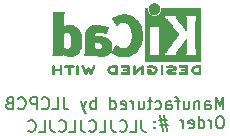
<source format=gbr>
%TF.GenerationSoftware,KiCad,Pcbnew,(6.0.0-0)*%
%TF.CreationDate,2022-12-05T15:29:03-05:00*%
%TF.ProjectId,Dome_Controller_V2,446f6d65-5f43-46f6-9e74-726f6c6c6572,2.0*%
%TF.SameCoordinates,Original*%
%TF.FileFunction,Legend,Bot*%
%TF.FilePolarity,Positive*%
%FSLAX46Y46*%
G04 Gerber Fmt 4.6, Leading zero omitted, Abs format (unit mm)*
G04 Created by KiCad (PCBNEW (6.0.0-0)) date 2022-12-05 15:29:03*
%MOMM*%
%LPD*%
G01*
G04 APERTURE LIST*
%ADD10C,0.150000*%
%ADD11C,0.010000*%
G04 APERTURE END LIST*
D10*
X172864404Y-82829380D02*
X172864404Y-81829380D01*
X172531071Y-82543666D01*
X172197738Y-81829380D01*
X172197738Y-82829380D01*
X171292976Y-82829380D02*
X171292976Y-82305571D01*
X171340595Y-82210333D01*
X171435833Y-82162714D01*
X171626309Y-82162714D01*
X171721547Y-82210333D01*
X171292976Y-82781761D02*
X171388214Y-82829380D01*
X171626309Y-82829380D01*
X171721547Y-82781761D01*
X171769166Y-82686523D01*
X171769166Y-82591285D01*
X171721547Y-82496047D01*
X171626309Y-82448428D01*
X171388214Y-82448428D01*
X171292976Y-82400809D01*
X170816785Y-82162714D02*
X170816785Y-82829380D01*
X170816785Y-82257952D02*
X170769166Y-82210333D01*
X170673928Y-82162714D01*
X170531071Y-82162714D01*
X170435833Y-82210333D01*
X170388214Y-82305571D01*
X170388214Y-82829380D01*
X169483452Y-82162714D02*
X169483452Y-82829380D01*
X169912023Y-82162714D02*
X169912023Y-82686523D01*
X169864404Y-82781761D01*
X169769166Y-82829380D01*
X169626309Y-82829380D01*
X169531071Y-82781761D01*
X169483452Y-82734142D01*
X169150119Y-82162714D02*
X168769166Y-82162714D01*
X169007261Y-82829380D02*
X169007261Y-81972238D01*
X168959642Y-81877000D01*
X168864404Y-81829380D01*
X168769166Y-81829380D01*
X168007261Y-82829380D02*
X168007261Y-82305571D01*
X168054880Y-82210333D01*
X168150119Y-82162714D01*
X168340595Y-82162714D01*
X168435833Y-82210333D01*
X168007261Y-82781761D02*
X168102500Y-82829380D01*
X168340595Y-82829380D01*
X168435833Y-82781761D01*
X168483452Y-82686523D01*
X168483452Y-82591285D01*
X168435833Y-82496047D01*
X168340595Y-82448428D01*
X168102500Y-82448428D01*
X168007261Y-82400809D01*
X167102500Y-82781761D02*
X167197738Y-82829380D01*
X167388214Y-82829380D01*
X167483452Y-82781761D01*
X167531071Y-82734142D01*
X167578690Y-82638904D01*
X167578690Y-82353190D01*
X167531071Y-82257952D01*
X167483452Y-82210333D01*
X167388214Y-82162714D01*
X167197738Y-82162714D01*
X167102500Y-82210333D01*
X166816785Y-82162714D02*
X166435833Y-82162714D01*
X166673928Y-81829380D02*
X166673928Y-82686523D01*
X166626309Y-82781761D01*
X166531071Y-82829380D01*
X166435833Y-82829380D01*
X165673928Y-82162714D02*
X165673928Y-82829380D01*
X166102500Y-82162714D02*
X166102500Y-82686523D01*
X166054880Y-82781761D01*
X165959642Y-82829380D01*
X165816785Y-82829380D01*
X165721547Y-82781761D01*
X165673928Y-82734142D01*
X165197738Y-82829380D02*
X165197738Y-82162714D01*
X165197738Y-82353190D02*
X165150119Y-82257952D01*
X165102500Y-82210333D01*
X165007261Y-82162714D01*
X164912023Y-82162714D01*
X164197738Y-82781761D02*
X164292976Y-82829380D01*
X164483452Y-82829380D01*
X164578690Y-82781761D01*
X164626309Y-82686523D01*
X164626309Y-82305571D01*
X164578690Y-82210333D01*
X164483452Y-82162714D01*
X164292976Y-82162714D01*
X164197738Y-82210333D01*
X164150119Y-82305571D01*
X164150119Y-82400809D01*
X164626309Y-82496047D01*
X163292976Y-82829380D02*
X163292976Y-81829380D01*
X163292976Y-82781761D02*
X163388214Y-82829380D01*
X163578690Y-82829380D01*
X163673928Y-82781761D01*
X163721547Y-82734142D01*
X163769166Y-82638904D01*
X163769166Y-82353190D01*
X163721547Y-82257952D01*
X163673928Y-82210333D01*
X163578690Y-82162714D01*
X163388214Y-82162714D01*
X163292976Y-82210333D01*
X162054880Y-82829380D02*
X162054880Y-81829380D01*
X162054880Y-82210333D02*
X161959642Y-82162714D01*
X161769166Y-82162714D01*
X161673928Y-82210333D01*
X161626309Y-82257952D01*
X161578690Y-82353190D01*
X161578690Y-82638904D01*
X161626309Y-82734142D01*
X161673928Y-82781761D01*
X161769166Y-82829380D01*
X161959642Y-82829380D01*
X162054880Y-82781761D01*
X161245357Y-82162714D02*
X161007261Y-82829380D01*
X160769166Y-82162714D02*
X161007261Y-82829380D01*
X161102500Y-83067476D01*
X161150119Y-83115095D01*
X161245357Y-83162714D01*
X159340595Y-81829380D02*
X159340595Y-82543666D01*
X159388214Y-82686523D01*
X159483452Y-82781761D01*
X159626309Y-82829380D01*
X159721547Y-82829380D01*
X158388214Y-82829380D02*
X158864404Y-82829380D01*
X158864404Y-81829380D01*
X157483452Y-82734142D02*
X157531071Y-82781761D01*
X157673928Y-82829380D01*
X157769166Y-82829380D01*
X157912023Y-82781761D01*
X158007261Y-82686523D01*
X158054880Y-82591285D01*
X158102500Y-82400809D01*
X158102500Y-82257952D01*
X158054880Y-82067476D01*
X158007261Y-81972238D01*
X157912023Y-81877000D01*
X157769166Y-81829380D01*
X157673928Y-81829380D01*
X157531071Y-81877000D01*
X157483452Y-81924619D01*
X157054880Y-82829380D02*
X157054880Y-81829380D01*
X156673928Y-81829380D01*
X156578690Y-81877000D01*
X156531071Y-81924619D01*
X156483452Y-82019857D01*
X156483452Y-82162714D01*
X156531071Y-82257952D01*
X156578690Y-82305571D01*
X156673928Y-82353190D01*
X157054880Y-82353190D01*
X155483452Y-82734142D02*
X155531071Y-82781761D01*
X155673928Y-82829380D01*
X155769166Y-82829380D01*
X155912023Y-82781761D01*
X156007261Y-82686523D01*
X156054880Y-82591285D01*
X156102500Y-82400809D01*
X156102500Y-82257952D01*
X156054880Y-82067476D01*
X156007261Y-81972238D01*
X155912023Y-81877000D01*
X155769166Y-81829380D01*
X155673928Y-81829380D01*
X155531071Y-81877000D01*
X155483452Y-81924619D01*
X154721547Y-82305571D02*
X154578690Y-82353190D01*
X154531071Y-82400809D01*
X154483452Y-82496047D01*
X154483452Y-82638904D01*
X154531071Y-82734142D01*
X154578690Y-82781761D01*
X154673928Y-82829380D01*
X155054880Y-82829380D01*
X155054880Y-81829380D01*
X154721547Y-81829380D01*
X154626309Y-81877000D01*
X154578690Y-81924619D01*
X154531071Y-82019857D01*
X154531071Y-82115095D01*
X154578690Y-82210333D01*
X154626309Y-82257952D01*
X154721547Y-82305571D01*
X155054880Y-82305571D01*
X172673928Y-83439380D02*
X172483452Y-83439380D01*
X172388214Y-83487000D01*
X172292976Y-83582238D01*
X172245357Y-83772714D01*
X172245357Y-84106047D01*
X172292976Y-84296523D01*
X172388214Y-84391761D01*
X172483452Y-84439380D01*
X172673928Y-84439380D01*
X172769166Y-84391761D01*
X172864404Y-84296523D01*
X172912023Y-84106047D01*
X172912023Y-83772714D01*
X172864404Y-83582238D01*
X172769166Y-83487000D01*
X172673928Y-83439380D01*
X171816785Y-84439380D02*
X171816785Y-83772714D01*
X171816785Y-83963190D02*
X171769166Y-83867952D01*
X171721547Y-83820333D01*
X171626309Y-83772714D01*
X171531071Y-83772714D01*
X170769166Y-84439380D02*
X170769166Y-83439380D01*
X170769166Y-84391761D02*
X170864404Y-84439380D01*
X171054880Y-84439380D01*
X171150119Y-84391761D01*
X171197738Y-84344142D01*
X171245357Y-84248904D01*
X171245357Y-83963190D01*
X171197738Y-83867952D01*
X171150119Y-83820333D01*
X171054880Y-83772714D01*
X170864404Y-83772714D01*
X170769166Y-83820333D01*
X169912023Y-84391761D02*
X170007261Y-84439380D01*
X170197738Y-84439380D01*
X170292976Y-84391761D01*
X170340595Y-84296523D01*
X170340595Y-83915571D01*
X170292976Y-83820333D01*
X170197738Y-83772714D01*
X170007261Y-83772714D01*
X169912023Y-83820333D01*
X169864404Y-83915571D01*
X169864404Y-84010809D01*
X170340595Y-84106047D01*
X169435833Y-84439380D02*
X169435833Y-83772714D01*
X169435833Y-83963190D02*
X169388214Y-83867952D01*
X169340595Y-83820333D01*
X169245357Y-83772714D01*
X169150119Y-83772714D01*
X168102500Y-83772714D02*
X167388214Y-83772714D01*
X167816785Y-83344142D02*
X168102500Y-84629857D01*
X167483452Y-84201285D02*
X168197738Y-84201285D01*
X167769166Y-84629857D02*
X167483452Y-83344142D01*
X167054880Y-84344142D02*
X167007261Y-84391761D01*
X167054880Y-84439380D01*
X167102500Y-84391761D01*
X167054880Y-84344142D01*
X167054880Y-84439380D01*
X167054880Y-83820333D02*
X167007261Y-83867952D01*
X167054880Y-83915571D01*
X167102500Y-83867952D01*
X167054880Y-83820333D01*
X167054880Y-83915571D01*
X165919047Y-83744380D02*
X165919047Y-84458666D01*
X165966666Y-84601523D01*
X166061904Y-84696761D01*
X166204761Y-84744380D01*
X166300000Y-84744380D01*
X164966666Y-84744380D02*
X165442857Y-84744380D01*
X165442857Y-83744380D01*
X164061904Y-84649142D02*
X164109523Y-84696761D01*
X164252380Y-84744380D01*
X164347619Y-84744380D01*
X164490476Y-84696761D01*
X164585714Y-84601523D01*
X164633333Y-84506285D01*
X164680952Y-84315809D01*
X164680952Y-84172952D01*
X164633333Y-83982476D01*
X164585714Y-83887238D01*
X164490476Y-83792000D01*
X164347619Y-83744380D01*
X164252380Y-83744380D01*
X164109523Y-83792000D01*
X164061904Y-83839619D01*
X163347619Y-83744380D02*
X163347619Y-84458666D01*
X163395238Y-84601523D01*
X163490476Y-84696761D01*
X163633333Y-84744380D01*
X163728571Y-84744380D01*
X162395238Y-84744380D02*
X162871428Y-84744380D01*
X162871428Y-83744380D01*
X161490476Y-84649142D02*
X161538095Y-84696761D01*
X161680952Y-84744380D01*
X161776190Y-84744380D01*
X161919047Y-84696761D01*
X162014285Y-84601523D01*
X162061904Y-84506285D01*
X162109523Y-84315809D01*
X162109523Y-84172952D01*
X162061904Y-83982476D01*
X162014285Y-83887238D01*
X161919047Y-83792000D01*
X161776190Y-83744380D01*
X161680952Y-83744380D01*
X161538095Y-83792000D01*
X161490476Y-83839619D01*
X160776190Y-83744380D02*
X160776190Y-84458666D01*
X160823809Y-84601523D01*
X160919047Y-84696761D01*
X161061904Y-84744380D01*
X161157142Y-84744380D01*
X159823809Y-84744380D02*
X160300000Y-84744380D01*
X160300000Y-83744380D01*
X158919047Y-84649142D02*
X158966666Y-84696761D01*
X159109523Y-84744380D01*
X159204761Y-84744380D01*
X159347619Y-84696761D01*
X159442857Y-84601523D01*
X159490476Y-84506285D01*
X159538095Y-84315809D01*
X159538095Y-84172952D01*
X159490476Y-83982476D01*
X159442857Y-83887238D01*
X159347619Y-83792000D01*
X159204761Y-83744380D01*
X159109523Y-83744380D01*
X158966666Y-83792000D01*
X158919047Y-83839619D01*
X158204761Y-83744380D02*
X158204761Y-84458666D01*
X158252380Y-84601523D01*
X158347619Y-84696761D01*
X158490476Y-84744380D01*
X158585714Y-84744380D01*
X157252380Y-84744380D02*
X157728571Y-84744380D01*
X157728571Y-83744380D01*
X156347619Y-84649142D02*
X156395238Y-84696761D01*
X156538095Y-84744380D01*
X156633333Y-84744380D01*
X156776190Y-84696761D01*
X156871428Y-84601523D01*
X156919047Y-84506285D01*
X156966666Y-84315809D01*
X156966666Y-84172952D01*
X156919047Y-83982476D01*
X156871428Y-83887238D01*
X156776190Y-83792000D01*
X156633333Y-83744380D01*
X156538095Y-83744380D01*
X156395238Y-83792000D01*
X156347619Y-83839619D01*
D11*
%TO.C,REF\u002A\u002A*%
X165940114Y-79115448D02*
X165916548Y-79129273D01*
X165916548Y-79129273D02*
X165885735Y-79151881D01*
X165885735Y-79151881D02*
X165846078Y-79184338D01*
X165846078Y-79184338D02*
X165795980Y-79227708D01*
X165795980Y-79227708D02*
X165733843Y-79283058D01*
X165733843Y-79283058D02*
X165658072Y-79351451D01*
X165658072Y-79351451D02*
X165571334Y-79430084D01*
X165571334Y-79430084D02*
X165390711Y-79593878D01*
X165390711Y-79593878D02*
X165385067Y-79374029D01*
X165385067Y-79374029D02*
X165383029Y-79298351D01*
X165383029Y-79298351D02*
X165381063Y-79241994D01*
X165381063Y-79241994D02*
X165378734Y-79201706D01*
X165378734Y-79201706D02*
X165375606Y-79174235D01*
X165375606Y-79174235D02*
X165371245Y-79156329D01*
X165371245Y-79156329D02*
X165365216Y-79144737D01*
X165365216Y-79144737D02*
X165357084Y-79136208D01*
X165357084Y-79136208D02*
X165352772Y-79132623D01*
X165352772Y-79132623D02*
X165318241Y-79113670D01*
X165318241Y-79113670D02*
X165285383Y-79116441D01*
X165285383Y-79116441D02*
X165259318Y-79132633D01*
X165259318Y-79132633D02*
X165232667Y-79154199D01*
X165232667Y-79154199D02*
X165229352Y-79469151D01*
X165229352Y-79469151D02*
X165228435Y-79561779D01*
X165228435Y-79561779D02*
X165227968Y-79634544D01*
X165227968Y-79634544D02*
X165228113Y-79690161D01*
X165228113Y-79690161D02*
X165229032Y-79731342D01*
X165229032Y-79731342D02*
X165230887Y-79760803D01*
X165230887Y-79760803D02*
X165233839Y-79781255D01*
X165233839Y-79781255D02*
X165238050Y-79795413D01*
X165238050Y-79795413D02*
X165243682Y-79805991D01*
X165243682Y-79805991D02*
X165249927Y-79814474D01*
X165249927Y-79814474D02*
X165263439Y-79830207D01*
X165263439Y-79830207D02*
X165276883Y-79840636D01*
X165276883Y-79840636D02*
X165292124Y-79844639D01*
X165292124Y-79844639D02*
X165311026Y-79841094D01*
X165311026Y-79841094D02*
X165335455Y-79828879D01*
X165335455Y-79828879D02*
X165367273Y-79806871D01*
X165367273Y-79806871D02*
X165408348Y-79773949D01*
X165408348Y-79773949D02*
X165460542Y-79728991D01*
X165460542Y-79728991D02*
X165525722Y-79670875D01*
X165525722Y-79670875D02*
X165599556Y-79604099D01*
X165599556Y-79604099D02*
X165864845Y-79363458D01*
X165864845Y-79363458D02*
X165870489Y-79582589D01*
X165870489Y-79582589D02*
X165872531Y-79658128D01*
X165872531Y-79658128D02*
X165874502Y-79714354D01*
X165874502Y-79714354D02*
X165876839Y-79754524D01*
X165876839Y-79754524D02*
X165879981Y-79781896D01*
X165879981Y-79781896D02*
X165884364Y-79799728D01*
X165884364Y-79799728D02*
X165890424Y-79811279D01*
X165890424Y-79811279D02*
X165898600Y-79819807D01*
X165898600Y-79819807D02*
X165902784Y-79823282D01*
X165902784Y-79823282D02*
X165939765Y-79842372D01*
X165939765Y-79842372D02*
X165974708Y-79839493D01*
X165974708Y-79839493D02*
X166005136Y-79815100D01*
X166005136Y-79815100D02*
X166012097Y-79805286D01*
X166012097Y-79805286D02*
X166017523Y-79793826D01*
X166017523Y-79793826D02*
X166021603Y-79777968D01*
X166021603Y-79777968D02*
X166024529Y-79754963D01*
X166024529Y-79754963D02*
X166026492Y-79722062D01*
X166026492Y-79722062D02*
X166027683Y-79676516D01*
X166027683Y-79676516D02*
X166028292Y-79615573D01*
X166028292Y-79615573D02*
X166028511Y-79536486D01*
X166028511Y-79536486D02*
X166028534Y-79477956D01*
X166028534Y-79477956D02*
X166028460Y-79386407D01*
X166028460Y-79386407D02*
X166028113Y-79314687D01*
X166028113Y-79314687D02*
X166027301Y-79260045D01*
X166027301Y-79260045D02*
X166025833Y-79219732D01*
X166025833Y-79219732D02*
X166023519Y-79190998D01*
X166023519Y-79190998D02*
X166020167Y-79171093D01*
X166020167Y-79171093D02*
X166015588Y-79157268D01*
X166015588Y-79157268D02*
X166009589Y-79146772D01*
X166009589Y-79146772D02*
X166005136Y-79140811D01*
X166005136Y-79140811D02*
X165993850Y-79126691D01*
X165993850Y-79126691D02*
X165983301Y-79116029D01*
X165983301Y-79116029D02*
X165971893Y-79109892D01*
X165971893Y-79109892D02*
X165958030Y-79109343D01*
X165958030Y-79109343D02*
X165940114Y-79115448D01*
X165940114Y-79115448D02*
X165940114Y-79115448D01*
G36*
X165971893Y-79109892D02*
G01*
X165983301Y-79116029D01*
X165993850Y-79126691D01*
X166005136Y-79140811D01*
X166009589Y-79146772D01*
X166015588Y-79157268D01*
X166020167Y-79171093D01*
X166023519Y-79190998D01*
X166025833Y-79219732D01*
X166027301Y-79260045D01*
X166028113Y-79314687D01*
X166028460Y-79386407D01*
X166028534Y-79477956D01*
X166028511Y-79536486D01*
X166028292Y-79615573D01*
X166027683Y-79676516D01*
X166026492Y-79722062D01*
X166024529Y-79754963D01*
X166021603Y-79777968D01*
X166017523Y-79793826D01*
X166012097Y-79805286D01*
X166005136Y-79815100D01*
X165974708Y-79839493D01*
X165939765Y-79842372D01*
X165902784Y-79823282D01*
X165898600Y-79819807D01*
X165890424Y-79811279D01*
X165884364Y-79799728D01*
X165879981Y-79781896D01*
X165876839Y-79754524D01*
X165874502Y-79714354D01*
X165872531Y-79658128D01*
X165870489Y-79582589D01*
X165864845Y-79363458D01*
X165599556Y-79604099D01*
X165525722Y-79670875D01*
X165460542Y-79728991D01*
X165408348Y-79773949D01*
X165367273Y-79806871D01*
X165335455Y-79828879D01*
X165311026Y-79841094D01*
X165292124Y-79844639D01*
X165276883Y-79840636D01*
X165263439Y-79830207D01*
X165249927Y-79814474D01*
X165243682Y-79805991D01*
X165238050Y-79795413D01*
X165233839Y-79781255D01*
X165230887Y-79760803D01*
X165229032Y-79731342D01*
X165228113Y-79690161D01*
X165227968Y-79634544D01*
X165228435Y-79561779D01*
X165229352Y-79469151D01*
X165232667Y-79154199D01*
X165259318Y-79132633D01*
X165285383Y-79116441D01*
X165318241Y-79113670D01*
X165352772Y-79132623D01*
X165357084Y-79136208D01*
X165365216Y-79144737D01*
X165371245Y-79156329D01*
X165375606Y-79174235D01*
X165378734Y-79201706D01*
X165381063Y-79241994D01*
X165383029Y-79298351D01*
X165385067Y-79374029D01*
X165390711Y-79593878D01*
X165571334Y-79430084D01*
X165658072Y-79351451D01*
X165733843Y-79283058D01*
X165795980Y-79227708D01*
X165846078Y-79184338D01*
X165885735Y-79151881D01*
X165916548Y-79129273D01*
X165940114Y-79115448D01*
X165958030Y-79109343D01*
X165971893Y-79109892D01*
G37*
X165971893Y-79109892D02*
X165983301Y-79116029D01*
X165993850Y-79126691D01*
X166005136Y-79140811D01*
X166009589Y-79146772D01*
X166015588Y-79157268D01*
X166020167Y-79171093D01*
X166023519Y-79190998D01*
X166025833Y-79219732D01*
X166027301Y-79260045D01*
X166028113Y-79314687D01*
X166028460Y-79386407D01*
X166028534Y-79477956D01*
X166028511Y-79536486D01*
X166028292Y-79615573D01*
X166027683Y-79676516D01*
X166026492Y-79722062D01*
X166024529Y-79754963D01*
X166021603Y-79777968D01*
X166017523Y-79793826D01*
X166012097Y-79805286D01*
X166005136Y-79815100D01*
X165974708Y-79839493D01*
X165939765Y-79842372D01*
X165902784Y-79823282D01*
X165898600Y-79819807D01*
X165890424Y-79811279D01*
X165884364Y-79799728D01*
X165879981Y-79781896D01*
X165876839Y-79754524D01*
X165874502Y-79714354D01*
X165872531Y-79658128D01*
X165870489Y-79582589D01*
X165864845Y-79363458D01*
X165599556Y-79604099D01*
X165525722Y-79670875D01*
X165460542Y-79728991D01*
X165408348Y-79773949D01*
X165367273Y-79806871D01*
X165335455Y-79828879D01*
X165311026Y-79841094D01*
X165292124Y-79844639D01*
X165276883Y-79840636D01*
X165263439Y-79830207D01*
X165249927Y-79814474D01*
X165243682Y-79805991D01*
X165238050Y-79795413D01*
X165233839Y-79781255D01*
X165230887Y-79760803D01*
X165229032Y-79731342D01*
X165228113Y-79690161D01*
X165227968Y-79634544D01*
X165228435Y-79561779D01*
X165229352Y-79469151D01*
X165232667Y-79154199D01*
X165259318Y-79132633D01*
X165285383Y-79116441D01*
X165318241Y-79113670D01*
X165352772Y-79132623D01*
X165357084Y-79136208D01*
X165365216Y-79144737D01*
X165371245Y-79156329D01*
X165375606Y-79174235D01*
X165378734Y-79201706D01*
X165381063Y-79241994D01*
X165383029Y-79298351D01*
X165385067Y-79374029D01*
X165390711Y-79593878D01*
X165571334Y-79430084D01*
X165658072Y-79351451D01*
X165733843Y-79283058D01*
X165795980Y-79227708D01*
X165846078Y-79184338D01*
X165885735Y-79151881D01*
X165916548Y-79129273D01*
X165940114Y-79115448D01*
X165958030Y-79109343D01*
X165971893Y-79109892D01*
X167586400Y-74331054D02*
X167575535Y-74444993D01*
X167575535Y-74444993D02*
X167543918Y-74552616D01*
X167543918Y-74552616D02*
X167493015Y-74651615D01*
X167493015Y-74651615D02*
X167424293Y-74739684D01*
X167424293Y-74739684D02*
X167339219Y-74814516D01*
X167339219Y-74814516D02*
X167242232Y-74872384D01*
X167242232Y-74872384D02*
X167135964Y-74912005D01*
X167135964Y-74912005D02*
X167028950Y-74930573D01*
X167028950Y-74930573D02*
X166923300Y-74929434D01*
X166923300Y-74929434D02*
X166821125Y-74909930D01*
X166821125Y-74909930D02*
X166724534Y-74873406D01*
X166724534Y-74873406D02*
X166635638Y-74821205D01*
X166635638Y-74821205D02*
X166556546Y-74754673D01*
X166556546Y-74754673D02*
X166489369Y-74675152D01*
X166489369Y-74675152D02*
X166436217Y-74583987D01*
X166436217Y-74583987D02*
X166399199Y-74482523D01*
X166399199Y-74482523D02*
X166380427Y-74372102D01*
X166380427Y-74372102D02*
X166378489Y-74322206D01*
X166378489Y-74322206D02*
X166378489Y-74234267D01*
X166378489Y-74234267D02*
X166326560Y-74234267D01*
X166326560Y-74234267D02*
X166290253Y-74237111D01*
X166290253Y-74237111D02*
X166263355Y-74248911D01*
X166263355Y-74248911D02*
X166236249Y-74272649D01*
X166236249Y-74272649D02*
X166197867Y-74311031D01*
X166197867Y-74311031D02*
X166197867Y-76502602D01*
X166197867Y-76502602D02*
X166197876Y-76764739D01*
X166197876Y-76764739D02*
X166197908Y-77005241D01*
X166197908Y-77005241D02*
X166197972Y-77225048D01*
X166197972Y-77225048D02*
X166198076Y-77425101D01*
X166198076Y-77425101D02*
X166198227Y-77606344D01*
X166198227Y-77606344D02*
X166198434Y-77769716D01*
X166198434Y-77769716D02*
X166198706Y-77916160D01*
X166198706Y-77916160D02*
X166199050Y-78046617D01*
X166199050Y-78046617D02*
X166199474Y-78162029D01*
X166199474Y-78162029D02*
X166199987Y-78263338D01*
X166199987Y-78263338D02*
X166200597Y-78351484D01*
X166200597Y-78351484D02*
X166201312Y-78427410D01*
X166201312Y-78427410D02*
X166202140Y-78492057D01*
X166202140Y-78492057D02*
X166203089Y-78546367D01*
X166203089Y-78546367D02*
X166204167Y-78591280D01*
X166204167Y-78591280D02*
X166205383Y-78627740D01*
X166205383Y-78627740D02*
X166206745Y-78656687D01*
X166206745Y-78656687D02*
X166208261Y-78679063D01*
X166208261Y-78679063D02*
X166209938Y-78695809D01*
X166209938Y-78695809D02*
X166211786Y-78707868D01*
X166211786Y-78707868D02*
X166213813Y-78716180D01*
X166213813Y-78716180D02*
X166216025Y-78721687D01*
X166216025Y-78721687D02*
X166217108Y-78723537D01*
X166217108Y-78723537D02*
X166221271Y-78730549D01*
X166221271Y-78730549D02*
X166224805Y-78736996D01*
X166224805Y-78736996D02*
X166228635Y-78742900D01*
X166228635Y-78742900D02*
X166233682Y-78748286D01*
X166233682Y-78748286D02*
X166240871Y-78753178D01*
X166240871Y-78753178D02*
X166251123Y-78757598D01*
X166251123Y-78757598D02*
X166265364Y-78761572D01*
X166265364Y-78761572D02*
X166284514Y-78765121D01*
X166284514Y-78765121D02*
X166309499Y-78768270D01*
X166309499Y-78768270D02*
X166341240Y-78771042D01*
X166341240Y-78771042D02*
X166380662Y-78773461D01*
X166380662Y-78773461D02*
X166428686Y-78775551D01*
X166428686Y-78775551D02*
X166486237Y-78777335D01*
X166486237Y-78777335D02*
X166554237Y-78778837D01*
X166554237Y-78778837D02*
X166633610Y-78780080D01*
X166633610Y-78780080D02*
X166725279Y-78781089D01*
X166725279Y-78781089D02*
X166830166Y-78781885D01*
X166830166Y-78781885D02*
X166949196Y-78782494D01*
X166949196Y-78782494D02*
X167083290Y-78782939D01*
X167083290Y-78782939D02*
X167233373Y-78783243D01*
X167233373Y-78783243D02*
X167400367Y-78783430D01*
X167400367Y-78783430D02*
X167585196Y-78783524D01*
X167585196Y-78783524D02*
X167788783Y-78783548D01*
X167788783Y-78783548D02*
X168012050Y-78783525D01*
X168012050Y-78783525D02*
X168255922Y-78783480D01*
X168255922Y-78783480D02*
X168521321Y-78783437D01*
X168521321Y-78783437D02*
X168559704Y-78783432D01*
X168559704Y-78783432D02*
X168826682Y-78783389D01*
X168826682Y-78783389D02*
X169072002Y-78783318D01*
X169072002Y-78783318D02*
X169296583Y-78783213D01*
X169296583Y-78783213D02*
X169501345Y-78783066D01*
X169501345Y-78783066D02*
X169687206Y-78782869D01*
X169687206Y-78782869D02*
X169855088Y-78782616D01*
X169855088Y-78782616D02*
X170005908Y-78782300D01*
X170005908Y-78782300D02*
X170140587Y-78781913D01*
X170140587Y-78781913D02*
X170260044Y-78781447D01*
X170260044Y-78781447D02*
X170365199Y-78780897D01*
X170365199Y-78780897D02*
X170456971Y-78780253D01*
X170456971Y-78780253D02*
X170536279Y-78779511D01*
X170536279Y-78779511D02*
X170604043Y-78778661D01*
X170604043Y-78778661D02*
X170661182Y-78777697D01*
X170661182Y-78777697D02*
X170708617Y-78776611D01*
X170708617Y-78776611D02*
X170747266Y-78775397D01*
X170747266Y-78775397D02*
X170778049Y-78774047D01*
X170778049Y-78774047D02*
X170801885Y-78772555D01*
X170801885Y-78772555D02*
X170819694Y-78770911D01*
X170819694Y-78770911D02*
X170832395Y-78769111D01*
X170832395Y-78769111D02*
X170840908Y-78767145D01*
X170840908Y-78767145D02*
X170845266Y-78765477D01*
X170845266Y-78765477D02*
X170853728Y-78761906D01*
X170853728Y-78761906D02*
X170861497Y-78759270D01*
X170861497Y-78759270D02*
X170868602Y-78756634D01*
X170868602Y-78756634D02*
X170875073Y-78753062D01*
X170875073Y-78753062D02*
X170880939Y-78747621D01*
X170880939Y-78747621D02*
X170886229Y-78739375D01*
X170886229Y-78739375D02*
X170890974Y-78727390D01*
X170890974Y-78727390D02*
X170895202Y-78710731D01*
X170895202Y-78710731D02*
X170898943Y-78688463D01*
X170898943Y-78688463D02*
X170902227Y-78659652D01*
X170902227Y-78659652D02*
X170905083Y-78623363D01*
X170905083Y-78623363D02*
X170907540Y-78578661D01*
X170907540Y-78578661D02*
X170909629Y-78524611D01*
X170909629Y-78524611D02*
X170911378Y-78460279D01*
X170911378Y-78460279D02*
X170912817Y-78384730D01*
X170912817Y-78384730D02*
X170913976Y-78297030D01*
X170913976Y-78297030D02*
X170914883Y-78196243D01*
X170914883Y-78196243D02*
X170915569Y-78081434D01*
X170915569Y-78081434D02*
X170916063Y-77951670D01*
X170916063Y-77951670D02*
X170916395Y-77806015D01*
X170916395Y-77806015D02*
X170916593Y-77643535D01*
X170916593Y-77643535D02*
X170916687Y-77463295D01*
X170916687Y-77463295D02*
X170916708Y-77264360D01*
X170916708Y-77264360D02*
X170916685Y-77045796D01*
X170916685Y-77045796D02*
X170916646Y-76806668D01*
X170916646Y-76806668D02*
X170916622Y-76546040D01*
X170916622Y-76546040D02*
X170916622Y-76503889D01*
X170916622Y-76503889D02*
X170916636Y-76240992D01*
X170916636Y-76240992D02*
X170916661Y-75999732D01*
X170916661Y-75999732D02*
X170916671Y-75779165D01*
X170916671Y-75779165D02*
X170916642Y-75578352D01*
X170916642Y-75578352D02*
X170916548Y-75396349D01*
X170916548Y-75396349D02*
X170916362Y-75232216D01*
X170916362Y-75232216D02*
X170916059Y-75085011D01*
X170916059Y-75085011D02*
X170915614Y-74953792D01*
X170915614Y-74953792D02*
X170915034Y-74843867D01*
X170915034Y-74843867D02*
X170612197Y-74843867D01*
X170612197Y-74843867D02*
X170572407Y-74901711D01*
X170572407Y-74901711D02*
X170561236Y-74917479D01*
X170561236Y-74917479D02*
X170551166Y-74931441D01*
X170551166Y-74931441D02*
X170542138Y-74944784D01*
X170542138Y-74944784D02*
X170534097Y-74958693D01*
X170534097Y-74958693D02*
X170526986Y-74974356D01*
X170526986Y-74974356D02*
X170520747Y-74992958D01*
X170520747Y-74992958D02*
X170515325Y-75015686D01*
X170515325Y-75015686D02*
X170510662Y-75043727D01*
X170510662Y-75043727D02*
X170506701Y-75078267D01*
X170506701Y-75078267D02*
X170503385Y-75120492D01*
X170503385Y-75120492D02*
X170500659Y-75171589D01*
X170500659Y-75171589D02*
X170498464Y-75232744D01*
X170498464Y-75232744D02*
X170496745Y-75305144D01*
X170496745Y-75305144D02*
X170495444Y-75389975D01*
X170495444Y-75389975D02*
X170494505Y-75488422D01*
X170494505Y-75488422D02*
X170493870Y-75601674D01*
X170493870Y-75601674D02*
X170493484Y-75730916D01*
X170493484Y-75730916D02*
X170493288Y-75877334D01*
X170493288Y-75877334D02*
X170493227Y-76042116D01*
X170493227Y-76042116D02*
X170493243Y-76226447D01*
X170493243Y-76226447D02*
X170493280Y-76431513D01*
X170493280Y-76431513D02*
X170493289Y-76554133D01*
X170493289Y-76554133D02*
X170493265Y-76771082D01*
X170493265Y-76771082D02*
X170493231Y-76966642D01*
X170493231Y-76966642D02*
X170493243Y-77141999D01*
X170493243Y-77141999D02*
X170493358Y-77298341D01*
X170493358Y-77298341D02*
X170493630Y-77436857D01*
X170493630Y-77436857D02*
X170494118Y-77558734D01*
X170494118Y-77558734D02*
X170494876Y-77665160D01*
X170494876Y-77665160D02*
X170495962Y-77757322D01*
X170495962Y-77757322D02*
X170497431Y-77836409D01*
X170497431Y-77836409D02*
X170499340Y-77903608D01*
X170499340Y-77903608D02*
X170501744Y-77960107D01*
X170501744Y-77960107D02*
X170504701Y-78007093D01*
X170504701Y-78007093D02*
X170508266Y-78045755D01*
X170508266Y-78045755D02*
X170512495Y-78077280D01*
X170512495Y-78077280D02*
X170517446Y-78102855D01*
X170517446Y-78102855D02*
X170523173Y-78123670D01*
X170523173Y-78123670D02*
X170529733Y-78140911D01*
X170529733Y-78140911D02*
X170537183Y-78155765D01*
X170537183Y-78155765D02*
X170545579Y-78169422D01*
X170545579Y-78169422D02*
X170554976Y-78183069D01*
X170554976Y-78183069D02*
X170565432Y-78197893D01*
X170565432Y-78197893D02*
X170571523Y-78206783D01*
X170571523Y-78206783D02*
X170610296Y-78264400D01*
X170610296Y-78264400D02*
X170078732Y-78264400D01*
X170078732Y-78264400D02*
X169955483Y-78264365D01*
X169955483Y-78264365D02*
X169852987Y-78264215D01*
X169852987Y-78264215D02*
X169769420Y-78263878D01*
X169769420Y-78263878D02*
X169702956Y-78263286D01*
X169702956Y-78263286D02*
X169651771Y-78262367D01*
X169651771Y-78262367D02*
X169614041Y-78261051D01*
X169614041Y-78261051D02*
X169587940Y-78259269D01*
X169587940Y-78259269D02*
X169571644Y-78256951D01*
X169571644Y-78256951D02*
X169563328Y-78254026D01*
X169563328Y-78254026D02*
X169561168Y-78250424D01*
X169561168Y-78250424D02*
X169563339Y-78246075D01*
X169563339Y-78246075D02*
X169564535Y-78244645D01*
X169564535Y-78244645D02*
X169589685Y-78207573D01*
X169589685Y-78207573D02*
X169615583Y-78154772D01*
X169615583Y-78154772D02*
X169639192Y-78092770D01*
X169639192Y-78092770D02*
X169647461Y-78066357D01*
X169647461Y-78066357D02*
X169652078Y-78048416D01*
X169652078Y-78048416D02*
X169655979Y-78027355D01*
X169655979Y-78027355D02*
X169659248Y-78001089D01*
X169659248Y-78001089D02*
X169661966Y-77967532D01*
X169661966Y-77967532D02*
X169664215Y-77924599D01*
X169664215Y-77924599D02*
X169666077Y-77870204D01*
X169666077Y-77870204D02*
X169667636Y-77802262D01*
X169667636Y-77802262D02*
X169668972Y-77718688D01*
X169668972Y-77718688D02*
X169670169Y-77617395D01*
X169670169Y-77617395D02*
X169671308Y-77496300D01*
X169671308Y-77496300D02*
X169671685Y-77451600D01*
X169671685Y-77451600D02*
X169672702Y-77326449D01*
X169672702Y-77326449D02*
X169673460Y-77222082D01*
X169673460Y-77222082D02*
X169673903Y-77136707D01*
X169673903Y-77136707D02*
X169673970Y-77068533D01*
X169673970Y-77068533D02*
X169673605Y-77015765D01*
X169673605Y-77015765D02*
X169672748Y-76976614D01*
X169672748Y-76976614D02*
X169671341Y-76949285D01*
X169671341Y-76949285D02*
X169669325Y-76931986D01*
X169669325Y-76931986D02*
X169666643Y-76922926D01*
X169666643Y-76922926D02*
X169663236Y-76920312D01*
X169663236Y-76920312D02*
X169659044Y-76922351D01*
X169659044Y-76922351D02*
X169654571Y-76926667D01*
X169654571Y-76926667D02*
X169644216Y-76939602D01*
X169644216Y-76939602D02*
X169622158Y-76968676D01*
X169622158Y-76968676D02*
X169589957Y-77011759D01*
X169589957Y-77011759D02*
X169549174Y-77066718D01*
X169549174Y-77066718D02*
X169501370Y-77131423D01*
X169501370Y-77131423D02*
X169448105Y-77203742D01*
X169448105Y-77203742D02*
X169390940Y-77281544D01*
X169390940Y-77281544D02*
X169331437Y-77362698D01*
X169331437Y-77362698D02*
X169271155Y-77445072D01*
X169271155Y-77445072D02*
X169211655Y-77526536D01*
X169211655Y-77526536D02*
X169154498Y-77604957D01*
X169154498Y-77604957D02*
X169101245Y-77678204D01*
X169101245Y-77678204D02*
X169053457Y-77744147D01*
X169053457Y-77744147D02*
X169012693Y-77800654D01*
X169012693Y-77800654D02*
X168980516Y-77845593D01*
X168980516Y-77845593D02*
X168958485Y-77876834D01*
X168958485Y-77876834D02*
X168953917Y-77883466D01*
X168953917Y-77883466D02*
X168930996Y-77920369D01*
X168930996Y-77920369D02*
X168904188Y-77968359D01*
X168904188Y-77968359D02*
X168878789Y-78017897D01*
X168878789Y-78017897D02*
X168875568Y-78024577D01*
X168875568Y-78024577D02*
X168853890Y-78072772D01*
X168853890Y-78072772D02*
X168841304Y-78110334D01*
X168841304Y-78110334D02*
X168835574Y-78146160D01*
X168835574Y-78146160D02*
X168834456Y-78188200D01*
X168834456Y-78188200D02*
X168835090Y-78264400D01*
X168835090Y-78264400D02*
X167680651Y-78264400D01*
X167680651Y-78264400D02*
X167771815Y-78170669D01*
X167771815Y-78170669D02*
X167818612Y-78120775D01*
X167818612Y-78120775D02*
X167868899Y-78064295D01*
X167868899Y-78064295D02*
X167914944Y-78010026D01*
X167914944Y-78010026D02*
X167935369Y-77984673D01*
X167935369Y-77984673D02*
X167965807Y-77945128D01*
X167965807Y-77945128D02*
X168005862Y-77891916D01*
X168005862Y-77891916D02*
X168054361Y-77826667D01*
X168054361Y-77826667D02*
X168110135Y-77751011D01*
X168110135Y-77751011D02*
X168172011Y-77666577D01*
X168172011Y-77666577D02*
X168238819Y-77574994D01*
X168238819Y-77574994D02*
X168309387Y-77477892D01*
X168309387Y-77477892D02*
X168382545Y-77376901D01*
X168382545Y-77376901D02*
X168457121Y-77273650D01*
X168457121Y-77273650D02*
X168531944Y-77169768D01*
X168531944Y-77169768D02*
X168605843Y-77066885D01*
X168605843Y-77066885D02*
X168677646Y-76966631D01*
X168677646Y-76966631D02*
X168746184Y-76870636D01*
X168746184Y-76870636D02*
X168810284Y-76780527D01*
X168810284Y-76780527D02*
X168868775Y-76697936D01*
X168868775Y-76697936D02*
X168920486Y-76624492D01*
X168920486Y-76624492D02*
X168964247Y-76561824D01*
X168964247Y-76561824D02*
X168998885Y-76511561D01*
X168998885Y-76511561D02*
X169023230Y-76475334D01*
X169023230Y-76475334D02*
X169036111Y-76454771D01*
X169036111Y-76454771D02*
X169037869Y-76450668D01*
X169037869Y-76450668D02*
X169029910Y-76439342D01*
X169029910Y-76439342D02*
X169009115Y-76412162D01*
X169009115Y-76412162D02*
X168976847Y-76370829D01*
X168976847Y-76370829D02*
X168934470Y-76317044D01*
X168934470Y-76317044D02*
X168883347Y-76252506D01*
X168883347Y-76252506D02*
X168824841Y-76178918D01*
X168824841Y-76178918D02*
X168760314Y-76097978D01*
X168760314Y-76097978D02*
X168691131Y-76011388D01*
X168691131Y-76011388D02*
X168618653Y-75920848D01*
X168618653Y-75920848D02*
X168544246Y-75828060D01*
X168544246Y-75828060D02*
X168484517Y-75753702D01*
X168484517Y-75753702D02*
X167473511Y-75753702D01*
X167473511Y-75753702D02*
X167467602Y-75766659D01*
X167467602Y-75766659D02*
X167453272Y-75788908D01*
X167453272Y-75788908D02*
X167452225Y-75790391D01*
X167452225Y-75790391D02*
X167433438Y-75820544D01*
X167433438Y-75820544D02*
X167413791Y-75857375D01*
X167413791Y-75857375D02*
X167409892Y-75865511D01*
X167409892Y-75865511D02*
X167406356Y-75873940D01*
X167406356Y-75873940D02*
X167403230Y-75884059D01*
X167403230Y-75884059D02*
X167400486Y-75897260D01*
X167400486Y-75897260D02*
X167398092Y-75914938D01*
X167398092Y-75914938D02*
X167396019Y-75938484D01*
X167396019Y-75938484D02*
X167394235Y-75969293D01*
X167394235Y-75969293D02*
X167392712Y-76008757D01*
X167392712Y-76008757D02*
X167391419Y-76058269D01*
X167391419Y-76058269D02*
X167390326Y-76119223D01*
X167390326Y-76119223D02*
X167389403Y-76193011D01*
X167389403Y-76193011D02*
X167388619Y-76281028D01*
X167388619Y-76281028D02*
X167387945Y-76384665D01*
X167387945Y-76384665D02*
X167387350Y-76505316D01*
X167387350Y-76505316D02*
X167386805Y-76644374D01*
X167386805Y-76644374D02*
X167386279Y-76803232D01*
X167386279Y-76803232D02*
X167385745Y-76982089D01*
X167385745Y-76982089D02*
X167385206Y-77167207D01*
X167385206Y-77167207D02*
X167384772Y-77331145D01*
X167384772Y-77331145D02*
X167384509Y-77475303D01*
X167384509Y-77475303D02*
X167384484Y-77601079D01*
X167384484Y-77601079D02*
X167384765Y-77709871D01*
X167384765Y-77709871D02*
X167385419Y-77803077D01*
X167385419Y-77803077D02*
X167386514Y-77882097D01*
X167386514Y-77882097D02*
X167388118Y-77948328D01*
X167388118Y-77948328D02*
X167390297Y-78003170D01*
X167390297Y-78003170D02*
X167393119Y-78048021D01*
X167393119Y-78048021D02*
X167396651Y-78084278D01*
X167396651Y-78084278D02*
X167400961Y-78113341D01*
X167400961Y-78113341D02*
X167406117Y-78136609D01*
X167406117Y-78136609D02*
X167412185Y-78155479D01*
X167412185Y-78155479D02*
X167419233Y-78171351D01*
X167419233Y-78171351D02*
X167427329Y-78185622D01*
X167427329Y-78185622D02*
X167436540Y-78199691D01*
X167436540Y-78199691D02*
X167445040Y-78212158D01*
X167445040Y-78212158D02*
X167462176Y-78238452D01*
X167462176Y-78238452D02*
X167472322Y-78256037D01*
X167472322Y-78256037D02*
X167473511Y-78259257D01*
X167473511Y-78259257D02*
X167462604Y-78260334D01*
X167462604Y-78260334D02*
X167431411Y-78261335D01*
X167431411Y-78261335D02*
X167382223Y-78262235D01*
X167382223Y-78262235D02*
X167317333Y-78263010D01*
X167317333Y-78263010D02*
X167239030Y-78263637D01*
X167239030Y-78263637D02*
X167149607Y-78264091D01*
X167149607Y-78264091D02*
X167051356Y-78264349D01*
X167051356Y-78264349D02*
X166982445Y-78264400D01*
X166982445Y-78264400D02*
X166877452Y-78264180D01*
X166877452Y-78264180D02*
X166780610Y-78263548D01*
X166780610Y-78263548D02*
X166694107Y-78262549D01*
X166694107Y-78262549D02*
X166620132Y-78261227D01*
X166620132Y-78261227D02*
X166560874Y-78259626D01*
X166560874Y-78259626D02*
X166518520Y-78257791D01*
X166518520Y-78257791D02*
X166495260Y-78255765D01*
X166495260Y-78255765D02*
X166491378Y-78254493D01*
X166491378Y-78254493D02*
X166499076Y-78239591D01*
X166499076Y-78239591D02*
X166507074Y-78231560D01*
X166507074Y-78231560D02*
X166520246Y-78214434D01*
X166520246Y-78214434D02*
X166537485Y-78184183D01*
X166537485Y-78184183D02*
X166549407Y-78159622D01*
X166549407Y-78159622D02*
X166576045Y-78100711D01*
X166576045Y-78100711D02*
X166579120Y-76923845D01*
X166579120Y-76923845D02*
X166582195Y-75746978D01*
X166582195Y-75746978D02*
X167027853Y-75746978D01*
X167027853Y-75746978D02*
X167125670Y-75747142D01*
X167125670Y-75747142D02*
X167216064Y-75747611D01*
X167216064Y-75747611D02*
X167296630Y-75748347D01*
X167296630Y-75748347D02*
X167364962Y-75749316D01*
X167364962Y-75749316D02*
X167418656Y-75750480D01*
X167418656Y-75750480D02*
X167455305Y-75751803D01*
X167455305Y-75751803D02*
X167472504Y-75753249D01*
X167472504Y-75753249D02*
X167473511Y-75753702D01*
X167473511Y-75753702D02*
X168484517Y-75753702D01*
X168484517Y-75753702D02*
X168469270Y-75734722D01*
X168469270Y-75734722D02*
X168395090Y-75642537D01*
X168395090Y-75642537D02*
X168323069Y-75553204D01*
X168323069Y-75553204D02*
X168254569Y-75468424D01*
X168254569Y-75468424D02*
X168190955Y-75389898D01*
X168190955Y-75389898D02*
X168133588Y-75319326D01*
X168133588Y-75319326D02*
X168083833Y-75258409D01*
X168083833Y-75258409D02*
X168043052Y-75208847D01*
X168043052Y-75208847D02*
X168025888Y-75188178D01*
X168025888Y-75188178D02*
X167939596Y-75087516D01*
X167939596Y-75087516D02*
X167862997Y-75004259D01*
X167862997Y-75004259D02*
X167794183Y-74936438D01*
X167794183Y-74936438D02*
X167731248Y-74882089D01*
X167731248Y-74882089D02*
X167721867Y-74874722D01*
X167721867Y-74874722D02*
X167682356Y-74844117D01*
X167682356Y-74844117D02*
X168814116Y-74843867D01*
X168814116Y-74843867D02*
X168808827Y-74891844D01*
X168808827Y-74891844D02*
X168812130Y-74949188D01*
X168812130Y-74949188D02*
X168833661Y-75017463D01*
X168833661Y-75017463D02*
X168873635Y-75097212D01*
X168873635Y-75097212D02*
X168918943Y-75169495D01*
X168918943Y-75169495D02*
X168935161Y-75192140D01*
X168935161Y-75192140D02*
X168963214Y-75229696D01*
X168963214Y-75229696D02*
X169001430Y-75280021D01*
X169001430Y-75280021D02*
X169048137Y-75340973D01*
X169048137Y-75340973D02*
X169101661Y-75410411D01*
X169101661Y-75410411D02*
X169160331Y-75486194D01*
X169160331Y-75486194D02*
X169222475Y-75566180D01*
X169222475Y-75566180D02*
X169286421Y-75648228D01*
X169286421Y-75648228D02*
X169350495Y-75730196D01*
X169350495Y-75730196D02*
X169413027Y-75809943D01*
X169413027Y-75809943D02*
X169472343Y-75885327D01*
X169472343Y-75885327D02*
X169526771Y-75954207D01*
X169526771Y-75954207D02*
X169574639Y-76014442D01*
X169574639Y-76014442D02*
X169614275Y-76063889D01*
X169614275Y-76063889D02*
X169644006Y-76100408D01*
X169644006Y-76100408D02*
X169662161Y-76121858D01*
X169662161Y-76121858D02*
X169665220Y-76125156D01*
X169665220Y-76125156D02*
X169668079Y-76117149D01*
X169668079Y-76117149D02*
X169670293Y-76086855D01*
X169670293Y-76086855D02*
X169671857Y-76034556D01*
X169671857Y-76034556D02*
X169672767Y-75960531D01*
X169672767Y-75960531D02*
X169673020Y-75865063D01*
X169673020Y-75865063D02*
X169672613Y-75748434D01*
X169672613Y-75748434D02*
X169671704Y-75628445D01*
X169671704Y-75628445D02*
X169670382Y-75496333D01*
X169670382Y-75496333D02*
X169668857Y-75384594D01*
X169668857Y-75384594D02*
X169666881Y-75291025D01*
X169666881Y-75291025D02*
X169664206Y-75213419D01*
X169664206Y-75213419D02*
X169660582Y-75149574D01*
X169660582Y-75149574D02*
X169655761Y-75097283D01*
X169655761Y-75097283D02*
X169649494Y-75054344D01*
X169649494Y-75054344D02*
X169641532Y-75018551D01*
X169641532Y-75018551D02*
X169631627Y-74987700D01*
X169631627Y-74987700D02*
X169619531Y-74959586D01*
X169619531Y-74959586D02*
X169604993Y-74932005D01*
X169604993Y-74932005D02*
X169590311Y-74906966D01*
X169590311Y-74906966D02*
X169552314Y-74843867D01*
X169552314Y-74843867D02*
X170612197Y-74843867D01*
X170612197Y-74843867D02*
X170915034Y-74843867D01*
X170915034Y-74843867D02*
X170915001Y-74837617D01*
X170915001Y-74837617D02*
X170914195Y-74735544D01*
X170914195Y-74735544D02*
X170913170Y-74646633D01*
X170913170Y-74646633D02*
X170911900Y-74569941D01*
X170911900Y-74569941D02*
X170910360Y-74504527D01*
X170910360Y-74504527D02*
X170908524Y-74449449D01*
X170908524Y-74449449D02*
X170906367Y-74403765D01*
X170906367Y-74403765D02*
X170903863Y-74366534D01*
X170903863Y-74366534D02*
X170900987Y-74336813D01*
X170900987Y-74336813D02*
X170897713Y-74313662D01*
X170897713Y-74313662D02*
X170894015Y-74296139D01*
X170894015Y-74296139D02*
X170889869Y-74283301D01*
X170889869Y-74283301D02*
X170885247Y-74274208D01*
X170885247Y-74274208D02*
X170880126Y-74267918D01*
X170880126Y-74267918D02*
X170874478Y-74263488D01*
X170874478Y-74263488D02*
X170868279Y-74259978D01*
X170868279Y-74259978D02*
X170861504Y-74256445D01*
X170861504Y-74256445D02*
X170855508Y-74252876D01*
X170855508Y-74252876D02*
X170850275Y-74250300D01*
X170850275Y-74250300D02*
X170842099Y-74247972D01*
X170842099Y-74247972D02*
X170829886Y-74245878D01*
X170829886Y-74245878D02*
X170812541Y-74244007D01*
X170812541Y-74244007D02*
X170788969Y-74242347D01*
X170788969Y-74242347D02*
X170758077Y-74240884D01*
X170758077Y-74240884D02*
X170718768Y-74239608D01*
X170718768Y-74239608D02*
X170669950Y-74238504D01*
X170669950Y-74238504D02*
X170610527Y-74237561D01*
X170610527Y-74237561D02*
X170539404Y-74236767D01*
X170539404Y-74236767D02*
X170455488Y-74236109D01*
X170455488Y-74236109D02*
X170357683Y-74235575D01*
X170357683Y-74235575D02*
X170244894Y-74235153D01*
X170244894Y-74235153D02*
X170116029Y-74234829D01*
X170116029Y-74234829D02*
X169969991Y-74234592D01*
X169969991Y-74234592D02*
X169805686Y-74234430D01*
X169805686Y-74234430D02*
X169622020Y-74234330D01*
X169622020Y-74234330D02*
X169417897Y-74234280D01*
X169417897Y-74234280D02*
X169206753Y-74234267D01*
X169206753Y-74234267D02*
X167586400Y-74234267D01*
X167586400Y-74234267D02*
X167586400Y-74331054D01*
X167586400Y-74331054D02*
X167586400Y-74331054D01*
G36*
X170916059Y-75085011D02*
G01*
X170916362Y-75232216D01*
X170916548Y-75396349D01*
X170916642Y-75578352D01*
X170916671Y-75779165D01*
X170916661Y-75999732D01*
X170916636Y-76240992D01*
X170916622Y-76503889D01*
X170916622Y-76546040D01*
X170916646Y-76806668D01*
X170916685Y-77045796D01*
X170916708Y-77264360D01*
X170916687Y-77463295D01*
X170916593Y-77643535D01*
X170916395Y-77806015D01*
X170916063Y-77951670D01*
X170915569Y-78081434D01*
X170914883Y-78196243D01*
X170913976Y-78297030D01*
X170912817Y-78384730D01*
X170911378Y-78460279D01*
X170909629Y-78524611D01*
X170907540Y-78578661D01*
X170905083Y-78623363D01*
X170902227Y-78659652D01*
X170898943Y-78688463D01*
X170895202Y-78710731D01*
X170890974Y-78727390D01*
X170886229Y-78739375D01*
X170880939Y-78747621D01*
X170875073Y-78753062D01*
X170868602Y-78756634D01*
X170861497Y-78759270D01*
X170853728Y-78761906D01*
X170845266Y-78765477D01*
X170840908Y-78767145D01*
X170832395Y-78769111D01*
X170819694Y-78770911D01*
X170801885Y-78772555D01*
X170778049Y-78774047D01*
X170747266Y-78775397D01*
X170708617Y-78776611D01*
X170661182Y-78777697D01*
X170604043Y-78778661D01*
X170536279Y-78779511D01*
X170456971Y-78780253D01*
X170365199Y-78780897D01*
X170260044Y-78781447D01*
X170140587Y-78781913D01*
X170005908Y-78782300D01*
X169855088Y-78782616D01*
X169687206Y-78782869D01*
X169501345Y-78783066D01*
X169296583Y-78783213D01*
X169072002Y-78783318D01*
X168826682Y-78783389D01*
X168559704Y-78783432D01*
X168521321Y-78783437D01*
X168255922Y-78783480D01*
X168012050Y-78783525D01*
X167788783Y-78783548D01*
X167585196Y-78783524D01*
X167400367Y-78783430D01*
X167233373Y-78783243D01*
X167083290Y-78782939D01*
X166949196Y-78782494D01*
X166830166Y-78781885D01*
X166725279Y-78781089D01*
X166633610Y-78780080D01*
X166554237Y-78778837D01*
X166486237Y-78777335D01*
X166428686Y-78775551D01*
X166380662Y-78773461D01*
X166341240Y-78771042D01*
X166309499Y-78768270D01*
X166284514Y-78765121D01*
X166265364Y-78761572D01*
X166251123Y-78757598D01*
X166240871Y-78753178D01*
X166233682Y-78748286D01*
X166228635Y-78742900D01*
X166224805Y-78736996D01*
X166221271Y-78730549D01*
X166217108Y-78723537D01*
X166216025Y-78721687D01*
X166213813Y-78716180D01*
X166211786Y-78707868D01*
X166209938Y-78695809D01*
X166208261Y-78679063D01*
X166206745Y-78656687D01*
X166205383Y-78627740D01*
X166204167Y-78591280D01*
X166203089Y-78546367D01*
X166202140Y-78492057D01*
X166201312Y-78427410D01*
X166200597Y-78351484D01*
X166199987Y-78263338D01*
X166199942Y-78254493D01*
X166491378Y-78254493D01*
X166495260Y-78255765D01*
X166518520Y-78257791D01*
X166560874Y-78259626D01*
X166620132Y-78261227D01*
X166694107Y-78262549D01*
X166780610Y-78263548D01*
X166877452Y-78264180D01*
X166982445Y-78264400D01*
X167680651Y-78264400D01*
X168835090Y-78264400D01*
X168834456Y-78188200D01*
X168835574Y-78146160D01*
X168841304Y-78110334D01*
X168853890Y-78072772D01*
X168875568Y-78024577D01*
X168878789Y-78017897D01*
X168904188Y-77968359D01*
X168930996Y-77920369D01*
X168953917Y-77883466D01*
X168958485Y-77876834D01*
X168980516Y-77845593D01*
X169012693Y-77800654D01*
X169053457Y-77744147D01*
X169101245Y-77678204D01*
X169154498Y-77604957D01*
X169211655Y-77526536D01*
X169271155Y-77445072D01*
X169331437Y-77362698D01*
X169390940Y-77281544D01*
X169448105Y-77203742D01*
X169501370Y-77131423D01*
X169549174Y-77066718D01*
X169589957Y-77011759D01*
X169622158Y-76968676D01*
X169644216Y-76939602D01*
X169654571Y-76926667D01*
X169659044Y-76922351D01*
X169663236Y-76920312D01*
X169666643Y-76922926D01*
X169669325Y-76931986D01*
X169671341Y-76949285D01*
X169672748Y-76976614D01*
X169673605Y-77015765D01*
X169673970Y-77068533D01*
X169673903Y-77136707D01*
X169673460Y-77222082D01*
X169672702Y-77326449D01*
X169671685Y-77451600D01*
X169671308Y-77496300D01*
X169670169Y-77617395D01*
X169668972Y-77718688D01*
X169667636Y-77802262D01*
X169666077Y-77870204D01*
X169664215Y-77924599D01*
X169661966Y-77967532D01*
X169659248Y-78001089D01*
X169655979Y-78027355D01*
X169652078Y-78048416D01*
X169647461Y-78066357D01*
X169639192Y-78092770D01*
X169615583Y-78154772D01*
X169589685Y-78207573D01*
X169564535Y-78244645D01*
X169563339Y-78246075D01*
X169561168Y-78250424D01*
X169563328Y-78254026D01*
X169571644Y-78256951D01*
X169587940Y-78259269D01*
X169614041Y-78261051D01*
X169651771Y-78262367D01*
X169702956Y-78263286D01*
X169769420Y-78263878D01*
X169852987Y-78264215D01*
X169955483Y-78264365D01*
X170078732Y-78264400D01*
X170610296Y-78264400D01*
X170571523Y-78206783D01*
X170565432Y-78197893D01*
X170554976Y-78183069D01*
X170545579Y-78169422D01*
X170537183Y-78155765D01*
X170529733Y-78140911D01*
X170523173Y-78123670D01*
X170517446Y-78102855D01*
X170512495Y-78077280D01*
X170508266Y-78045755D01*
X170504701Y-78007093D01*
X170501744Y-77960107D01*
X170499340Y-77903608D01*
X170497431Y-77836409D01*
X170495962Y-77757322D01*
X170494876Y-77665160D01*
X170494118Y-77558734D01*
X170493630Y-77436857D01*
X170493358Y-77298341D01*
X170493243Y-77141999D01*
X170493231Y-76966642D01*
X170493265Y-76771082D01*
X170493289Y-76554133D01*
X170493280Y-76431513D01*
X170493243Y-76226447D01*
X170493227Y-76042116D01*
X170493288Y-75877334D01*
X170493484Y-75730916D01*
X170493870Y-75601674D01*
X170494505Y-75488422D01*
X170495444Y-75389975D01*
X170496745Y-75305144D01*
X170498464Y-75232744D01*
X170500659Y-75171589D01*
X170503385Y-75120492D01*
X170506701Y-75078267D01*
X170510662Y-75043727D01*
X170515325Y-75015686D01*
X170520747Y-74992958D01*
X170526986Y-74974356D01*
X170534097Y-74958693D01*
X170542138Y-74944784D01*
X170551166Y-74931441D01*
X170561236Y-74917479D01*
X170572407Y-74901711D01*
X170612197Y-74843867D01*
X169552314Y-74843867D01*
X169590311Y-74906966D01*
X169604993Y-74932005D01*
X169619531Y-74959586D01*
X169631627Y-74987700D01*
X169641532Y-75018551D01*
X169649494Y-75054344D01*
X169655761Y-75097283D01*
X169660582Y-75149574D01*
X169664206Y-75213419D01*
X169666881Y-75291025D01*
X169668857Y-75384594D01*
X169670382Y-75496333D01*
X169671704Y-75628445D01*
X169672613Y-75748434D01*
X169673020Y-75865063D01*
X169672767Y-75960531D01*
X169671857Y-76034556D01*
X169670293Y-76086855D01*
X169668079Y-76117149D01*
X169665220Y-76125156D01*
X169662161Y-76121858D01*
X169644006Y-76100408D01*
X169614275Y-76063889D01*
X169574639Y-76014442D01*
X169526771Y-75954207D01*
X169472343Y-75885327D01*
X169413027Y-75809943D01*
X169350495Y-75730196D01*
X169286421Y-75648228D01*
X169222475Y-75566180D01*
X169160331Y-75486194D01*
X169101661Y-75410411D01*
X169048137Y-75340973D01*
X169001430Y-75280021D01*
X168963214Y-75229696D01*
X168935161Y-75192140D01*
X168918943Y-75169495D01*
X168873635Y-75097212D01*
X168833661Y-75017463D01*
X168812130Y-74949188D01*
X168808827Y-74891844D01*
X168814116Y-74843867D01*
X167682356Y-74844117D01*
X167721867Y-74874722D01*
X167731248Y-74882089D01*
X167794183Y-74936438D01*
X167862997Y-75004259D01*
X167939596Y-75087516D01*
X168025888Y-75188178D01*
X168043052Y-75208847D01*
X168083833Y-75258409D01*
X168133588Y-75319326D01*
X168190955Y-75389898D01*
X168254569Y-75468424D01*
X168323069Y-75553204D01*
X168395090Y-75642537D01*
X168469270Y-75734722D01*
X168484517Y-75753702D01*
X168544246Y-75828060D01*
X168618653Y-75920848D01*
X168691131Y-76011388D01*
X168760314Y-76097978D01*
X168824841Y-76178918D01*
X168883347Y-76252506D01*
X168934470Y-76317044D01*
X168976847Y-76370829D01*
X169009115Y-76412162D01*
X169029910Y-76439342D01*
X169037869Y-76450668D01*
X169036111Y-76454771D01*
X169023230Y-76475334D01*
X168998885Y-76511561D01*
X168964247Y-76561824D01*
X168920486Y-76624492D01*
X168868775Y-76697936D01*
X168810284Y-76780527D01*
X168746184Y-76870636D01*
X168677646Y-76966631D01*
X168605843Y-77066885D01*
X168531944Y-77169768D01*
X168457121Y-77273650D01*
X168382545Y-77376901D01*
X168309387Y-77477892D01*
X168238819Y-77574994D01*
X168172011Y-77666577D01*
X168110135Y-77751011D01*
X168054361Y-77826667D01*
X168005862Y-77891916D01*
X167965807Y-77945128D01*
X167935369Y-77984673D01*
X167914944Y-78010026D01*
X167868899Y-78064295D01*
X167818612Y-78120775D01*
X167771815Y-78170669D01*
X167680651Y-78264400D01*
X166982445Y-78264400D01*
X167051356Y-78264349D01*
X167149607Y-78264091D01*
X167239030Y-78263637D01*
X167317333Y-78263010D01*
X167382223Y-78262235D01*
X167431411Y-78261335D01*
X167462604Y-78260334D01*
X167473511Y-78259257D01*
X167472322Y-78256037D01*
X167462176Y-78238452D01*
X167445040Y-78212158D01*
X167436540Y-78199691D01*
X167427329Y-78185622D01*
X167419233Y-78171351D01*
X167412185Y-78155479D01*
X167406117Y-78136609D01*
X167400961Y-78113341D01*
X167396651Y-78084278D01*
X167393119Y-78048021D01*
X167390297Y-78003170D01*
X167388118Y-77948328D01*
X167386514Y-77882097D01*
X167385419Y-77803077D01*
X167384765Y-77709871D01*
X167384484Y-77601079D01*
X167384509Y-77475303D01*
X167384772Y-77331145D01*
X167385206Y-77167207D01*
X167385745Y-76982089D01*
X167386279Y-76803232D01*
X167386805Y-76644374D01*
X167387350Y-76505316D01*
X167387945Y-76384665D01*
X167388619Y-76281028D01*
X167389403Y-76193011D01*
X167390326Y-76119223D01*
X167391419Y-76058269D01*
X167392712Y-76008757D01*
X167394235Y-75969293D01*
X167396019Y-75938484D01*
X167398092Y-75914938D01*
X167400486Y-75897260D01*
X167403230Y-75884059D01*
X167406356Y-75873940D01*
X167409892Y-75865511D01*
X167413791Y-75857375D01*
X167433438Y-75820544D01*
X167452225Y-75790391D01*
X167453272Y-75788908D01*
X167467602Y-75766659D01*
X167473511Y-75753702D01*
X167472504Y-75753249D01*
X167455305Y-75751803D01*
X167418656Y-75750480D01*
X167364962Y-75749316D01*
X167296630Y-75748347D01*
X167216064Y-75747611D01*
X167125670Y-75747142D01*
X167027853Y-75746978D01*
X166582195Y-75746978D01*
X166579120Y-76923845D01*
X166576045Y-78100711D01*
X166549407Y-78159622D01*
X166537485Y-78184183D01*
X166520246Y-78214434D01*
X166507074Y-78231560D01*
X166499076Y-78239591D01*
X166491378Y-78254493D01*
X166199942Y-78254493D01*
X166199474Y-78162029D01*
X166199050Y-78046617D01*
X166198706Y-77916160D01*
X166198434Y-77769716D01*
X166198227Y-77606344D01*
X166198076Y-77425101D01*
X166197972Y-77225048D01*
X166197908Y-77005241D01*
X166197876Y-76764739D01*
X166197867Y-76502602D01*
X166197867Y-74311031D01*
X166236249Y-74272649D01*
X166263355Y-74248911D01*
X166290253Y-74237111D01*
X166326560Y-74234267D01*
X166378489Y-74234267D01*
X166378489Y-74322206D01*
X166380427Y-74372102D01*
X166399199Y-74482523D01*
X166436217Y-74583987D01*
X166489369Y-74675152D01*
X166556546Y-74754673D01*
X166635638Y-74821205D01*
X166724534Y-74873406D01*
X166821125Y-74909930D01*
X166923300Y-74929434D01*
X167028950Y-74930573D01*
X167135964Y-74912005D01*
X167242232Y-74872384D01*
X167339219Y-74814516D01*
X167424293Y-74739684D01*
X167493015Y-74651615D01*
X167543918Y-74552616D01*
X167575535Y-74444993D01*
X167586400Y-74331054D01*
X167586400Y-74234267D01*
X169206753Y-74234267D01*
X169417897Y-74234280D01*
X169622020Y-74234330D01*
X169805686Y-74234430D01*
X169969991Y-74234592D01*
X170116029Y-74234829D01*
X170244894Y-74235153D01*
X170357683Y-74235575D01*
X170455488Y-74236109D01*
X170539404Y-74236767D01*
X170610527Y-74237561D01*
X170669950Y-74238504D01*
X170718768Y-74239608D01*
X170758077Y-74240884D01*
X170788969Y-74242347D01*
X170812541Y-74244007D01*
X170829886Y-74245878D01*
X170842099Y-74247972D01*
X170850275Y-74250300D01*
X170855508Y-74252876D01*
X170861504Y-74256445D01*
X170868279Y-74259978D01*
X170874478Y-74263488D01*
X170880126Y-74267918D01*
X170885247Y-74274208D01*
X170889869Y-74283301D01*
X170894015Y-74296139D01*
X170897713Y-74313662D01*
X170900987Y-74336813D01*
X170903863Y-74366534D01*
X170906367Y-74403765D01*
X170908524Y-74449449D01*
X170910360Y-74504527D01*
X170911900Y-74569941D01*
X170913170Y-74646633D01*
X170914195Y-74735544D01*
X170915001Y-74837617D01*
X170915034Y-74843867D01*
X170915614Y-74953792D01*
X170916059Y-75085011D01*
G37*
X170916059Y-75085011D02*
X170916362Y-75232216D01*
X170916548Y-75396349D01*
X170916642Y-75578352D01*
X170916671Y-75779165D01*
X170916661Y-75999732D01*
X170916636Y-76240992D01*
X170916622Y-76503889D01*
X170916622Y-76546040D01*
X170916646Y-76806668D01*
X170916685Y-77045796D01*
X170916708Y-77264360D01*
X170916687Y-77463295D01*
X170916593Y-77643535D01*
X170916395Y-77806015D01*
X170916063Y-77951670D01*
X170915569Y-78081434D01*
X170914883Y-78196243D01*
X170913976Y-78297030D01*
X170912817Y-78384730D01*
X170911378Y-78460279D01*
X170909629Y-78524611D01*
X170907540Y-78578661D01*
X170905083Y-78623363D01*
X170902227Y-78659652D01*
X170898943Y-78688463D01*
X170895202Y-78710731D01*
X170890974Y-78727390D01*
X170886229Y-78739375D01*
X170880939Y-78747621D01*
X170875073Y-78753062D01*
X170868602Y-78756634D01*
X170861497Y-78759270D01*
X170853728Y-78761906D01*
X170845266Y-78765477D01*
X170840908Y-78767145D01*
X170832395Y-78769111D01*
X170819694Y-78770911D01*
X170801885Y-78772555D01*
X170778049Y-78774047D01*
X170747266Y-78775397D01*
X170708617Y-78776611D01*
X170661182Y-78777697D01*
X170604043Y-78778661D01*
X170536279Y-78779511D01*
X170456971Y-78780253D01*
X170365199Y-78780897D01*
X170260044Y-78781447D01*
X170140587Y-78781913D01*
X170005908Y-78782300D01*
X169855088Y-78782616D01*
X169687206Y-78782869D01*
X169501345Y-78783066D01*
X169296583Y-78783213D01*
X169072002Y-78783318D01*
X168826682Y-78783389D01*
X168559704Y-78783432D01*
X168521321Y-78783437D01*
X168255922Y-78783480D01*
X168012050Y-78783525D01*
X167788783Y-78783548D01*
X167585196Y-78783524D01*
X167400367Y-78783430D01*
X167233373Y-78783243D01*
X167083290Y-78782939D01*
X166949196Y-78782494D01*
X166830166Y-78781885D01*
X166725279Y-78781089D01*
X166633610Y-78780080D01*
X166554237Y-78778837D01*
X166486237Y-78777335D01*
X166428686Y-78775551D01*
X166380662Y-78773461D01*
X166341240Y-78771042D01*
X166309499Y-78768270D01*
X166284514Y-78765121D01*
X166265364Y-78761572D01*
X166251123Y-78757598D01*
X166240871Y-78753178D01*
X166233682Y-78748286D01*
X166228635Y-78742900D01*
X166224805Y-78736996D01*
X166221271Y-78730549D01*
X166217108Y-78723537D01*
X166216025Y-78721687D01*
X166213813Y-78716180D01*
X166211786Y-78707868D01*
X166209938Y-78695809D01*
X166208261Y-78679063D01*
X166206745Y-78656687D01*
X166205383Y-78627740D01*
X166204167Y-78591280D01*
X166203089Y-78546367D01*
X166202140Y-78492057D01*
X166201312Y-78427410D01*
X166200597Y-78351484D01*
X166199987Y-78263338D01*
X166199942Y-78254493D01*
X166491378Y-78254493D01*
X166495260Y-78255765D01*
X166518520Y-78257791D01*
X166560874Y-78259626D01*
X166620132Y-78261227D01*
X166694107Y-78262549D01*
X166780610Y-78263548D01*
X166877452Y-78264180D01*
X166982445Y-78264400D01*
X167680651Y-78264400D01*
X168835090Y-78264400D01*
X168834456Y-78188200D01*
X168835574Y-78146160D01*
X168841304Y-78110334D01*
X168853890Y-78072772D01*
X168875568Y-78024577D01*
X168878789Y-78017897D01*
X168904188Y-77968359D01*
X168930996Y-77920369D01*
X168953917Y-77883466D01*
X168958485Y-77876834D01*
X168980516Y-77845593D01*
X169012693Y-77800654D01*
X169053457Y-77744147D01*
X169101245Y-77678204D01*
X169154498Y-77604957D01*
X169211655Y-77526536D01*
X169271155Y-77445072D01*
X169331437Y-77362698D01*
X169390940Y-77281544D01*
X169448105Y-77203742D01*
X169501370Y-77131423D01*
X169549174Y-77066718D01*
X169589957Y-77011759D01*
X169622158Y-76968676D01*
X169644216Y-76939602D01*
X169654571Y-76926667D01*
X169659044Y-76922351D01*
X169663236Y-76920312D01*
X169666643Y-76922926D01*
X169669325Y-76931986D01*
X169671341Y-76949285D01*
X169672748Y-76976614D01*
X169673605Y-77015765D01*
X169673970Y-77068533D01*
X169673903Y-77136707D01*
X169673460Y-77222082D01*
X169672702Y-77326449D01*
X169671685Y-77451600D01*
X169671308Y-77496300D01*
X169670169Y-77617395D01*
X169668972Y-77718688D01*
X169667636Y-77802262D01*
X169666077Y-77870204D01*
X169664215Y-77924599D01*
X169661966Y-77967532D01*
X169659248Y-78001089D01*
X169655979Y-78027355D01*
X169652078Y-78048416D01*
X169647461Y-78066357D01*
X169639192Y-78092770D01*
X169615583Y-78154772D01*
X169589685Y-78207573D01*
X169564535Y-78244645D01*
X169563339Y-78246075D01*
X169561168Y-78250424D01*
X169563328Y-78254026D01*
X169571644Y-78256951D01*
X169587940Y-78259269D01*
X169614041Y-78261051D01*
X169651771Y-78262367D01*
X169702956Y-78263286D01*
X169769420Y-78263878D01*
X169852987Y-78264215D01*
X169955483Y-78264365D01*
X170078732Y-78264400D01*
X170610296Y-78264400D01*
X170571523Y-78206783D01*
X170565432Y-78197893D01*
X170554976Y-78183069D01*
X170545579Y-78169422D01*
X170537183Y-78155765D01*
X170529733Y-78140911D01*
X170523173Y-78123670D01*
X170517446Y-78102855D01*
X170512495Y-78077280D01*
X170508266Y-78045755D01*
X170504701Y-78007093D01*
X170501744Y-77960107D01*
X170499340Y-77903608D01*
X170497431Y-77836409D01*
X170495962Y-77757322D01*
X170494876Y-77665160D01*
X170494118Y-77558734D01*
X170493630Y-77436857D01*
X170493358Y-77298341D01*
X170493243Y-77141999D01*
X170493231Y-76966642D01*
X170493265Y-76771082D01*
X170493289Y-76554133D01*
X170493280Y-76431513D01*
X170493243Y-76226447D01*
X170493227Y-76042116D01*
X170493288Y-75877334D01*
X170493484Y-75730916D01*
X170493870Y-75601674D01*
X170494505Y-75488422D01*
X170495444Y-75389975D01*
X170496745Y-75305144D01*
X170498464Y-75232744D01*
X170500659Y-75171589D01*
X170503385Y-75120492D01*
X170506701Y-75078267D01*
X170510662Y-75043727D01*
X170515325Y-75015686D01*
X170520747Y-74992958D01*
X170526986Y-74974356D01*
X170534097Y-74958693D01*
X170542138Y-74944784D01*
X170551166Y-74931441D01*
X170561236Y-74917479D01*
X170572407Y-74901711D01*
X170612197Y-74843867D01*
X169552314Y-74843867D01*
X169590311Y-74906966D01*
X169604993Y-74932005D01*
X169619531Y-74959586D01*
X169631627Y-74987700D01*
X169641532Y-75018551D01*
X169649494Y-75054344D01*
X169655761Y-75097283D01*
X169660582Y-75149574D01*
X169664206Y-75213419D01*
X169666881Y-75291025D01*
X169668857Y-75384594D01*
X169670382Y-75496333D01*
X169671704Y-75628445D01*
X169672613Y-75748434D01*
X169673020Y-75865063D01*
X169672767Y-75960531D01*
X169671857Y-76034556D01*
X169670293Y-76086855D01*
X169668079Y-76117149D01*
X169665220Y-76125156D01*
X169662161Y-76121858D01*
X169644006Y-76100408D01*
X169614275Y-76063889D01*
X169574639Y-76014442D01*
X169526771Y-75954207D01*
X169472343Y-75885327D01*
X169413027Y-75809943D01*
X169350495Y-75730196D01*
X169286421Y-75648228D01*
X169222475Y-75566180D01*
X169160331Y-75486194D01*
X169101661Y-75410411D01*
X169048137Y-75340973D01*
X169001430Y-75280021D01*
X168963214Y-75229696D01*
X168935161Y-75192140D01*
X168918943Y-75169495D01*
X168873635Y-75097212D01*
X168833661Y-75017463D01*
X168812130Y-74949188D01*
X168808827Y-74891844D01*
X168814116Y-74843867D01*
X167682356Y-74844117D01*
X167721867Y-74874722D01*
X167731248Y-74882089D01*
X167794183Y-74936438D01*
X167862997Y-75004259D01*
X167939596Y-75087516D01*
X168025888Y-75188178D01*
X168043052Y-75208847D01*
X168083833Y-75258409D01*
X168133588Y-75319326D01*
X168190955Y-75389898D01*
X168254569Y-75468424D01*
X168323069Y-75553204D01*
X168395090Y-75642537D01*
X168469270Y-75734722D01*
X168484517Y-75753702D01*
X168544246Y-75828060D01*
X168618653Y-75920848D01*
X168691131Y-76011388D01*
X168760314Y-76097978D01*
X168824841Y-76178918D01*
X168883347Y-76252506D01*
X168934470Y-76317044D01*
X168976847Y-76370829D01*
X169009115Y-76412162D01*
X169029910Y-76439342D01*
X169037869Y-76450668D01*
X169036111Y-76454771D01*
X169023230Y-76475334D01*
X168998885Y-76511561D01*
X168964247Y-76561824D01*
X168920486Y-76624492D01*
X168868775Y-76697936D01*
X168810284Y-76780527D01*
X168746184Y-76870636D01*
X168677646Y-76966631D01*
X168605843Y-77066885D01*
X168531944Y-77169768D01*
X168457121Y-77273650D01*
X168382545Y-77376901D01*
X168309387Y-77477892D01*
X168238819Y-77574994D01*
X168172011Y-77666577D01*
X168110135Y-77751011D01*
X168054361Y-77826667D01*
X168005862Y-77891916D01*
X167965807Y-77945128D01*
X167935369Y-77984673D01*
X167914944Y-78010026D01*
X167868899Y-78064295D01*
X167818612Y-78120775D01*
X167771815Y-78170669D01*
X167680651Y-78264400D01*
X166982445Y-78264400D01*
X167051356Y-78264349D01*
X167149607Y-78264091D01*
X167239030Y-78263637D01*
X167317333Y-78263010D01*
X167382223Y-78262235D01*
X167431411Y-78261335D01*
X167462604Y-78260334D01*
X167473511Y-78259257D01*
X167472322Y-78256037D01*
X167462176Y-78238452D01*
X167445040Y-78212158D01*
X167436540Y-78199691D01*
X167427329Y-78185622D01*
X167419233Y-78171351D01*
X167412185Y-78155479D01*
X167406117Y-78136609D01*
X167400961Y-78113341D01*
X167396651Y-78084278D01*
X167393119Y-78048021D01*
X167390297Y-78003170D01*
X167388118Y-77948328D01*
X167386514Y-77882097D01*
X167385419Y-77803077D01*
X167384765Y-77709871D01*
X167384484Y-77601079D01*
X167384509Y-77475303D01*
X167384772Y-77331145D01*
X167385206Y-77167207D01*
X167385745Y-76982089D01*
X167386279Y-76803232D01*
X167386805Y-76644374D01*
X167387350Y-76505316D01*
X167387945Y-76384665D01*
X167388619Y-76281028D01*
X167389403Y-76193011D01*
X167390326Y-76119223D01*
X167391419Y-76058269D01*
X167392712Y-76008757D01*
X167394235Y-75969293D01*
X167396019Y-75938484D01*
X167398092Y-75914938D01*
X167400486Y-75897260D01*
X167403230Y-75884059D01*
X167406356Y-75873940D01*
X167409892Y-75865511D01*
X167413791Y-75857375D01*
X167433438Y-75820544D01*
X167452225Y-75790391D01*
X167453272Y-75788908D01*
X167467602Y-75766659D01*
X167473511Y-75753702D01*
X167472504Y-75753249D01*
X167455305Y-75751803D01*
X167418656Y-75750480D01*
X167364962Y-75749316D01*
X167296630Y-75748347D01*
X167216064Y-75747611D01*
X167125670Y-75747142D01*
X167027853Y-75746978D01*
X166582195Y-75746978D01*
X166579120Y-76923845D01*
X166576045Y-78100711D01*
X166549407Y-78159622D01*
X166537485Y-78184183D01*
X166520246Y-78214434D01*
X166507074Y-78231560D01*
X166499076Y-78239591D01*
X166491378Y-78254493D01*
X166199942Y-78254493D01*
X166199474Y-78162029D01*
X166199050Y-78046617D01*
X166198706Y-77916160D01*
X166198434Y-77769716D01*
X166198227Y-77606344D01*
X166198076Y-77425101D01*
X166197972Y-77225048D01*
X166197908Y-77005241D01*
X166197876Y-76764739D01*
X166197867Y-76502602D01*
X166197867Y-74311031D01*
X166236249Y-74272649D01*
X166263355Y-74248911D01*
X166290253Y-74237111D01*
X166326560Y-74234267D01*
X166378489Y-74234267D01*
X166378489Y-74322206D01*
X166380427Y-74372102D01*
X166399199Y-74482523D01*
X166436217Y-74583987D01*
X166489369Y-74675152D01*
X166556546Y-74754673D01*
X166635638Y-74821205D01*
X166724534Y-74873406D01*
X166821125Y-74909930D01*
X166923300Y-74929434D01*
X167028950Y-74930573D01*
X167135964Y-74912005D01*
X167242232Y-74872384D01*
X167339219Y-74814516D01*
X167424293Y-74739684D01*
X167493015Y-74651615D01*
X167543918Y-74552616D01*
X167575535Y-74444993D01*
X167586400Y-74331054D01*
X167586400Y-74234267D01*
X169206753Y-74234267D01*
X169417897Y-74234280D01*
X169622020Y-74234330D01*
X169805686Y-74234430D01*
X169969991Y-74234592D01*
X170116029Y-74234829D01*
X170244894Y-74235153D01*
X170357683Y-74235575D01*
X170455488Y-74236109D01*
X170539404Y-74236767D01*
X170610527Y-74237561D01*
X170669950Y-74238504D01*
X170718768Y-74239608D01*
X170758077Y-74240884D01*
X170788969Y-74242347D01*
X170812541Y-74244007D01*
X170829886Y-74245878D01*
X170842099Y-74247972D01*
X170850275Y-74250300D01*
X170855508Y-74252876D01*
X170861504Y-74256445D01*
X170868279Y-74259978D01*
X170874478Y-74263488D01*
X170880126Y-74267918D01*
X170885247Y-74274208D01*
X170889869Y-74283301D01*
X170894015Y-74296139D01*
X170897713Y-74313662D01*
X170900987Y-74336813D01*
X170903863Y-74366534D01*
X170906367Y-74403765D01*
X170908524Y-74449449D01*
X170910360Y-74504527D01*
X170911900Y-74569941D01*
X170913170Y-74646633D01*
X170914195Y-74735544D01*
X170915001Y-74837617D01*
X170915034Y-74843867D01*
X170915614Y-74953792D01*
X170916059Y-75085011D01*
X163621691Y-79111275D02*
X163492712Y-79115636D01*
X163492712Y-79115636D02*
X163383009Y-79128861D01*
X163383009Y-79128861D02*
X163290774Y-79151741D01*
X163290774Y-79151741D02*
X163214198Y-79185070D01*
X163214198Y-79185070D02*
X163151473Y-79229638D01*
X163151473Y-79229638D02*
X163100788Y-79286236D01*
X163100788Y-79286236D02*
X163060337Y-79355658D01*
X163060337Y-79355658D02*
X163059541Y-79357351D01*
X163059541Y-79357351D02*
X163035399Y-79419483D01*
X163035399Y-79419483D02*
X163026797Y-79474509D01*
X163026797Y-79474509D02*
X163033769Y-79529887D01*
X163033769Y-79529887D02*
X163056346Y-79593073D01*
X163056346Y-79593073D02*
X163060628Y-79602689D01*
X163060628Y-79602689D02*
X163089828Y-79658966D01*
X163089828Y-79658966D02*
X163122644Y-79702451D01*
X163122644Y-79702451D02*
X163164998Y-79739417D01*
X163164998Y-79739417D02*
X163222810Y-79776135D01*
X163222810Y-79776135D02*
X163226169Y-79778052D01*
X163226169Y-79778052D02*
X163276496Y-79802227D01*
X163276496Y-79802227D02*
X163333379Y-79820282D01*
X163333379Y-79820282D02*
X163400473Y-79832839D01*
X163400473Y-79832839D02*
X163481435Y-79840522D01*
X163481435Y-79840522D02*
X163579918Y-79843953D01*
X163579918Y-79843953D02*
X163614714Y-79844251D01*
X163614714Y-79844251D02*
X163780406Y-79844845D01*
X163780406Y-79844845D02*
X163803803Y-79815100D01*
X163803803Y-79815100D02*
X163810743Y-79805319D01*
X163810743Y-79805319D02*
X163816158Y-79793897D01*
X163816158Y-79793897D02*
X163820235Y-79778095D01*
X163820235Y-79778095D02*
X163823163Y-79755175D01*
X163823163Y-79755175D02*
X163825133Y-79722396D01*
X163825133Y-79722396D02*
X163825775Y-79698089D01*
X163825775Y-79698089D02*
X163669156Y-79698089D01*
X163669156Y-79698089D02*
X163575274Y-79698089D01*
X163575274Y-79698089D02*
X163520336Y-79696483D01*
X163520336Y-79696483D02*
X163463940Y-79692255D01*
X163463940Y-79692255D02*
X163417655Y-79686292D01*
X163417655Y-79686292D02*
X163414861Y-79685790D01*
X163414861Y-79685790D02*
X163332652Y-79663736D01*
X163332652Y-79663736D02*
X163268886Y-79630600D01*
X163268886Y-79630600D02*
X163221548Y-79584847D01*
X163221548Y-79584847D02*
X163188618Y-79524939D01*
X163188618Y-79524939D02*
X163182892Y-79509061D01*
X163182892Y-79509061D02*
X163177279Y-79484333D01*
X163177279Y-79484333D02*
X163179709Y-79459902D01*
X163179709Y-79459902D02*
X163191533Y-79427400D01*
X163191533Y-79427400D02*
X163198660Y-79411434D01*
X163198660Y-79411434D02*
X163222000Y-79369006D01*
X163222000Y-79369006D02*
X163250120Y-79339240D01*
X163250120Y-79339240D02*
X163281060Y-79318511D01*
X163281060Y-79318511D02*
X163343034Y-79291537D01*
X163343034Y-79291537D02*
X163422349Y-79271998D01*
X163422349Y-79271998D02*
X163514747Y-79260746D01*
X163514747Y-79260746D02*
X163581667Y-79258270D01*
X163581667Y-79258270D02*
X163669156Y-79257822D01*
X163669156Y-79257822D02*
X163669156Y-79698089D01*
X163669156Y-79698089D02*
X163825775Y-79698089D01*
X163825775Y-79698089D02*
X163826332Y-79677021D01*
X163826332Y-79677021D02*
X163826950Y-79616311D01*
X163826950Y-79616311D02*
X163827175Y-79537526D01*
X163827175Y-79537526D02*
X163827200Y-79475920D01*
X163827200Y-79475920D02*
X163827200Y-79166485D01*
X163827200Y-79166485D02*
X163799491Y-79138776D01*
X163799491Y-79138776D02*
X163787194Y-79127544D01*
X163787194Y-79127544D02*
X163773897Y-79119853D01*
X163773897Y-79119853D02*
X163755328Y-79115040D01*
X163755328Y-79115040D02*
X163727214Y-79112446D01*
X163727214Y-79112446D02*
X163685283Y-79111410D01*
X163685283Y-79111410D02*
X163625263Y-79111270D01*
X163625263Y-79111270D02*
X163621691Y-79111275D01*
X163621691Y-79111275D02*
X163621691Y-79111275D01*
G36*
X163823163Y-79755175D02*
G01*
X163820235Y-79778095D01*
X163816158Y-79793897D01*
X163810743Y-79805319D01*
X163803803Y-79815100D01*
X163780406Y-79844845D01*
X163614714Y-79844251D01*
X163579918Y-79843953D01*
X163481435Y-79840522D01*
X163400473Y-79832839D01*
X163333379Y-79820282D01*
X163276496Y-79802227D01*
X163226169Y-79778052D01*
X163222810Y-79776135D01*
X163164998Y-79739417D01*
X163122644Y-79702451D01*
X163089828Y-79658966D01*
X163060628Y-79602689D01*
X163056346Y-79593073D01*
X163033769Y-79529887D01*
X163028034Y-79484333D01*
X163177279Y-79484333D01*
X163182892Y-79509061D01*
X163188618Y-79524939D01*
X163221548Y-79584847D01*
X163268886Y-79630600D01*
X163332652Y-79663736D01*
X163414861Y-79685790D01*
X163417655Y-79686292D01*
X163463940Y-79692255D01*
X163520336Y-79696483D01*
X163575274Y-79698089D01*
X163669156Y-79698089D01*
X163669156Y-79257822D01*
X163581667Y-79258270D01*
X163514747Y-79260746D01*
X163422349Y-79271998D01*
X163343034Y-79291537D01*
X163281060Y-79318511D01*
X163250120Y-79339240D01*
X163222000Y-79369006D01*
X163198660Y-79411434D01*
X163191533Y-79427400D01*
X163179709Y-79459902D01*
X163177279Y-79484333D01*
X163028034Y-79484333D01*
X163026797Y-79474509D01*
X163035399Y-79419483D01*
X163059541Y-79357351D01*
X163060337Y-79355658D01*
X163100788Y-79286236D01*
X163151473Y-79229638D01*
X163214198Y-79185070D01*
X163290774Y-79151741D01*
X163383009Y-79128861D01*
X163492712Y-79115636D01*
X163621691Y-79111275D01*
X163625263Y-79111270D01*
X163685283Y-79111410D01*
X163727214Y-79112446D01*
X163755328Y-79115040D01*
X163773897Y-79119853D01*
X163787194Y-79127544D01*
X163799491Y-79138776D01*
X163827200Y-79166485D01*
X163827200Y-79475920D01*
X163827175Y-79537526D01*
X163826950Y-79616311D01*
X163826332Y-79677021D01*
X163825775Y-79698089D01*
X163825133Y-79722396D01*
X163823163Y-79755175D01*
G37*
X163823163Y-79755175D02*
X163820235Y-79778095D01*
X163816158Y-79793897D01*
X163810743Y-79805319D01*
X163803803Y-79815100D01*
X163780406Y-79844845D01*
X163614714Y-79844251D01*
X163579918Y-79843953D01*
X163481435Y-79840522D01*
X163400473Y-79832839D01*
X163333379Y-79820282D01*
X163276496Y-79802227D01*
X163226169Y-79778052D01*
X163222810Y-79776135D01*
X163164998Y-79739417D01*
X163122644Y-79702451D01*
X163089828Y-79658966D01*
X163060628Y-79602689D01*
X163056346Y-79593073D01*
X163033769Y-79529887D01*
X163028034Y-79484333D01*
X163177279Y-79484333D01*
X163182892Y-79509061D01*
X163188618Y-79524939D01*
X163221548Y-79584847D01*
X163268886Y-79630600D01*
X163332652Y-79663736D01*
X163414861Y-79685790D01*
X163417655Y-79686292D01*
X163463940Y-79692255D01*
X163520336Y-79696483D01*
X163575274Y-79698089D01*
X163669156Y-79698089D01*
X163669156Y-79257822D01*
X163581667Y-79258270D01*
X163514747Y-79260746D01*
X163422349Y-79271998D01*
X163343034Y-79291537D01*
X163281060Y-79318511D01*
X163250120Y-79339240D01*
X163222000Y-79369006D01*
X163198660Y-79411434D01*
X163191533Y-79427400D01*
X163179709Y-79459902D01*
X163177279Y-79484333D01*
X163028034Y-79484333D01*
X163026797Y-79474509D01*
X163035399Y-79419483D01*
X163059541Y-79357351D01*
X163060337Y-79355658D01*
X163100788Y-79286236D01*
X163151473Y-79229638D01*
X163214198Y-79185070D01*
X163290774Y-79151741D01*
X163383009Y-79128861D01*
X163492712Y-79115636D01*
X163621691Y-79111275D01*
X163625263Y-79111270D01*
X163685283Y-79111410D01*
X163727214Y-79112446D01*
X163755328Y-79115040D01*
X163773897Y-79119853D01*
X163787194Y-79127544D01*
X163799491Y-79138776D01*
X163827200Y-79166485D01*
X163827200Y-79475920D01*
X163827175Y-79537526D01*
X163826950Y-79616311D01*
X163826332Y-79677021D01*
X163825775Y-79698089D01*
X163825133Y-79722396D01*
X163823163Y-79755175D01*
X161966426Y-75708552D02*
X161814508Y-75728567D01*
X161814508Y-75728567D02*
X161679244Y-75762202D01*
X161679244Y-75762202D02*
X161559761Y-75809725D01*
X161559761Y-75809725D02*
X161455185Y-75871405D01*
X161455185Y-75871405D02*
X161377576Y-75934965D01*
X161377576Y-75934965D02*
X161308735Y-76009099D01*
X161308735Y-76009099D02*
X161254994Y-76088871D01*
X161254994Y-76088871D02*
X161212090Y-76181091D01*
X161212090Y-76181091D02*
X161196616Y-76224161D01*
X161196616Y-76224161D02*
X161183756Y-76263142D01*
X161183756Y-76263142D02*
X161172554Y-76299289D01*
X161172554Y-76299289D02*
X161162880Y-76334434D01*
X161162880Y-76334434D02*
X161154604Y-76370410D01*
X161154604Y-76370410D02*
X161147597Y-76409050D01*
X161147597Y-76409050D02*
X161141728Y-76452185D01*
X161141728Y-76452185D02*
X161136869Y-76501649D01*
X161136869Y-76501649D02*
X161132890Y-76559273D01*
X161132890Y-76559273D02*
X161129660Y-76626891D01*
X161129660Y-76626891D02*
X161127051Y-76706334D01*
X161127051Y-76706334D02*
X161124933Y-76799436D01*
X161124933Y-76799436D02*
X161123176Y-76908027D01*
X161123176Y-76908027D02*
X161121651Y-77033942D01*
X161121651Y-77033942D02*
X161120228Y-77179012D01*
X161120228Y-77179012D02*
X161118975Y-77321778D01*
X161118975Y-77321778D02*
X161117649Y-77477968D01*
X161117649Y-77477968D02*
X161116444Y-77613239D01*
X161116444Y-77613239D02*
X161115234Y-77729246D01*
X161115234Y-77729246D02*
X161113894Y-77827645D01*
X161113894Y-77827645D02*
X161112300Y-77910093D01*
X161112300Y-77910093D02*
X161110325Y-77978246D01*
X161110325Y-77978246D02*
X161107844Y-78033760D01*
X161107844Y-78033760D02*
X161104731Y-78078292D01*
X161104731Y-78078292D02*
X161100862Y-78113498D01*
X161100862Y-78113498D02*
X161096111Y-78141034D01*
X161096111Y-78141034D02*
X161090352Y-78162556D01*
X161090352Y-78162556D02*
X161083461Y-78179722D01*
X161083461Y-78179722D02*
X161075311Y-78194186D01*
X161075311Y-78194186D02*
X161065777Y-78207606D01*
X161065777Y-78207606D02*
X161054734Y-78221638D01*
X161054734Y-78221638D02*
X161050434Y-78227071D01*
X161050434Y-78227071D02*
X161034614Y-78249910D01*
X161034614Y-78249910D02*
X161027578Y-78265463D01*
X161027578Y-78265463D02*
X161027556Y-78265922D01*
X161027556Y-78265922D02*
X161038433Y-78268121D01*
X161038433Y-78268121D02*
X161069418Y-78270147D01*
X161069418Y-78270147D02*
X161118043Y-78271942D01*
X161118043Y-78271942D02*
X161181837Y-78273451D01*
X161181837Y-78273451D02*
X161258331Y-78274616D01*
X161258331Y-78274616D02*
X161345056Y-78275380D01*
X161345056Y-78275380D02*
X161439543Y-78275686D01*
X161439543Y-78275686D02*
X161450450Y-78275689D01*
X161450450Y-78275689D02*
X161873343Y-78275689D01*
X161873343Y-78275689D02*
X161876605Y-78179622D01*
X161876605Y-78179622D02*
X161879867Y-78083556D01*
X161879867Y-78083556D02*
X161941956Y-78134543D01*
X161941956Y-78134543D02*
X162039286Y-78202057D01*
X162039286Y-78202057D02*
X162149187Y-78256749D01*
X162149187Y-78256749D02*
X162235651Y-78286978D01*
X162235651Y-78286978D02*
X162304722Y-78301666D01*
X162304722Y-78301666D02*
X162388075Y-78311659D01*
X162388075Y-78311659D02*
X162477841Y-78316646D01*
X162477841Y-78316646D02*
X162566155Y-78316313D01*
X162566155Y-78316313D02*
X162645149Y-78310351D01*
X162645149Y-78310351D02*
X162681378Y-78304638D01*
X162681378Y-78304638D02*
X162821397Y-78266776D01*
X162821397Y-78266776D02*
X162947822Y-78211932D01*
X162947822Y-78211932D02*
X163059740Y-78140924D01*
X163059740Y-78140924D02*
X163156238Y-78054568D01*
X163156238Y-78054568D02*
X163236400Y-77953679D01*
X163236400Y-77953679D02*
X163299313Y-77839076D01*
X163299313Y-77839076D02*
X163343688Y-77712984D01*
X163343688Y-77712984D02*
X163356022Y-77656401D01*
X163356022Y-77656401D02*
X163363632Y-77594202D01*
X163363632Y-77594202D02*
X163367261Y-77519363D01*
X163367261Y-77519363D02*
X163367755Y-77485467D01*
X163367755Y-77485467D02*
X163367690Y-77482282D01*
X163367690Y-77482282D02*
X162607752Y-77482282D01*
X162607752Y-77482282D02*
X162598459Y-77557333D01*
X162598459Y-77557333D02*
X162570272Y-77621160D01*
X162570272Y-77621160D02*
X162521803Y-77676798D01*
X162521803Y-77676798D02*
X162516746Y-77681211D01*
X162516746Y-77681211D02*
X162468452Y-77716037D01*
X162468452Y-77716037D02*
X162416743Y-77738620D01*
X162416743Y-77738620D02*
X162356011Y-77750540D01*
X162356011Y-77750540D02*
X162280648Y-77753383D01*
X162280648Y-77753383D02*
X162262541Y-77752978D01*
X162262541Y-77752978D02*
X162208722Y-77750325D01*
X162208722Y-77750325D02*
X162168692Y-77744909D01*
X162168692Y-77744909D02*
X162133676Y-77734745D01*
X162133676Y-77734745D02*
X162094897Y-77717850D01*
X162094897Y-77717850D02*
X162084255Y-77712672D01*
X162084255Y-77712672D02*
X162023604Y-77676844D01*
X162023604Y-77676844D02*
X161976785Y-77634212D01*
X161976785Y-77634212D02*
X161964048Y-77618973D01*
X161964048Y-77618973D02*
X161919378Y-77562462D01*
X161919378Y-77562462D02*
X161919378Y-77366586D01*
X161919378Y-77366586D02*
X161919914Y-77287939D01*
X161919914Y-77287939D02*
X161921604Y-77229988D01*
X161921604Y-77229988D02*
X161924572Y-77190875D01*
X161924572Y-77190875D02*
X161928943Y-77168741D01*
X161928943Y-77168741D02*
X161933028Y-77162274D01*
X161933028Y-77162274D02*
X161948953Y-77159111D01*
X161948953Y-77159111D02*
X161982736Y-77156488D01*
X161982736Y-77156488D02*
X162029660Y-77154655D01*
X162029660Y-77154655D02*
X162085007Y-77153857D01*
X162085007Y-77153857D02*
X162093894Y-77153842D01*
X162093894Y-77153842D02*
X162214670Y-77159096D01*
X162214670Y-77159096D02*
X162317340Y-77175263D01*
X162317340Y-77175263D02*
X162403894Y-77202961D01*
X162403894Y-77202961D02*
X162476319Y-77242808D01*
X162476319Y-77242808D02*
X162531249Y-77289758D01*
X162531249Y-77289758D02*
X162575796Y-77347645D01*
X162575796Y-77347645D02*
X162600520Y-77410693D01*
X162600520Y-77410693D02*
X162607752Y-77482282D01*
X162607752Y-77482282D02*
X163367690Y-77482282D01*
X163367690Y-77482282D02*
X163365822Y-77391712D01*
X163365822Y-77391712D02*
X163357478Y-77312812D01*
X163357478Y-77312812D02*
X163341232Y-77241590D01*
X163341232Y-77241590D02*
X163315595Y-77170864D01*
X163315595Y-77170864D02*
X163291599Y-77118493D01*
X163291599Y-77118493D02*
X163232980Y-77023196D01*
X163232980Y-77023196D02*
X163154883Y-76935170D01*
X163154883Y-76935170D02*
X163059685Y-76856017D01*
X163059685Y-76856017D02*
X162949762Y-76787340D01*
X162949762Y-76787340D02*
X162827490Y-76730741D01*
X162827490Y-76730741D02*
X162695245Y-76687821D01*
X162695245Y-76687821D02*
X162630578Y-76672882D01*
X162630578Y-76672882D02*
X162494396Y-76650777D01*
X162494396Y-76650777D02*
X162345951Y-76636194D01*
X162345951Y-76636194D02*
X162194495Y-76629813D01*
X162194495Y-76629813D02*
X162067936Y-76631445D01*
X162067936Y-76631445D02*
X161906050Y-76638224D01*
X161906050Y-76638224D02*
X161913470Y-76579245D01*
X161913470Y-76579245D02*
X161932762Y-76480092D01*
X161932762Y-76480092D02*
X161963896Y-76399372D01*
X161963896Y-76399372D02*
X162007731Y-76336466D01*
X162007731Y-76336466D02*
X162065129Y-76290756D01*
X162065129Y-76290756D02*
X162136952Y-76261622D01*
X162136952Y-76261622D02*
X162224059Y-76248447D01*
X162224059Y-76248447D02*
X162327314Y-76250611D01*
X162327314Y-76250611D02*
X162365289Y-76254612D01*
X162365289Y-76254612D02*
X162506480Y-76279780D01*
X162506480Y-76279780D02*
X162643293Y-76320814D01*
X162643293Y-76320814D02*
X162737822Y-76358815D01*
X162737822Y-76358815D02*
X162782982Y-76378190D01*
X162782982Y-76378190D02*
X162821415Y-76393760D01*
X162821415Y-76393760D02*
X162847766Y-76403405D01*
X162847766Y-76403405D02*
X162855454Y-76405452D01*
X162855454Y-76405452D02*
X162865198Y-76396374D01*
X162865198Y-76396374D02*
X162881917Y-76367405D01*
X162881917Y-76367405D02*
X162905768Y-76318217D01*
X162905768Y-76318217D02*
X162936907Y-76248484D01*
X162936907Y-76248484D02*
X162975493Y-76157879D01*
X162975493Y-76157879D02*
X162982090Y-76142089D01*
X162982090Y-76142089D02*
X163012147Y-76069772D01*
X163012147Y-76069772D02*
X163039126Y-76004425D01*
X163039126Y-76004425D02*
X163061864Y-75948906D01*
X163061864Y-75948906D02*
X163079194Y-75906072D01*
X163079194Y-75906072D02*
X163089952Y-75878781D01*
X163089952Y-75878781D02*
X163093059Y-75869942D01*
X163093059Y-75869942D02*
X163083060Y-75865187D01*
X163083060Y-75865187D02*
X163056783Y-75859910D01*
X163056783Y-75859910D02*
X163028511Y-75856231D01*
X163028511Y-75856231D02*
X162998354Y-75851474D01*
X162998354Y-75851474D02*
X162950567Y-75842028D01*
X162950567Y-75842028D02*
X162889388Y-75828820D01*
X162889388Y-75828820D02*
X162819054Y-75812776D01*
X162819054Y-75812776D02*
X162743806Y-75794820D01*
X162743806Y-75794820D02*
X162715245Y-75787797D01*
X162715245Y-75787797D02*
X162610184Y-75762209D01*
X162610184Y-75762209D02*
X162522520Y-75742147D01*
X162522520Y-75742147D02*
X162447932Y-75726969D01*
X162447932Y-75726969D02*
X162382097Y-75716035D01*
X162382097Y-75716035D02*
X162320693Y-75708704D01*
X162320693Y-75708704D02*
X162259398Y-75704335D01*
X162259398Y-75704335D02*
X162193890Y-75702287D01*
X162193890Y-75702287D02*
X162135872Y-75701889D01*
X162135872Y-75701889D02*
X161966426Y-75708552D01*
X161966426Y-75708552D02*
X161966426Y-75708552D01*
G36*
X163367261Y-77519363D02*
G01*
X163363632Y-77594202D01*
X163356022Y-77656401D01*
X163343688Y-77712984D01*
X163299313Y-77839076D01*
X163236400Y-77953679D01*
X163156238Y-78054568D01*
X163059740Y-78140924D01*
X162947822Y-78211932D01*
X162821397Y-78266776D01*
X162681378Y-78304638D01*
X162645149Y-78310351D01*
X162566155Y-78316313D01*
X162477841Y-78316646D01*
X162388075Y-78311659D01*
X162304722Y-78301666D01*
X162235651Y-78286978D01*
X162149187Y-78256749D01*
X162039286Y-78202057D01*
X161941956Y-78134543D01*
X161879867Y-78083556D01*
X161876605Y-78179622D01*
X161873343Y-78275689D01*
X161450450Y-78275689D01*
X161439543Y-78275686D01*
X161345056Y-78275380D01*
X161258331Y-78274616D01*
X161181837Y-78273451D01*
X161118043Y-78271942D01*
X161069418Y-78270147D01*
X161038433Y-78268121D01*
X161027556Y-78265922D01*
X161027578Y-78265463D01*
X161034614Y-78249910D01*
X161050434Y-78227071D01*
X161054734Y-78221638D01*
X161065777Y-78207606D01*
X161075311Y-78194186D01*
X161083461Y-78179722D01*
X161090352Y-78162556D01*
X161096111Y-78141034D01*
X161100862Y-78113498D01*
X161104731Y-78078292D01*
X161107844Y-78033760D01*
X161110325Y-77978246D01*
X161112300Y-77910093D01*
X161113894Y-77827645D01*
X161115234Y-77729246D01*
X161116444Y-77613239D01*
X161116896Y-77562462D01*
X161919378Y-77562462D01*
X161964048Y-77618973D01*
X161976785Y-77634212D01*
X162023604Y-77676844D01*
X162084255Y-77712672D01*
X162094897Y-77717850D01*
X162133676Y-77734745D01*
X162168692Y-77744909D01*
X162208722Y-77750325D01*
X162262541Y-77752978D01*
X162280648Y-77753383D01*
X162356011Y-77750540D01*
X162416743Y-77738620D01*
X162468452Y-77716037D01*
X162516746Y-77681211D01*
X162521803Y-77676798D01*
X162570272Y-77621160D01*
X162598459Y-77557333D01*
X162607752Y-77482282D01*
X162600520Y-77410693D01*
X162575796Y-77347645D01*
X162531249Y-77289758D01*
X162476319Y-77242808D01*
X162403894Y-77202961D01*
X162317340Y-77175263D01*
X162214670Y-77159096D01*
X162093894Y-77153842D01*
X162085007Y-77153857D01*
X162029660Y-77154655D01*
X161982736Y-77156488D01*
X161948953Y-77159111D01*
X161933028Y-77162274D01*
X161928943Y-77168741D01*
X161924572Y-77190875D01*
X161921604Y-77229988D01*
X161919914Y-77287939D01*
X161919378Y-77366586D01*
X161919378Y-77562462D01*
X161116896Y-77562462D01*
X161117649Y-77477968D01*
X161118975Y-77321778D01*
X161120228Y-77179012D01*
X161121651Y-77033942D01*
X161123176Y-76908027D01*
X161124933Y-76799436D01*
X161127051Y-76706334D01*
X161129660Y-76626891D01*
X161132890Y-76559273D01*
X161136869Y-76501649D01*
X161141728Y-76452185D01*
X161147597Y-76409050D01*
X161154604Y-76370410D01*
X161162880Y-76334434D01*
X161172554Y-76299289D01*
X161183756Y-76263142D01*
X161196616Y-76224161D01*
X161212090Y-76181091D01*
X161254994Y-76088871D01*
X161308735Y-76009099D01*
X161377576Y-75934965D01*
X161455185Y-75871405D01*
X161559761Y-75809725D01*
X161679244Y-75762202D01*
X161814508Y-75728567D01*
X161966426Y-75708552D01*
X162135872Y-75701889D01*
X162193890Y-75702287D01*
X162259398Y-75704335D01*
X162320693Y-75708704D01*
X162382097Y-75716035D01*
X162447932Y-75726969D01*
X162522520Y-75742147D01*
X162610184Y-75762209D01*
X162715245Y-75787797D01*
X162743806Y-75794820D01*
X162819054Y-75812776D01*
X162889388Y-75828820D01*
X162950567Y-75842028D01*
X162998354Y-75851474D01*
X163028511Y-75856231D01*
X163056783Y-75859910D01*
X163083060Y-75865187D01*
X163093059Y-75869942D01*
X163089952Y-75878781D01*
X163079194Y-75906072D01*
X163061864Y-75948906D01*
X163039126Y-76004425D01*
X163012147Y-76069772D01*
X162982090Y-76142089D01*
X162975493Y-76157879D01*
X162936907Y-76248484D01*
X162905768Y-76318217D01*
X162881917Y-76367405D01*
X162865198Y-76396374D01*
X162855454Y-76405452D01*
X162847766Y-76403405D01*
X162821415Y-76393760D01*
X162782982Y-76378190D01*
X162737822Y-76358815D01*
X162643293Y-76320814D01*
X162506480Y-76279780D01*
X162365289Y-76254612D01*
X162327314Y-76250611D01*
X162224059Y-76248447D01*
X162136952Y-76261622D01*
X162065129Y-76290756D01*
X162007731Y-76336466D01*
X161963896Y-76399372D01*
X161932762Y-76480092D01*
X161913470Y-76579245D01*
X161906050Y-76638224D01*
X162067936Y-76631445D01*
X162194495Y-76629813D01*
X162345951Y-76636194D01*
X162494396Y-76650777D01*
X162630578Y-76672882D01*
X162695245Y-76687821D01*
X162827490Y-76730741D01*
X162949762Y-76787340D01*
X163059685Y-76856017D01*
X163154883Y-76935170D01*
X163232980Y-77023196D01*
X163291599Y-77118493D01*
X163315595Y-77170864D01*
X163341232Y-77241590D01*
X163357478Y-77312812D01*
X163365822Y-77391712D01*
X163367690Y-77482282D01*
X163367755Y-77485467D01*
X163367261Y-77519363D01*
G37*
X163367261Y-77519363D02*
X163363632Y-77594202D01*
X163356022Y-77656401D01*
X163343688Y-77712984D01*
X163299313Y-77839076D01*
X163236400Y-77953679D01*
X163156238Y-78054568D01*
X163059740Y-78140924D01*
X162947822Y-78211932D01*
X162821397Y-78266776D01*
X162681378Y-78304638D01*
X162645149Y-78310351D01*
X162566155Y-78316313D01*
X162477841Y-78316646D01*
X162388075Y-78311659D01*
X162304722Y-78301666D01*
X162235651Y-78286978D01*
X162149187Y-78256749D01*
X162039286Y-78202057D01*
X161941956Y-78134543D01*
X161879867Y-78083556D01*
X161876605Y-78179622D01*
X161873343Y-78275689D01*
X161450450Y-78275689D01*
X161439543Y-78275686D01*
X161345056Y-78275380D01*
X161258331Y-78274616D01*
X161181837Y-78273451D01*
X161118043Y-78271942D01*
X161069418Y-78270147D01*
X161038433Y-78268121D01*
X161027556Y-78265922D01*
X161027578Y-78265463D01*
X161034614Y-78249910D01*
X161050434Y-78227071D01*
X161054734Y-78221638D01*
X161065777Y-78207606D01*
X161075311Y-78194186D01*
X161083461Y-78179722D01*
X161090352Y-78162556D01*
X161096111Y-78141034D01*
X161100862Y-78113498D01*
X161104731Y-78078292D01*
X161107844Y-78033760D01*
X161110325Y-77978246D01*
X161112300Y-77910093D01*
X161113894Y-77827645D01*
X161115234Y-77729246D01*
X161116444Y-77613239D01*
X161116896Y-77562462D01*
X161919378Y-77562462D01*
X161964048Y-77618973D01*
X161976785Y-77634212D01*
X162023604Y-77676844D01*
X162084255Y-77712672D01*
X162094897Y-77717850D01*
X162133676Y-77734745D01*
X162168692Y-77744909D01*
X162208722Y-77750325D01*
X162262541Y-77752978D01*
X162280648Y-77753383D01*
X162356011Y-77750540D01*
X162416743Y-77738620D01*
X162468452Y-77716037D01*
X162516746Y-77681211D01*
X162521803Y-77676798D01*
X162570272Y-77621160D01*
X162598459Y-77557333D01*
X162607752Y-77482282D01*
X162600520Y-77410693D01*
X162575796Y-77347645D01*
X162531249Y-77289758D01*
X162476319Y-77242808D01*
X162403894Y-77202961D01*
X162317340Y-77175263D01*
X162214670Y-77159096D01*
X162093894Y-77153842D01*
X162085007Y-77153857D01*
X162029660Y-77154655D01*
X161982736Y-77156488D01*
X161948953Y-77159111D01*
X161933028Y-77162274D01*
X161928943Y-77168741D01*
X161924572Y-77190875D01*
X161921604Y-77229988D01*
X161919914Y-77287939D01*
X161919378Y-77366586D01*
X161919378Y-77562462D01*
X161116896Y-77562462D01*
X161117649Y-77477968D01*
X161118975Y-77321778D01*
X161120228Y-77179012D01*
X161121651Y-77033942D01*
X161123176Y-76908027D01*
X161124933Y-76799436D01*
X161127051Y-76706334D01*
X161129660Y-76626891D01*
X161132890Y-76559273D01*
X161136869Y-76501649D01*
X161141728Y-76452185D01*
X161147597Y-76409050D01*
X161154604Y-76370410D01*
X161162880Y-76334434D01*
X161172554Y-76299289D01*
X161183756Y-76263142D01*
X161196616Y-76224161D01*
X161212090Y-76181091D01*
X161254994Y-76088871D01*
X161308735Y-76009099D01*
X161377576Y-75934965D01*
X161455185Y-75871405D01*
X161559761Y-75809725D01*
X161679244Y-75762202D01*
X161814508Y-75728567D01*
X161966426Y-75708552D01*
X162135872Y-75701889D01*
X162193890Y-75702287D01*
X162259398Y-75704335D01*
X162320693Y-75708704D01*
X162382097Y-75716035D01*
X162447932Y-75726969D01*
X162522520Y-75742147D01*
X162610184Y-75762209D01*
X162715245Y-75787797D01*
X162743806Y-75794820D01*
X162819054Y-75812776D01*
X162889388Y-75828820D01*
X162950567Y-75842028D01*
X162998354Y-75851474D01*
X163028511Y-75856231D01*
X163056783Y-75859910D01*
X163083060Y-75865187D01*
X163093059Y-75869942D01*
X163089952Y-75878781D01*
X163079194Y-75906072D01*
X163061864Y-75948906D01*
X163039126Y-76004425D01*
X163012147Y-76069772D01*
X162982090Y-76142089D01*
X162975493Y-76157879D01*
X162936907Y-76248484D01*
X162905768Y-76318217D01*
X162881917Y-76367405D01*
X162865198Y-76396374D01*
X162855454Y-76405452D01*
X162847766Y-76403405D01*
X162821415Y-76393760D01*
X162782982Y-76378190D01*
X162737822Y-76358815D01*
X162643293Y-76320814D01*
X162506480Y-76279780D01*
X162365289Y-76254612D01*
X162327314Y-76250611D01*
X162224059Y-76248447D01*
X162136952Y-76261622D01*
X162065129Y-76290756D01*
X162007731Y-76336466D01*
X161963896Y-76399372D01*
X161932762Y-76480092D01*
X161913470Y-76579245D01*
X161906050Y-76638224D01*
X162067936Y-76631445D01*
X162194495Y-76629813D01*
X162345951Y-76636194D01*
X162494396Y-76650777D01*
X162630578Y-76672882D01*
X162695245Y-76687821D01*
X162827490Y-76730741D01*
X162949762Y-76787340D01*
X163059685Y-76856017D01*
X163154883Y-76935170D01*
X163232980Y-77023196D01*
X163291599Y-77118493D01*
X163315595Y-77170864D01*
X163341232Y-77241590D01*
X163357478Y-77312812D01*
X163365822Y-77391712D01*
X163367690Y-77482282D01*
X163367755Y-77485467D01*
X163367261Y-77519363D01*
X164311571Y-74791071D02*
X164151430Y-74812245D01*
X164151430Y-74812245D02*
X163987490Y-74852385D01*
X163987490Y-74852385D02*
X163817687Y-74911889D01*
X163817687Y-74911889D02*
X163639957Y-74991154D01*
X163639957Y-74991154D02*
X163628690Y-74996699D01*
X163628690Y-74996699D02*
X163570995Y-75024725D01*
X163570995Y-75024725D02*
X163519448Y-75048802D01*
X163519448Y-75048802D02*
X163477809Y-75067249D01*
X163477809Y-75067249D02*
X163449838Y-75078386D01*
X163449838Y-75078386D02*
X163440267Y-75080933D01*
X163440267Y-75080933D02*
X163421050Y-75085941D01*
X163421050Y-75085941D02*
X163416439Y-75090147D01*
X163416439Y-75090147D02*
X163421542Y-75100580D01*
X163421542Y-75100580D02*
X163437582Y-75126868D01*
X163437582Y-75126868D02*
X163462712Y-75166257D01*
X163462712Y-75166257D02*
X163495086Y-75215991D01*
X163495086Y-75215991D02*
X163532857Y-75273315D01*
X163532857Y-75273315D02*
X163574178Y-75335476D01*
X163574178Y-75335476D02*
X163617202Y-75399718D01*
X163617202Y-75399718D02*
X163660083Y-75463285D01*
X163660083Y-75463285D02*
X163700974Y-75523425D01*
X163700974Y-75523425D02*
X163738029Y-75577380D01*
X163738029Y-75577380D02*
X163769400Y-75622397D01*
X163769400Y-75622397D02*
X163793241Y-75655721D01*
X163793241Y-75655721D02*
X163807706Y-75674597D01*
X163807706Y-75674597D02*
X163809691Y-75676787D01*
X163809691Y-75676787D02*
X163819809Y-75672138D01*
X163819809Y-75672138D02*
X163842150Y-75654962D01*
X163842150Y-75654962D02*
X163872720Y-75628440D01*
X163872720Y-75628440D02*
X163888464Y-75613964D01*
X163888464Y-75613964D02*
X163984953Y-75538682D01*
X163984953Y-75538682D02*
X164091664Y-75483241D01*
X164091664Y-75483241D02*
X164207168Y-75448141D01*
X164207168Y-75448141D02*
X164330038Y-75433880D01*
X164330038Y-75433880D02*
X164399439Y-75435051D01*
X164399439Y-75435051D02*
X164520577Y-75452212D01*
X164520577Y-75452212D02*
X164629795Y-75488094D01*
X164629795Y-75488094D02*
X164727418Y-75542959D01*
X164727418Y-75542959D02*
X164813772Y-75617070D01*
X164813772Y-75617070D02*
X164889185Y-75710688D01*
X164889185Y-75710688D02*
X164953982Y-75824076D01*
X164953982Y-75824076D02*
X164991399Y-75910667D01*
X164991399Y-75910667D02*
X165035252Y-76046366D01*
X165035252Y-76046366D02*
X165067572Y-76193850D01*
X165067572Y-76193850D02*
X165088443Y-76349314D01*
X165088443Y-76349314D02*
X165097949Y-76508956D01*
X165097949Y-76508956D02*
X165096173Y-76668973D01*
X165096173Y-76668973D02*
X165083197Y-76825561D01*
X165083197Y-76825561D02*
X165059106Y-76974918D01*
X165059106Y-76974918D02*
X165023982Y-77113240D01*
X165023982Y-77113240D02*
X164977908Y-77236724D01*
X164977908Y-77236724D02*
X164961627Y-77270978D01*
X164961627Y-77270978D02*
X164893380Y-77385064D01*
X164893380Y-77385064D02*
X164812921Y-77481557D01*
X164812921Y-77481557D02*
X164721430Y-77559670D01*
X164721430Y-77559670D02*
X164620089Y-77618617D01*
X164620089Y-77618617D02*
X164510080Y-77657612D01*
X164510080Y-77657612D02*
X164392585Y-77675868D01*
X164392585Y-77675868D02*
X164351117Y-77677211D01*
X164351117Y-77677211D02*
X164229559Y-77666290D01*
X164229559Y-77666290D02*
X164109122Y-77633474D01*
X164109122Y-77633474D02*
X163991334Y-77579439D01*
X163991334Y-77579439D02*
X163877723Y-77504865D01*
X163877723Y-77504865D02*
X163786315Y-77426539D01*
X163786315Y-77426539D02*
X163739785Y-77382008D01*
X163739785Y-77382008D02*
X163558517Y-77679271D01*
X163558517Y-77679271D02*
X163513420Y-77753433D01*
X163513420Y-77753433D02*
X163472181Y-77821646D01*
X163472181Y-77821646D02*
X163436265Y-77881459D01*
X163436265Y-77881459D02*
X163407134Y-77930420D01*
X163407134Y-77930420D02*
X163386250Y-77966079D01*
X163386250Y-77966079D02*
X163375076Y-77985984D01*
X163375076Y-77985984D02*
X163373625Y-77989079D01*
X163373625Y-77989079D02*
X163381854Y-77998718D01*
X163381854Y-77998718D02*
X163407433Y-78015999D01*
X163407433Y-78015999D02*
X163447127Y-78039283D01*
X163447127Y-78039283D02*
X163497703Y-78066934D01*
X163497703Y-78066934D02*
X163555926Y-78097315D01*
X163555926Y-78097315D02*
X163618563Y-78128790D01*
X163618563Y-78128790D02*
X163682379Y-78159722D01*
X163682379Y-78159722D02*
X163744140Y-78188473D01*
X163744140Y-78188473D02*
X163800612Y-78213408D01*
X163800612Y-78213408D02*
X163848562Y-78232889D01*
X163848562Y-78232889D02*
X163872014Y-78241318D01*
X163872014Y-78241318D02*
X164005779Y-78279133D01*
X164005779Y-78279133D02*
X164143673Y-78304136D01*
X164143673Y-78304136D02*
X164291378Y-78317140D01*
X164291378Y-78317140D02*
X164418167Y-78319468D01*
X164418167Y-78319468D02*
X164486122Y-78318373D01*
X164486122Y-78318373D02*
X164551723Y-78316275D01*
X164551723Y-78316275D02*
X164609153Y-78313434D01*
X164609153Y-78313434D02*
X164652597Y-78310106D01*
X164652597Y-78310106D02*
X164666702Y-78308422D01*
X164666702Y-78308422D02*
X164805716Y-78279587D01*
X164805716Y-78279587D02*
X164947243Y-78234468D01*
X164947243Y-78234468D02*
X165084725Y-78175750D01*
X165084725Y-78175750D02*
X165211606Y-78106120D01*
X165211606Y-78106120D02*
X165289111Y-78053441D01*
X165289111Y-78053441D02*
X165416519Y-77945239D01*
X165416519Y-77945239D02*
X165534822Y-77818671D01*
X165534822Y-77818671D02*
X165641828Y-77676866D01*
X165641828Y-77676866D02*
X165735348Y-77522951D01*
X165735348Y-77522951D02*
X165813190Y-77360053D01*
X165813190Y-77360053D02*
X165857044Y-77242756D01*
X165857044Y-77242756D02*
X165907292Y-77059128D01*
X165907292Y-77059128D02*
X165940791Y-76864581D01*
X165940791Y-76864581D02*
X165957551Y-76663325D01*
X165957551Y-76663325D02*
X165957584Y-76459568D01*
X165957584Y-76459568D02*
X165940899Y-76257521D01*
X165940899Y-76257521D02*
X165907507Y-76061392D01*
X165907507Y-76061392D02*
X165857420Y-75875391D01*
X165857420Y-75875391D02*
X165853603Y-75863803D01*
X165853603Y-75863803D02*
X165790719Y-75701750D01*
X165790719Y-75701750D02*
X165713972Y-75553832D01*
X165713972Y-75553832D02*
X165620758Y-75415865D01*
X165620758Y-75415865D02*
X165508473Y-75283661D01*
X165508473Y-75283661D02*
X165464608Y-75238399D01*
X165464608Y-75238399D02*
X165328466Y-75114457D01*
X165328466Y-75114457D02*
X165188509Y-75011915D01*
X165188509Y-75011915D02*
X165042589Y-74929656D01*
X165042589Y-74929656D02*
X164888558Y-74866564D01*
X164888558Y-74866564D02*
X164724268Y-74821523D01*
X164724268Y-74821523D02*
X164628711Y-74804033D01*
X164628711Y-74804033D02*
X164469977Y-74788466D01*
X164469977Y-74788466D02*
X164311571Y-74791071D01*
X164311571Y-74791071D02*
X164311571Y-74791071D01*
G36*
X164628711Y-74804033D02*
G01*
X164724268Y-74821523D01*
X164888558Y-74866564D01*
X165042589Y-74929656D01*
X165188509Y-75011915D01*
X165328466Y-75114457D01*
X165464608Y-75238399D01*
X165508473Y-75283661D01*
X165620758Y-75415865D01*
X165713972Y-75553832D01*
X165790719Y-75701750D01*
X165853603Y-75863803D01*
X165857420Y-75875391D01*
X165907507Y-76061392D01*
X165940899Y-76257521D01*
X165957584Y-76459568D01*
X165957551Y-76663325D01*
X165940791Y-76864581D01*
X165907292Y-77059128D01*
X165857044Y-77242756D01*
X165813190Y-77360053D01*
X165735348Y-77522951D01*
X165641828Y-77676866D01*
X165534822Y-77818671D01*
X165416519Y-77945239D01*
X165289111Y-78053441D01*
X165211606Y-78106120D01*
X165084725Y-78175750D01*
X164947243Y-78234468D01*
X164805716Y-78279587D01*
X164666702Y-78308422D01*
X164652597Y-78310106D01*
X164609153Y-78313434D01*
X164551723Y-78316275D01*
X164486122Y-78318373D01*
X164418167Y-78319468D01*
X164291378Y-78317140D01*
X164143673Y-78304136D01*
X164005779Y-78279133D01*
X163872014Y-78241318D01*
X163848562Y-78232889D01*
X163800612Y-78213408D01*
X163744140Y-78188473D01*
X163682379Y-78159722D01*
X163618563Y-78128790D01*
X163555926Y-78097315D01*
X163497703Y-78066934D01*
X163447127Y-78039283D01*
X163407433Y-78015999D01*
X163381854Y-77998718D01*
X163373625Y-77989079D01*
X163375076Y-77985984D01*
X163386250Y-77966079D01*
X163407134Y-77930420D01*
X163436265Y-77881459D01*
X163472181Y-77821646D01*
X163513420Y-77753433D01*
X163558517Y-77679271D01*
X163739785Y-77382008D01*
X163786315Y-77426539D01*
X163877723Y-77504865D01*
X163991334Y-77579439D01*
X164109122Y-77633474D01*
X164229559Y-77666290D01*
X164351117Y-77677211D01*
X164392585Y-77675868D01*
X164510080Y-77657612D01*
X164620089Y-77618617D01*
X164721430Y-77559670D01*
X164812921Y-77481557D01*
X164893380Y-77385064D01*
X164961627Y-77270978D01*
X164977908Y-77236724D01*
X165023982Y-77113240D01*
X165059106Y-76974918D01*
X165083197Y-76825561D01*
X165096173Y-76668973D01*
X165097949Y-76508956D01*
X165088443Y-76349314D01*
X165067572Y-76193850D01*
X165035252Y-76046366D01*
X164991399Y-75910667D01*
X164953982Y-75824076D01*
X164889185Y-75710688D01*
X164813772Y-75617070D01*
X164727418Y-75542959D01*
X164629795Y-75488094D01*
X164520577Y-75452212D01*
X164399439Y-75435051D01*
X164330038Y-75433880D01*
X164207168Y-75448141D01*
X164091664Y-75483241D01*
X163984953Y-75538682D01*
X163888464Y-75613964D01*
X163872720Y-75628440D01*
X163842150Y-75654962D01*
X163819809Y-75672138D01*
X163809691Y-75676787D01*
X163807706Y-75674597D01*
X163793241Y-75655721D01*
X163769400Y-75622397D01*
X163738029Y-75577380D01*
X163700974Y-75523425D01*
X163660083Y-75463285D01*
X163617202Y-75399718D01*
X163574178Y-75335476D01*
X163532857Y-75273315D01*
X163495086Y-75215991D01*
X163462712Y-75166257D01*
X163437582Y-75126868D01*
X163421542Y-75100580D01*
X163416439Y-75090147D01*
X163421050Y-75085941D01*
X163440267Y-75080933D01*
X163449838Y-75078386D01*
X163477809Y-75067249D01*
X163519448Y-75048802D01*
X163570995Y-75024725D01*
X163628690Y-74996699D01*
X163639957Y-74991154D01*
X163817687Y-74911889D01*
X163987490Y-74852385D01*
X164151430Y-74812245D01*
X164311571Y-74791071D01*
X164469977Y-74788466D01*
X164628711Y-74804033D01*
G37*
X164628711Y-74804033D02*
X164724268Y-74821523D01*
X164888558Y-74866564D01*
X165042589Y-74929656D01*
X165188509Y-75011915D01*
X165328466Y-75114457D01*
X165464608Y-75238399D01*
X165508473Y-75283661D01*
X165620758Y-75415865D01*
X165713972Y-75553832D01*
X165790719Y-75701750D01*
X165853603Y-75863803D01*
X165857420Y-75875391D01*
X165907507Y-76061392D01*
X165940899Y-76257521D01*
X165957584Y-76459568D01*
X165957551Y-76663325D01*
X165940791Y-76864581D01*
X165907292Y-77059128D01*
X165857044Y-77242756D01*
X165813190Y-77360053D01*
X165735348Y-77522951D01*
X165641828Y-77676866D01*
X165534822Y-77818671D01*
X165416519Y-77945239D01*
X165289111Y-78053441D01*
X165211606Y-78106120D01*
X165084725Y-78175750D01*
X164947243Y-78234468D01*
X164805716Y-78279587D01*
X164666702Y-78308422D01*
X164652597Y-78310106D01*
X164609153Y-78313434D01*
X164551723Y-78316275D01*
X164486122Y-78318373D01*
X164418167Y-78319468D01*
X164291378Y-78317140D01*
X164143673Y-78304136D01*
X164005779Y-78279133D01*
X163872014Y-78241318D01*
X163848562Y-78232889D01*
X163800612Y-78213408D01*
X163744140Y-78188473D01*
X163682379Y-78159722D01*
X163618563Y-78128790D01*
X163555926Y-78097315D01*
X163497703Y-78066934D01*
X163447127Y-78039283D01*
X163407433Y-78015999D01*
X163381854Y-77998718D01*
X163373625Y-77989079D01*
X163375076Y-77985984D01*
X163386250Y-77966079D01*
X163407134Y-77930420D01*
X163436265Y-77881459D01*
X163472181Y-77821646D01*
X163513420Y-77753433D01*
X163558517Y-77679271D01*
X163739785Y-77382008D01*
X163786315Y-77426539D01*
X163877723Y-77504865D01*
X163991334Y-77579439D01*
X164109122Y-77633474D01*
X164229559Y-77666290D01*
X164351117Y-77677211D01*
X164392585Y-77675868D01*
X164510080Y-77657612D01*
X164620089Y-77618617D01*
X164721430Y-77559670D01*
X164812921Y-77481557D01*
X164893380Y-77385064D01*
X164961627Y-77270978D01*
X164977908Y-77236724D01*
X165023982Y-77113240D01*
X165059106Y-76974918D01*
X165083197Y-76825561D01*
X165096173Y-76668973D01*
X165097949Y-76508956D01*
X165088443Y-76349314D01*
X165067572Y-76193850D01*
X165035252Y-76046366D01*
X164991399Y-75910667D01*
X164953982Y-75824076D01*
X164889185Y-75710688D01*
X164813772Y-75617070D01*
X164727418Y-75542959D01*
X164629795Y-75488094D01*
X164520577Y-75452212D01*
X164399439Y-75435051D01*
X164330038Y-75433880D01*
X164207168Y-75448141D01*
X164091664Y-75483241D01*
X163984953Y-75538682D01*
X163888464Y-75613964D01*
X163872720Y-75628440D01*
X163842150Y-75654962D01*
X163819809Y-75672138D01*
X163809691Y-75676787D01*
X163807706Y-75674597D01*
X163793241Y-75655721D01*
X163769400Y-75622397D01*
X163738029Y-75577380D01*
X163700974Y-75523425D01*
X163660083Y-75463285D01*
X163617202Y-75399718D01*
X163574178Y-75335476D01*
X163532857Y-75273315D01*
X163495086Y-75215991D01*
X163462712Y-75166257D01*
X163437582Y-75126868D01*
X163421542Y-75100580D01*
X163416439Y-75090147D01*
X163421050Y-75085941D01*
X163440267Y-75080933D01*
X163449838Y-75078386D01*
X163477809Y-75067249D01*
X163519448Y-75048802D01*
X163570995Y-75024725D01*
X163628690Y-74996699D01*
X163639957Y-74991154D01*
X163817687Y-74911889D01*
X163987490Y-74852385D01*
X164151430Y-74812245D01*
X164311571Y-74791071D01*
X164469977Y-74788466D01*
X164628711Y-74804033D01*
X160451386Y-79117877D02*
X160427673Y-79132647D01*
X160427673Y-79132647D02*
X160401022Y-79154227D01*
X160401022Y-79154227D02*
X160401022Y-79475773D01*
X160401022Y-79475773D02*
X160401107Y-79569830D01*
X160401107Y-79569830D02*
X160401471Y-79643932D01*
X160401471Y-79643932D02*
X160402276Y-79700704D01*
X160402276Y-79700704D02*
X160403687Y-79742768D01*
X160403687Y-79742768D02*
X160405867Y-79772748D01*
X160405867Y-79772748D02*
X160408979Y-79793267D01*
X160408979Y-79793267D02*
X160413186Y-79806949D01*
X160413186Y-79806949D02*
X160418652Y-79816416D01*
X160418652Y-79816416D02*
X160422528Y-79821082D01*
X160422528Y-79821082D02*
X160453966Y-79841575D01*
X160453966Y-79841575D02*
X160489767Y-79840739D01*
X160489767Y-79840739D02*
X160521127Y-79823264D01*
X160521127Y-79823264D02*
X160547778Y-79801684D01*
X160547778Y-79801684D02*
X160547778Y-79154227D01*
X160547778Y-79154227D02*
X160521127Y-79132647D01*
X160521127Y-79132647D02*
X160495406Y-79116949D01*
X160495406Y-79116949D02*
X160474400Y-79111067D01*
X160474400Y-79111067D02*
X160451386Y-79117877D01*
X160451386Y-79117877D02*
X160451386Y-79117877D01*
G36*
X160495406Y-79116949D02*
G01*
X160521127Y-79132647D01*
X160547778Y-79154227D01*
X160547778Y-79801684D01*
X160521127Y-79823264D01*
X160489767Y-79840739D01*
X160453966Y-79841575D01*
X160422528Y-79821082D01*
X160418652Y-79816416D01*
X160413186Y-79806949D01*
X160408979Y-79793267D01*
X160405867Y-79772748D01*
X160403687Y-79742768D01*
X160402276Y-79700704D01*
X160401471Y-79643932D01*
X160401107Y-79569830D01*
X160401022Y-79475773D01*
X160401022Y-79154227D01*
X160427673Y-79132647D01*
X160451386Y-79117877D01*
X160474400Y-79111067D01*
X160495406Y-79116949D01*
G37*
X160495406Y-79116949D02*
X160521127Y-79132647D01*
X160547778Y-79154227D01*
X160547778Y-79801684D01*
X160521127Y-79823264D01*
X160489767Y-79840739D01*
X160453966Y-79841575D01*
X160422528Y-79821082D01*
X160418652Y-79816416D01*
X160413186Y-79806949D01*
X160408979Y-79793267D01*
X160405867Y-79772748D01*
X160403687Y-79742768D01*
X160402276Y-79700704D01*
X160401471Y-79643932D01*
X160401107Y-79569830D01*
X160401022Y-79475773D01*
X160401022Y-79154227D01*
X160427673Y-79132647D01*
X160451386Y-79117877D01*
X160474400Y-79111067D01*
X160495406Y-79116949D01*
X169352794Y-79111146D02*
X169283386Y-79111518D01*
X169283386Y-79111518D02*
X169230997Y-79112385D01*
X169230997Y-79112385D02*
X169192847Y-79113946D01*
X169192847Y-79113946D02*
X169166159Y-79116403D01*
X169166159Y-79116403D02*
X169148153Y-79119957D01*
X169148153Y-79119957D02*
X169136049Y-79124810D01*
X169136049Y-79124810D02*
X169127069Y-79131161D01*
X169127069Y-79131161D02*
X169123818Y-79134084D01*
X169123818Y-79134084D02*
X169104043Y-79165142D01*
X169104043Y-79165142D02*
X169100482Y-79200828D01*
X169100482Y-79200828D02*
X169113491Y-79232510D01*
X169113491Y-79232510D02*
X169119506Y-79238913D01*
X169119506Y-79238913D02*
X169129235Y-79245121D01*
X169129235Y-79245121D02*
X169144901Y-79249910D01*
X169144901Y-79249910D02*
X169169408Y-79253514D01*
X169169408Y-79253514D02*
X169205661Y-79256164D01*
X169205661Y-79256164D02*
X169256565Y-79258095D01*
X169256565Y-79258095D02*
X169325026Y-79259539D01*
X169325026Y-79259539D02*
X169387617Y-79260418D01*
X169387617Y-79260418D02*
X169635334Y-79263467D01*
X169635334Y-79263467D02*
X169638719Y-79328378D01*
X169638719Y-79328378D02*
X169642105Y-79393289D01*
X169642105Y-79393289D02*
X169473958Y-79393289D01*
X169473958Y-79393289D02*
X169400959Y-79393919D01*
X169400959Y-79393919D02*
X169347517Y-79396553D01*
X169347517Y-79396553D02*
X169310628Y-79402309D01*
X169310628Y-79402309D02*
X169287288Y-79412304D01*
X169287288Y-79412304D02*
X169274494Y-79427656D01*
X169274494Y-79427656D02*
X169269242Y-79449482D01*
X169269242Y-79449482D02*
X169268445Y-79469738D01*
X169268445Y-79469738D02*
X169270923Y-79494592D01*
X169270923Y-79494592D02*
X169280277Y-79512906D01*
X169280277Y-79512906D02*
X169299383Y-79525637D01*
X169299383Y-79525637D02*
X169331118Y-79533741D01*
X169331118Y-79533741D02*
X169378359Y-79538176D01*
X169378359Y-79538176D02*
X169443983Y-79539899D01*
X169443983Y-79539899D02*
X169479801Y-79540045D01*
X169479801Y-79540045D02*
X169640978Y-79540045D01*
X169640978Y-79540045D02*
X169640978Y-79698089D01*
X169640978Y-79698089D02*
X169392622Y-79698089D01*
X169392622Y-79698089D02*
X169311213Y-79698202D01*
X169311213Y-79698202D02*
X169249342Y-79698712D01*
X169249342Y-79698712D02*
X169203968Y-79699870D01*
X169203968Y-79699870D02*
X169172054Y-79701930D01*
X169172054Y-79701930D02*
X169150559Y-79705146D01*
X169150559Y-79705146D02*
X169136443Y-79709772D01*
X169136443Y-79709772D02*
X169126668Y-79716059D01*
X169126668Y-79716059D02*
X169121689Y-79720667D01*
X169121689Y-79720667D02*
X169104610Y-79747560D01*
X169104610Y-79747560D02*
X169099111Y-79771467D01*
X169099111Y-79771467D02*
X169106963Y-79800667D01*
X169106963Y-79800667D02*
X169121689Y-79822267D01*
X169121689Y-79822267D02*
X169129546Y-79829066D01*
X169129546Y-79829066D02*
X169139688Y-79834346D01*
X169139688Y-79834346D02*
X169154844Y-79838298D01*
X169154844Y-79838298D02*
X169177741Y-79841113D01*
X169177741Y-79841113D02*
X169211109Y-79842982D01*
X169211109Y-79842982D02*
X169257675Y-79844098D01*
X169257675Y-79844098D02*
X169320167Y-79844651D01*
X169320167Y-79844651D02*
X169401314Y-79844833D01*
X169401314Y-79844833D02*
X169443422Y-79844845D01*
X169443422Y-79844845D02*
X169533598Y-79844765D01*
X169533598Y-79844765D02*
X169603924Y-79844398D01*
X169603924Y-79844398D02*
X169657129Y-79843552D01*
X169657129Y-79843552D02*
X169695940Y-79842036D01*
X169695940Y-79842036D02*
X169723087Y-79839659D01*
X169723087Y-79839659D02*
X169741298Y-79836229D01*
X169741298Y-79836229D02*
X169753300Y-79831554D01*
X169753300Y-79831554D02*
X169761822Y-79825444D01*
X169761822Y-79825444D02*
X169765156Y-79822267D01*
X169765156Y-79822267D02*
X169771755Y-79814670D01*
X169771755Y-79814670D02*
X169776927Y-79804870D01*
X169776927Y-79804870D02*
X169780846Y-79790239D01*
X169780846Y-79790239D02*
X169783684Y-79768152D01*
X169783684Y-79768152D02*
X169785615Y-79735982D01*
X169785615Y-79735982D02*
X169786812Y-79691103D01*
X169786812Y-79691103D02*
X169787448Y-79630889D01*
X169787448Y-79630889D02*
X169787697Y-79552713D01*
X169787697Y-79552713D02*
X169787734Y-79479923D01*
X169787734Y-79479923D02*
X169787700Y-79386707D01*
X169787700Y-79386707D02*
X169787465Y-79313431D01*
X169787465Y-79313431D02*
X169786830Y-79257458D01*
X169786830Y-79257458D02*
X169785594Y-79216151D01*
X169785594Y-79216151D02*
X169783556Y-79186872D01*
X169783556Y-79186872D02*
X169780517Y-79166984D01*
X169780517Y-79166984D02*
X169776277Y-79153850D01*
X169776277Y-79153850D02*
X169770635Y-79144832D01*
X169770635Y-79144832D02*
X169763391Y-79137293D01*
X169763391Y-79137293D02*
X169761606Y-79135612D01*
X169761606Y-79135612D02*
X169752945Y-79128172D01*
X169752945Y-79128172D02*
X169742882Y-79122409D01*
X169742882Y-79122409D02*
X169728625Y-79118112D01*
X169728625Y-79118112D02*
X169707383Y-79115064D01*
X169707383Y-79115064D02*
X169676364Y-79113051D01*
X169676364Y-79113051D02*
X169632777Y-79111860D01*
X169632777Y-79111860D02*
X169573831Y-79111275D01*
X169573831Y-79111275D02*
X169496734Y-79111083D01*
X169496734Y-79111083D02*
X169442001Y-79111067D01*
X169442001Y-79111067D02*
X169352794Y-79111146D01*
X169352794Y-79111146D02*
X169352794Y-79111146D01*
G36*
X169496734Y-79111083D02*
G01*
X169573831Y-79111275D01*
X169632777Y-79111860D01*
X169676364Y-79113051D01*
X169707383Y-79115064D01*
X169728625Y-79118112D01*
X169742882Y-79122409D01*
X169752945Y-79128172D01*
X169761606Y-79135612D01*
X169763391Y-79137293D01*
X169770635Y-79144832D01*
X169776277Y-79153850D01*
X169780517Y-79166984D01*
X169783556Y-79186872D01*
X169785594Y-79216151D01*
X169786830Y-79257458D01*
X169787465Y-79313431D01*
X169787700Y-79386707D01*
X169787734Y-79479923D01*
X169787697Y-79552713D01*
X169787448Y-79630889D01*
X169786812Y-79691103D01*
X169785615Y-79735982D01*
X169783684Y-79768152D01*
X169780846Y-79790239D01*
X169776927Y-79804870D01*
X169771755Y-79814670D01*
X169765156Y-79822267D01*
X169761822Y-79825444D01*
X169753300Y-79831554D01*
X169741298Y-79836229D01*
X169723087Y-79839659D01*
X169695940Y-79842036D01*
X169657129Y-79843552D01*
X169603924Y-79844398D01*
X169533598Y-79844765D01*
X169443422Y-79844845D01*
X169401314Y-79844833D01*
X169320167Y-79844651D01*
X169257675Y-79844098D01*
X169211109Y-79842982D01*
X169177741Y-79841113D01*
X169154844Y-79838298D01*
X169139688Y-79834346D01*
X169129546Y-79829066D01*
X169121689Y-79822267D01*
X169106963Y-79800667D01*
X169099111Y-79771467D01*
X169104610Y-79747560D01*
X169121689Y-79720667D01*
X169126668Y-79716059D01*
X169136443Y-79709772D01*
X169150559Y-79705146D01*
X169172054Y-79701930D01*
X169203968Y-79699870D01*
X169249342Y-79698712D01*
X169311213Y-79698202D01*
X169392622Y-79698089D01*
X169640978Y-79698089D01*
X169640978Y-79540045D01*
X169479801Y-79540045D01*
X169443983Y-79539899D01*
X169378359Y-79538176D01*
X169331118Y-79533741D01*
X169299383Y-79525637D01*
X169280277Y-79512906D01*
X169270923Y-79494592D01*
X169268445Y-79469738D01*
X169269242Y-79449482D01*
X169274494Y-79427656D01*
X169287288Y-79412304D01*
X169310628Y-79402309D01*
X169347517Y-79396553D01*
X169400959Y-79393919D01*
X169473958Y-79393289D01*
X169642105Y-79393289D01*
X169638719Y-79328378D01*
X169635334Y-79263467D01*
X169387617Y-79260418D01*
X169325026Y-79259539D01*
X169256565Y-79258095D01*
X169205661Y-79256164D01*
X169169408Y-79253514D01*
X169144901Y-79249910D01*
X169129235Y-79245121D01*
X169119506Y-79238913D01*
X169113491Y-79232510D01*
X169100482Y-79200828D01*
X169104043Y-79165142D01*
X169123818Y-79134084D01*
X169127069Y-79131161D01*
X169136049Y-79124810D01*
X169148153Y-79119957D01*
X169166159Y-79116403D01*
X169192847Y-79113946D01*
X169230997Y-79112385D01*
X169283386Y-79111518D01*
X169352794Y-79111146D01*
X169442001Y-79111067D01*
X169496734Y-79111083D01*
G37*
X169496734Y-79111083D02*
X169573831Y-79111275D01*
X169632777Y-79111860D01*
X169676364Y-79113051D01*
X169707383Y-79115064D01*
X169728625Y-79118112D01*
X169742882Y-79122409D01*
X169752945Y-79128172D01*
X169761606Y-79135612D01*
X169763391Y-79137293D01*
X169770635Y-79144832D01*
X169776277Y-79153850D01*
X169780517Y-79166984D01*
X169783556Y-79186872D01*
X169785594Y-79216151D01*
X169786830Y-79257458D01*
X169787465Y-79313431D01*
X169787700Y-79386707D01*
X169787734Y-79479923D01*
X169787697Y-79552713D01*
X169787448Y-79630889D01*
X169786812Y-79691103D01*
X169785615Y-79735982D01*
X169783684Y-79768152D01*
X169780846Y-79790239D01*
X169776927Y-79804870D01*
X169771755Y-79814670D01*
X169765156Y-79822267D01*
X169761822Y-79825444D01*
X169753300Y-79831554D01*
X169741298Y-79836229D01*
X169723087Y-79839659D01*
X169695940Y-79842036D01*
X169657129Y-79843552D01*
X169603924Y-79844398D01*
X169533598Y-79844765D01*
X169443422Y-79844845D01*
X169401314Y-79844833D01*
X169320167Y-79844651D01*
X169257675Y-79844098D01*
X169211109Y-79842982D01*
X169177741Y-79841113D01*
X169154844Y-79838298D01*
X169139688Y-79834346D01*
X169129546Y-79829066D01*
X169121689Y-79822267D01*
X169106963Y-79800667D01*
X169099111Y-79771467D01*
X169104610Y-79747560D01*
X169121689Y-79720667D01*
X169126668Y-79716059D01*
X169136443Y-79709772D01*
X169150559Y-79705146D01*
X169172054Y-79701930D01*
X169203968Y-79699870D01*
X169249342Y-79698712D01*
X169311213Y-79698202D01*
X169392622Y-79698089D01*
X169640978Y-79698089D01*
X169640978Y-79540045D01*
X169479801Y-79540045D01*
X169443983Y-79539899D01*
X169378359Y-79538176D01*
X169331118Y-79533741D01*
X169299383Y-79525637D01*
X169280277Y-79512906D01*
X169270923Y-79494592D01*
X169268445Y-79469738D01*
X169269242Y-79449482D01*
X169274494Y-79427656D01*
X169287288Y-79412304D01*
X169310628Y-79402309D01*
X169347517Y-79396553D01*
X169400959Y-79393919D01*
X169473958Y-79393289D01*
X169642105Y-79393289D01*
X169638719Y-79328378D01*
X169635334Y-79263467D01*
X169387617Y-79260418D01*
X169325026Y-79259539D01*
X169256565Y-79258095D01*
X169205661Y-79256164D01*
X169169408Y-79253514D01*
X169144901Y-79249910D01*
X169129235Y-79245121D01*
X169119506Y-79238913D01*
X169113491Y-79232510D01*
X169100482Y-79200828D01*
X169104043Y-79165142D01*
X169123818Y-79134084D01*
X169127069Y-79131161D01*
X169136049Y-79124810D01*
X169148153Y-79119957D01*
X169166159Y-79116403D01*
X169192847Y-79113946D01*
X169230997Y-79112385D01*
X169283386Y-79111518D01*
X169352794Y-79111146D01*
X169442001Y-79111067D01*
X169496734Y-79111083D01*
X170761371Y-79111066D02*
X170721889Y-79111467D01*
X170721889Y-79111467D02*
X170606200Y-79114259D01*
X170606200Y-79114259D02*
X170509311Y-79122550D01*
X170509311Y-79122550D02*
X170427919Y-79137232D01*
X170427919Y-79137232D02*
X170358723Y-79159193D01*
X170358723Y-79159193D02*
X170298420Y-79189322D01*
X170298420Y-79189322D02*
X170243708Y-79228510D01*
X170243708Y-79228510D02*
X170224167Y-79245532D01*
X170224167Y-79245532D02*
X170191750Y-79285363D01*
X170191750Y-79285363D02*
X170162520Y-79339413D01*
X170162520Y-79339413D02*
X170139991Y-79399323D01*
X170139991Y-79399323D02*
X170127679Y-79456739D01*
X170127679Y-79456739D02*
X170126400Y-79477956D01*
X170126400Y-79477956D02*
X170134417Y-79536769D01*
X170134417Y-79536769D02*
X170155899Y-79601013D01*
X170155899Y-79601013D02*
X170186999Y-79661821D01*
X170186999Y-79661821D02*
X170223866Y-79710330D01*
X170223866Y-79710330D02*
X170229854Y-79716182D01*
X170229854Y-79716182D02*
X170280579Y-79757321D01*
X170280579Y-79757321D02*
X170336125Y-79789435D01*
X170336125Y-79789435D02*
X170399696Y-79813365D01*
X170399696Y-79813365D02*
X170474494Y-79829953D01*
X170474494Y-79829953D02*
X170563722Y-79840041D01*
X170563722Y-79840041D02*
X170670582Y-79844469D01*
X170670582Y-79844469D02*
X170719528Y-79844845D01*
X170719528Y-79844845D02*
X170781762Y-79844545D01*
X170781762Y-79844545D02*
X170825528Y-79843292D01*
X170825528Y-79843292D02*
X170854931Y-79840554D01*
X170854931Y-79840554D02*
X170874079Y-79835801D01*
X170874079Y-79835801D02*
X170887077Y-79828501D01*
X170887077Y-79828501D02*
X170894045Y-79822267D01*
X170894045Y-79822267D02*
X170900626Y-79814694D01*
X170900626Y-79814694D02*
X170905788Y-79804924D01*
X170905788Y-79804924D02*
X170909703Y-79790340D01*
X170909703Y-79790340D02*
X170912543Y-79768326D01*
X170912543Y-79768326D02*
X170914480Y-79736264D01*
X170914480Y-79736264D02*
X170915684Y-79691536D01*
X170915684Y-79691536D02*
X170916328Y-79631526D01*
X170916328Y-79631526D02*
X170916583Y-79553617D01*
X170916583Y-79553617D02*
X170916622Y-79477956D01*
X170916622Y-79477956D02*
X170916870Y-79377041D01*
X170916870Y-79377041D02*
X170916817Y-79296427D01*
X170916817Y-79296427D02*
X170915857Y-79257822D01*
X170915857Y-79257822D02*
X170769867Y-79257822D01*
X170769867Y-79257822D02*
X170769867Y-79698089D01*
X170769867Y-79698089D02*
X170676734Y-79698004D01*
X170676734Y-79698004D02*
X170620693Y-79696396D01*
X170620693Y-79696396D02*
X170561999Y-79692256D01*
X170561999Y-79692256D02*
X170513028Y-79686464D01*
X170513028Y-79686464D02*
X170511538Y-79686226D01*
X170511538Y-79686226D02*
X170432392Y-79667090D01*
X170432392Y-79667090D02*
X170371002Y-79637287D01*
X170371002Y-79637287D02*
X170324305Y-79594878D01*
X170324305Y-79594878D02*
X170294635Y-79548961D01*
X170294635Y-79548961D02*
X170276353Y-79498026D01*
X170276353Y-79498026D02*
X170277771Y-79450200D01*
X170277771Y-79450200D02*
X170298988Y-79398933D01*
X170298988Y-79398933D02*
X170340489Y-79345899D01*
X170340489Y-79345899D02*
X170397998Y-79306600D01*
X170397998Y-79306600D02*
X170472750Y-79280331D01*
X170472750Y-79280331D02*
X170522708Y-79271035D01*
X170522708Y-79271035D02*
X170579416Y-79264507D01*
X170579416Y-79264507D02*
X170639519Y-79259782D01*
X170639519Y-79259782D02*
X170690639Y-79257817D01*
X170690639Y-79257817D02*
X170693667Y-79257808D01*
X170693667Y-79257808D02*
X170769867Y-79257822D01*
X170769867Y-79257822D02*
X170915857Y-79257822D01*
X170915857Y-79257822D02*
X170915260Y-79233851D01*
X170915260Y-79233851D02*
X170910998Y-79187055D01*
X170910998Y-79187055D02*
X170902830Y-79153778D01*
X170902830Y-79153778D02*
X170889556Y-79131759D01*
X170889556Y-79131759D02*
X170869974Y-79118739D01*
X170869974Y-79118739D02*
X170842883Y-79112457D01*
X170842883Y-79112457D02*
X170807082Y-79110653D01*
X170807082Y-79110653D02*
X170761371Y-79111066D01*
X170761371Y-79111066D02*
X170761371Y-79111066D01*
G36*
X170916870Y-79377041D02*
G01*
X170916622Y-79477956D01*
X170916583Y-79553617D01*
X170916328Y-79631526D01*
X170915684Y-79691536D01*
X170914480Y-79736264D01*
X170912543Y-79768326D01*
X170909703Y-79790340D01*
X170905788Y-79804924D01*
X170900626Y-79814694D01*
X170894045Y-79822267D01*
X170887077Y-79828501D01*
X170874079Y-79835801D01*
X170854931Y-79840554D01*
X170825528Y-79843292D01*
X170781762Y-79844545D01*
X170719528Y-79844845D01*
X170670582Y-79844469D01*
X170563722Y-79840041D01*
X170474494Y-79829953D01*
X170399696Y-79813365D01*
X170336125Y-79789435D01*
X170280579Y-79757321D01*
X170229854Y-79716182D01*
X170223866Y-79710330D01*
X170186999Y-79661821D01*
X170155899Y-79601013D01*
X170134417Y-79536769D01*
X170129136Y-79498026D01*
X170276353Y-79498026D01*
X170294635Y-79548961D01*
X170324305Y-79594878D01*
X170371002Y-79637287D01*
X170432392Y-79667090D01*
X170511538Y-79686226D01*
X170513028Y-79686464D01*
X170561999Y-79692256D01*
X170620693Y-79696396D01*
X170676734Y-79698004D01*
X170769867Y-79698089D01*
X170769867Y-79257822D01*
X170693667Y-79257808D01*
X170690639Y-79257817D01*
X170639519Y-79259782D01*
X170579416Y-79264507D01*
X170522708Y-79271035D01*
X170472750Y-79280331D01*
X170397998Y-79306600D01*
X170340489Y-79345899D01*
X170298988Y-79398933D01*
X170277771Y-79450200D01*
X170276353Y-79498026D01*
X170129136Y-79498026D01*
X170126400Y-79477956D01*
X170127679Y-79456739D01*
X170139991Y-79399323D01*
X170162520Y-79339413D01*
X170191750Y-79285363D01*
X170224167Y-79245532D01*
X170243708Y-79228510D01*
X170298420Y-79189322D01*
X170358723Y-79159193D01*
X170427919Y-79137232D01*
X170509311Y-79122550D01*
X170606200Y-79114259D01*
X170721889Y-79111467D01*
X170761371Y-79111066D01*
X170807082Y-79110653D01*
X170842883Y-79112457D01*
X170869974Y-79118739D01*
X170889556Y-79131759D01*
X170902830Y-79153778D01*
X170910998Y-79187055D01*
X170915260Y-79233851D01*
X170915857Y-79257822D01*
X170916817Y-79296427D01*
X170916870Y-79377041D01*
G37*
X170916870Y-79377041D02*
X170916622Y-79477956D01*
X170916583Y-79553617D01*
X170916328Y-79631526D01*
X170915684Y-79691536D01*
X170914480Y-79736264D01*
X170912543Y-79768326D01*
X170909703Y-79790340D01*
X170905788Y-79804924D01*
X170900626Y-79814694D01*
X170894045Y-79822267D01*
X170887077Y-79828501D01*
X170874079Y-79835801D01*
X170854931Y-79840554D01*
X170825528Y-79843292D01*
X170781762Y-79844545D01*
X170719528Y-79844845D01*
X170670582Y-79844469D01*
X170563722Y-79840041D01*
X170474494Y-79829953D01*
X170399696Y-79813365D01*
X170336125Y-79789435D01*
X170280579Y-79757321D01*
X170229854Y-79716182D01*
X170223866Y-79710330D01*
X170186999Y-79661821D01*
X170155899Y-79601013D01*
X170134417Y-79536769D01*
X170129136Y-79498026D01*
X170276353Y-79498026D01*
X170294635Y-79548961D01*
X170324305Y-79594878D01*
X170371002Y-79637287D01*
X170432392Y-79667090D01*
X170511538Y-79686226D01*
X170513028Y-79686464D01*
X170561999Y-79692256D01*
X170620693Y-79696396D01*
X170676734Y-79698004D01*
X170769867Y-79698089D01*
X170769867Y-79257822D01*
X170693667Y-79257808D01*
X170690639Y-79257817D01*
X170639519Y-79259782D01*
X170579416Y-79264507D01*
X170522708Y-79271035D01*
X170472750Y-79280331D01*
X170397998Y-79306600D01*
X170340489Y-79345899D01*
X170298988Y-79398933D01*
X170277771Y-79450200D01*
X170276353Y-79498026D01*
X170129136Y-79498026D01*
X170126400Y-79477956D01*
X170127679Y-79456739D01*
X170139991Y-79399323D01*
X170162520Y-79339413D01*
X170191750Y-79285363D01*
X170224167Y-79245532D01*
X170243708Y-79228510D01*
X170298420Y-79189322D01*
X170358723Y-79159193D01*
X170427919Y-79137232D01*
X170509311Y-79122550D01*
X170606200Y-79114259D01*
X170721889Y-79111467D01*
X170761371Y-79111066D01*
X170807082Y-79110653D01*
X170842883Y-79112457D01*
X170869974Y-79118739D01*
X170889556Y-79131759D01*
X170902830Y-79153778D01*
X170910998Y-79187055D01*
X170915260Y-79233851D01*
X170915857Y-79257822D01*
X170916817Y-79296427D01*
X170916870Y-79377041D01*
X168331703Y-79112351D02*
X168256888Y-79117581D01*
X168256888Y-79117581D02*
X168187306Y-79125750D01*
X168187306Y-79125750D02*
X168127002Y-79136550D01*
X168127002Y-79136550D02*
X168080020Y-79149673D01*
X168080020Y-79149673D02*
X168050406Y-79164813D01*
X168050406Y-79164813D02*
X168045860Y-79169269D01*
X168045860Y-79169269D02*
X168030054Y-79203850D01*
X168030054Y-79203850D02*
X168034847Y-79239351D01*
X168034847Y-79239351D02*
X168059364Y-79269725D01*
X168059364Y-79269725D02*
X168060534Y-79270596D01*
X168060534Y-79270596D02*
X168074954Y-79279954D01*
X168074954Y-79279954D02*
X168090008Y-79284876D01*
X168090008Y-79284876D02*
X168111005Y-79285473D01*
X168111005Y-79285473D02*
X168143257Y-79281861D01*
X168143257Y-79281861D02*
X168192073Y-79274154D01*
X168192073Y-79274154D02*
X168196000Y-79273505D01*
X168196000Y-79273505D02*
X168268739Y-79264569D01*
X168268739Y-79264569D02*
X168347217Y-79260161D01*
X168347217Y-79260161D02*
X168425927Y-79260119D01*
X168425927Y-79260119D02*
X168499361Y-79264279D01*
X168499361Y-79264279D02*
X168562011Y-79272479D01*
X168562011Y-79272479D02*
X168608370Y-79284557D01*
X168608370Y-79284557D02*
X168611416Y-79285771D01*
X168611416Y-79285771D02*
X168645048Y-79304615D01*
X168645048Y-79304615D02*
X168656864Y-79323685D01*
X168656864Y-79323685D02*
X168647614Y-79342439D01*
X168647614Y-79342439D02*
X168618047Y-79360337D01*
X168618047Y-79360337D02*
X168568911Y-79376837D01*
X168568911Y-79376837D02*
X168500957Y-79391396D01*
X168500957Y-79391396D02*
X168455645Y-79398406D01*
X168455645Y-79398406D02*
X168361456Y-79411889D01*
X168361456Y-79411889D02*
X168286544Y-79424214D01*
X168286544Y-79424214D02*
X168227717Y-79436449D01*
X168227717Y-79436449D02*
X168181785Y-79449661D01*
X168181785Y-79449661D02*
X168145555Y-79464917D01*
X168145555Y-79464917D02*
X168115838Y-79483285D01*
X168115838Y-79483285D02*
X168089442Y-79505831D01*
X168089442Y-79505831D02*
X168068230Y-79527971D01*
X168068230Y-79527971D02*
X168043065Y-79558819D01*
X168043065Y-79558819D02*
X168030681Y-79585345D01*
X168030681Y-79585345D02*
X168026808Y-79618026D01*
X168026808Y-79618026D02*
X168026667Y-79629995D01*
X168026667Y-79629995D02*
X168029576Y-79669712D01*
X168029576Y-79669712D02*
X168041202Y-79699259D01*
X168041202Y-79699259D02*
X168061323Y-79725486D01*
X168061323Y-79725486D02*
X168102216Y-79765576D01*
X168102216Y-79765576D02*
X168147817Y-79796149D01*
X168147817Y-79796149D02*
X168201513Y-79818203D01*
X168201513Y-79818203D02*
X168266692Y-79832735D01*
X168266692Y-79832735D02*
X168346744Y-79840741D01*
X168346744Y-79840741D02*
X168445057Y-79843218D01*
X168445057Y-79843218D02*
X168461289Y-79843177D01*
X168461289Y-79843177D02*
X168526849Y-79841818D01*
X168526849Y-79841818D02*
X168591866Y-79838730D01*
X168591866Y-79838730D02*
X168649252Y-79834356D01*
X168649252Y-79834356D02*
X168691922Y-79829140D01*
X168691922Y-79829140D02*
X168695372Y-79828541D01*
X168695372Y-79828541D02*
X168737796Y-79818491D01*
X168737796Y-79818491D02*
X168773780Y-79805796D01*
X168773780Y-79805796D02*
X168794150Y-79794190D01*
X168794150Y-79794190D02*
X168813107Y-79763572D01*
X168813107Y-79763572D02*
X168814427Y-79727918D01*
X168814427Y-79727918D02*
X168798085Y-79696144D01*
X168798085Y-79696144D02*
X168794429Y-79692551D01*
X168794429Y-79692551D02*
X168779315Y-79681876D01*
X168779315Y-79681876D02*
X168760415Y-79677276D01*
X168760415Y-79677276D02*
X168731162Y-79678059D01*
X168731162Y-79678059D02*
X168695651Y-79682127D01*
X168695651Y-79682127D02*
X168655970Y-79685762D01*
X168655970Y-79685762D02*
X168600345Y-79688828D01*
X168600345Y-79688828D02*
X168535406Y-79691053D01*
X168535406Y-79691053D02*
X168467785Y-79692164D01*
X168467785Y-79692164D02*
X168450000Y-79692237D01*
X168450000Y-79692237D02*
X168382128Y-79691964D01*
X168382128Y-79691964D02*
X168332454Y-79690646D01*
X168332454Y-79690646D02*
X168296610Y-79687827D01*
X168296610Y-79687827D02*
X168270224Y-79683050D01*
X168270224Y-79683050D02*
X168248926Y-79675857D01*
X168248926Y-79675857D02*
X168236126Y-79669867D01*
X168236126Y-79669867D02*
X168208000Y-79653233D01*
X168208000Y-79653233D02*
X168190068Y-79638168D01*
X168190068Y-79638168D02*
X168187447Y-79633897D01*
X168187447Y-79633897D02*
X168192976Y-79616263D01*
X168192976Y-79616263D02*
X168219260Y-79599192D01*
X168219260Y-79599192D02*
X168264478Y-79583458D01*
X168264478Y-79583458D02*
X168326808Y-79569838D01*
X168326808Y-79569838D02*
X168345171Y-79566804D01*
X168345171Y-79566804D02*
X168441090Y-79551738D01*
X168441090Y-79551738D02*
X168517641Y-79539146D01*
X168517641Y-79539146D02*
X168577780Y-79528111D01*
X168577780Y-79528111D02*
X168624460Y-79517720D01*
X168624460Y-79517720D02*
X168660637Y-79507056D01*
X168660637Y-79507056D02*
X168689265Y-79495205D01*
X168689265Y-79495205D02*
X168713298Y-79481251D01*
X168713298Y-79481251D02*
X168735692Y-79464281D01*
X168735692Y-79464281D02*
X168759402Y-79443378D01*
X168759402Y-79443378D02*
X168767380Y-79436049D01*
X168767380Y-79436049D02*
X168795353Y-79408699D01*
X168795353Y-79408699D02*
X168810160Y-79387029D01*
X168810160Y-79387029D02*
X168815952Y-79362232D01*
X168815952Y-79362232D02*
X168816889Y-79330983D01*
X168816889Y-79330983D02*
X168806575Y-79269705D01*
X168806575Y-79269705D02*
X168775752Y-79217640D01*
X168775752Y-79217640D02*
X168724595Y-79174958D01*
X168724595Y-79174958D02*
X168653283Y-79141825D01*
X168653283Y-79141825D02*
X168602400Y-79126964D01*
X168602400Y-79126964D02*
X168547100Y-79117366D01*
X168547100Y-79117366D02*
X168480853Y-79111936D01*
X168480853Y-79111936D02*
X168407706Y-79110367D01*
X168407706Y-79110367D02*
X168331703Y-79112351D01*
X168331703Y-79112351D02*
X168331703Y-79112351D01*
G36*
X168480853Y-79111936D02*
G01*
X168547100Y-79117366D01*
X168602400Y-79126964D01*
X168653283Y-79141825D01*
X168724595Y-79174958D01*
X168775752Y-79217640D01*
X168806575Y-79269705D01*
X168816889Y-79330983D01*
X168815952Y-79362232D01*
X168810160Y-79387029D01*
X168795353Y-79408699D01*
X168767380Y-79436049D01*
X168759402Y-79443378D01*
X168735692Y-79464281D01*
X168713298Y-79481251D01*
X168689265Y-79495205D01*
X168660637Y-79507056D01*
X168624460Y-79517720D01*
X168577780Y-79528111D01*
X168517641Y-79539146D01*
X168441090Y-79551738D01*
X168345171Y-79566804D01*
X168326808Y-79569838D01*
X168264478Y-79583458D01*
X168219260Y-79599192D01*
X168192976Y-79616263D01*
X168187447Y-79633897D01*
X168190068Y-79638168D01*
X168208000Y-79653233D01*
X168236126Y-79669867D01*
X168248926Y-79675857D01*
X168270224Y-79683050D01*
X168296610Y-79687827D01*
X168332454Y-79690646D01*
X168382128Y-79691964D01*
X168450000Y-79692237D01*
X168467785Y-79692164D01*
X168535406Y-79691053D01*
X168600345Y-79688828D01*
X168655970Y-79685762D01*
X168695651Y-79682127D01*
X168731162Y-79678059D01*
X168760415Y-79677276D01*
X168779315Y-79681876D01*
X168794429Y-79692551D01*
X168798085Y-79696144D01*
X168814427Y-79727918D01*
X168813107Y-79763572D01*
X168794150Y-79794190D01*
X168773780Y-79805796D01*
X168737796Y-79818491D01*
X168695372Y-79828541D01*
X168691922Y-79829140D01*
X168649252Y-79834356D01*
X168591866Y-79838730D01*
X168526849Y-79841818D01*
X168461289Y-79843177D01*
X168445057Y-79843218D01*
X168346744Y-79840741D01*
X168266692Y-79832735D01*
X168201513Y-79818203D01*
X168147817Y-79796149D01*
X168102216Y-79765576D01*
X168061323Y-79725486D01*
X168041202Y-79699259D01*
X168029576Y-79669712D01*
X168026667Y-79629995D01*
X168026808Y-79618026D01*
X168030681Y-79585345D01*
X168043065Y-79558819D01*
X168068230Y-79527971D01*
X168089442Y-79505831D01*
X168115838Y-79483285D01*
X168145555Y-79464917D01*
X168181785Y-79449661D01*
X168227717Y-79436449D01*
X168286544Y-79424214D01*
X168361456Y-79411889D01*
X168455645Y-79398406D01*
X168500957Y-79391396D01*
X168568911Y-79376837D01*
X168618047Y-79360337D01*
X168647614Y-79342439D01*
X168656864Y-79323685D01*
X168645048Y-79304615D01*
X168611416Y-79285771D01*
X168608370Y-79284557D01*
X168562011Y-79272479D01*
X168499361Y-79264279D01*
X168425927Y-79260119D01*
X168347217Y-79260161D01*
X168268739Y-79264569D01*
X168196000Y-79273505D01*
X168192073Y-79274154D01*
X168143257Y-79281861D01*
X168111005Y-79285473D01*
X168090008Y-79284876D01*
X168074954Y-79279954D01*
X168060534Y-79270596D01*
X168059364Y-79269725D01*
X168034847Y-79239351D01*
X168030054Y-79203850D01*
X168045860Y-79169269D01*
X168050406Y-79164813D01*
X168080020Y-79149673D01*
X168127002Y-79136550D01*
X168187306Y-79125750D01*
X168256888Y-79117581D01*
X168331703Y-79112351D01*
X168407706Y-79110367D01*
X168480853Y-79111936D01*
G37*
X168480853Y-79111936D02*
X168547100Y-79117366D01*
X168602400Y-79126964D01*
X168653283Y-79141825D01*
X168724595Y-79174958D01*
X168775752Y-79217640D01*
X168806575Y-79269705D01*
X168816889Y-79330983D01*
X168815952Y-79362232D01*
X168810160Y-79387029D01*
X168795353Y-79408699D01*
X168767380Y-79436049D01*
X168759402Y-79443378D01*
X168735692Y-79464281D01*
X168713298Y-79481251D01*
X168689265Y-79495205D01*
X168660637Y-79507056D01*
X168624460Y-79517720D01*
X168577780Y-79528111D01*
X168517641Y-79539146D01*
X168441090Y-79551738D01*
X168345171Y-79566804D01*
X168326808Y-79569838D01*
X168264478Y-79583458D01*
X168219260Y-79599192D01*
X168192976Y-79616263D01*
X168187447Y-79633897D01*
X168190068Y-79638168D01*
X168208000Y-79653233D01*
X168236126Y-79669867D01*
X168248926Y-79675857D01*
X168270224Y-79683050D01*
X168296610Y-79687827D01*
X168332454Y-79690646D01*
X168382128Y-79691964D01*
X168450000Y-79692237D01*
X168467785Y-79692164D01*
X168535406Y-79691053D01*
X168600345Y-79688828D01*
X168655970Y-79685762D01*
X168695651Y-79682127D01*
X168731162Y-79678059D01*
X168760415Y-79677276D01*
X168779315Y-79681876D01*
X168794429Y-79692551D01*
X168798085Y-79696144D01*
X168814427Y-79727918D01*
X168813107Y-79763572D01*
X168794150Y-79794190D01*
X168773780Y-79805796D01*
X168737796Y-79818491D01*
X168695372Y-79828541D01*
X168691922Y-79829140D01*
X168649252Y-79834356D01*
X168591866Y-79838730D01*
X168526849Y-79841818D01*
X168461289Y-79843177D01*
X168445057Y-79843218D01*
X168346744Y-79840741D01*
X168266692Y-79832735D01*
X168201513Y-79818203D01*
X168147817Y-79796149D01*
X168102216Y-79765576D01*
X168061323Y-79725486D01*
X168041202Y-79699259D01*
X168029576Y-79669712D01*
X168026667Y-79629995D01*
X168026808Y-79618026D01*
X168030681Y-79585345D01*
X168043065Y-79558819D01*
X168068230Y-79527971D01*
X168089442Y-79505831D01*
X168115838Y-79483285D01*
X168145555Y-79464917D01*
X168181785Y-79449661D01*
X168227717Y-79436449D01*
X168286544Y-79424214D01*
X168361456Y-79411889D01*
X168455645Y-79398406D01*
X168500957Y-79391396D01*
X168568911Y-79376837D01*
X168618047Y-79360337D01*
X168647614Y-79342439D01*
X168656864Y-79323685D01*
X168645048Y-79304615D01*
X168611416Y-79285771D01*
X168608370Y-79284557D01*
X168562011Y-79272479D01*
X168499361Y-79264279D01*
X168425927Y-79260119D01*
X168347217Y-79260161D01*
X168268739Y-79264569D01*
X168196000Y-79273505D01*
X168192073Y-79274154D01*
X168143257Y-79281861D01*
X168111005Y-79285473D01*
X168090008Y-79284876D01*
X168074954Y-79279954D01*
X168060534Y-79270596D01*
X168059364Y-79269725D01*
X168034847Y-79239351D01*
X168030054Y-79203850D01*
X168045860Y-79169269D01*
X168050406Y-79164813D01*
X168080020Y-79149673D01*
X168127002Y-79136550D01*
X168187306Y-79125750D01*
X168256888Y-79117581D01*
X168331703Y-79112351D01*
X168407706Y-79110367D01*
X168480853Y-79111936D01*
X159676935Y-79111163D02*
X159598228Y-79111542D01*
X159598228Y-79111542D02*
X159537137Y-79112333D01*
X159537137Y-79112333D02*
X159491183Y-79113670D01*
X159491183Y-79113670D02*
X159457886Y-79115683D01*
X159457886Y-79115683D02*
X159434764Y-79118506D01*
X159434764Y-79118506D02*
X159419338Y-79122269D01*
X159419338Y-79122269D02*
X159409129Y-79127105D01*
X159409129Y-79127105D02*
X159404187Y-79130822D01*
X159404187Y-79130822D02*
X159378543Y-79163358D01*
X159378543Y-79163358D02*
X159375441Y-79197138D01*
X159375441Y-79197138D02*
X159391289Y-79227826D01*
X159391289Y-79227826D02*
X159401652Y-79240089D01*
X159401652Y-79240089D02*
X159412804Y-79248450D01*
X159412804Y-79248450D02*
X159428965Y-79253657D01*
X159428965Y-79253657D02*
X159454358Y-79256457D01*
X159454358Y-79256457D02*
X159493202Y-79257596D01*
X159493202Y-79257596D02*
X159549720Y-79257821D01*
X159549720Y-79257821D02*
X159560820Y-79257822D01*
X159560820Y-79257822D02*
X159706756Y-79257822D01*
X159706756Y-79257822D02*
X159706756Y-79528756D01*
X159706756Y-79528756D02*
X159706852Y-79614154D01*
X159706852Y-79614154D02*
X159707289Y-79679864D01*
X159707289Y-79679864D02*
X159708288Y-79728774D01*
X159708288Y-79728774D02*
X159710072Y-79763773D01*
X159710072Y-79763773D02*
X159712863Y-79787749D01*
X159712863Y-79787749D02*
X159716883Y-79803593D01*
X159716883Y-79803593D02*
X159722355Y-79814191D01*
X159722355Y-79814191D02*
X159729334Y-79822267D01*
X159729334Y-79822267D02*
X159762266Y-79842112D01*
X159762266Y-79842112D02*
X159796646Y-79840548D01*
X159796646Y-79840548D02*
X159827824Y-79817906D01*
X159827824Y-79817906D02*
X159830114Y-79815100D01*
X159830114Y-79815100D02*
X159837571Y-79804492D01*
X159837571Y-79804492D02*
X159843253Y-79792081D01*
X159843253Y-79792081D02*
X159847399Y-79774850D01*
X159847399Y-79774850D02*
X159850250Y-79749784D01*
X159850250Y-79749784D02*
X159852046Y-79713867D01*
X159852046Y-79713867D02*
X159853028Y-79664083D01*
X159853028Y-79664083D02*
X159853436Y-79597417D01*
X159853436Y-79597417D02*
X159853511Y-79521589D01*
X159853511Y-79521589D02*
X159853511Y-79257822D01*
X159853511Y-79257822D02*
X159992873Y-79257822D01*
X159992873Y-79257822D02*
X160052678Y-79257418D01*
X160052678Y-79257418D02*
X160094082Y-79255840D01*
X160094082Y-79255840D02*
X160121252Y-79252547D01*
X160121252Y-79252547D02*
X160138354Y-79246992D01*
X160138354Y-79246992D02*
X160149557Y-79238631D01*
X160149557Y-79238631D02*
X160150917Y-79237178D01*
X160150917Y-79237178D02*
X160167275Y-79203939D01*
X160167275Y-79203939D02*
X160165828Y-79166362D01*
X160165828Y-79166362D02*
X160147022Y-79133645D01*
X160147022Y-79133645D02*
X160139750Y-79127298D01*
X160139750Y-79127298D02*
X160130373Y-79122266D01*
X160130373Y-79122266D02*
X160116391Y-79118396D01*
X160116391Y-79118396D02*
X160095304Y-79115537D01*
X160095304Y-79115537D02*
X160064611Y-79113535D01*
X160064611Y-79113535D02*
X160021811Y-79112239D01*
X160021811Y-79112239D02*
X159964405Y-79111498D01*
X159964405Y-79111498D02*
X159889890Y-79111158D01*
X159889890Y-79111158D02*
X159795767Y-79111068D01*
X159795767Y-79111068D02*
X159775740Y-79111067D01*
X159775740Y-79111067D02*
X159676935Y-79111163D01*
X159676935Y-79111163D02*
X159676935Y-79111163D01*
G36*
X159795767Y-79111068D02*
G01*
X159889890Y-79111158D01*
X159964405Y-79111498D01*
X160021811Y-79112239D01*
X160064611Y-79113535D01*
X160095304Y-79115537D01*
X160116391Y-79118396D01*
X160130373Y-79122266D01*
X160139750Y-79127298D01*
X160147022Y-79133645D01*
X160165828Y-79166362D01*
X160167275Y-79203939D01*
X160150917Y-79237178D01*
X160149557Y-79238631D01*
X160138354Y-79246992D01*
X160121252Y-79252547D01*
X160094082Y-79255840D01*
X160052678Y-79257418D01*
X159992873Y-79257822D01*
X159853511Y-79257822D01*
X159853511Y-79521589D01*
X159853436Y-79597417D01*
X159853028Y-79664083D01*
X159852046Y-79713867D01*
X159850250Y-79749784D01*
X159847399Y-79774850D01*
X159843253Y-79792081D01*
X159837571Y-79804492D01*
X159830114Y-79815100D01*
X159827824Y-79817906D01*
X159796646Y-79840548D01*
X159762266Y-79842112D01*
X159729334Y-79822267D01*
X159722355Y-79814191D01*
X159716883Y-79803593D01*
X159712863Y-79787749D01*
X159710072Y-79763773D01*
X159708288Y-79728774D01*
X159707289Y-79679864D01*
X159706852Y-79614154D01*
X159706756Y-79528756D01*
X159706756Y-79257822D01*
X159560820Y-79257822D01*
X159549720Y-79257821D01*
X159493202Y-79257596D01*
X159454358Y-79256457D01*
X159428965Y-79253657D01*
X159412804Y-79248450D01*
X159401652Y-79240089D01*
X159391289Y-79227826D01*
X159375441Y-79197138D01*
X159378543Y-79163358D01*
X159404187Y-79130822D01*
X159409129Y-79127105D01*
X159419338Y-79122269D01*
X159434764Y-79118506D01*
X159457886Y-79115683D01*
X159491183Y-79113670D01*
X159537137Y-79112333D01*
X159598228Y-79111542D01*
X159676935Y-79111163D01*
X159775740Y-79111067D01*
X159795767Y-79111068D01*
G37*
X159795767Y-79111068D02*
X159889890Y-79111158D01*
X159964405Y-79111498D01*
X160021811Y-79112239D01*
X160064611Y-79113535D01*
X160095304Y-79115537D01*
X160116391Y-79118396D01*
X160130373Y-79122266D01*
X160139750Y-79127298D01*
X160147022Y-79133645D01*
X160165828Y-79166362D01*
X160167275Y-79203939D01*
X160150917Y-79237178D01*
X160149557Y-79238631D01*
X160138354Y-79246992D01*
X160121252Y-79252547D01*
X160094082Y-79255840D01*
X160052678Y-79257418D01*
X159992873Y-79257822D01*
X159853511Y-79257822D01*
X159853511Y-79521589D01*
X159853436Y-79597417D01*
X159853028Y-79664083D01*
X159852046Y-79713867D01*
X159850250Y-79749784D01*
X159847399Y-79774850D01*
X159843253Y-79792081D01*
X159837571Y-79804492D01*
X159830114Y-79815100D01*
X159827824Y-79817906D01*
X159796646Y-79840548D01*
X159762266Y-79842112D01*
X159729334Y-79822267D01*
X159722355Y-79814191D01*
X159716883Y-79803593D01*
X159712863Y-79787749D01*
X159710072Y-79763773D01*
X159708288Y-79728774D01*
X159707289Y-79679864D01*
X159706852Y-79614154D01*
X159706756Y-79528756D01*
X159706756Y-79257822D01*
X159560820Y-79257822D01*
X159549720Y-79257821D01*
X159493202Y-79257596D01*
X159454358Y-79256457D01*
X159428965Y-79253657D01*
X159412804Y-79248450D01*
X159401652Y-79240089D01*
X159391289Y-79227826D01*
X159375441Y-79197138D01*
X159378543Y-79163358D01*
X159404187Y-79130822D01*
X159409129Y-79127105D01*
X159419338Y-79122269D01*
X159434764Y-79118506D01*
X159457886Y-79115683D01*
X159491183Y-79113670D01*
X159537137Y-79112333D01*
X159598228Y-79111542D01*
X159676935Y-79111163D01*
X159775740Y-79111067D01*
X159795767Y-79111068D01*
X166590081Y-79116599D02*
X166521565Y-79128095D01*
X166521565Y-79128095D02*
X166468943Y-79145967D01*
X166468943Y-79145967D02*
X166434708Y-79169499D01*
X166434708Y-79169499D02*
X166425379Y-79182924D01*
X166425379Y-79182924D02*
X166415893Y-79214148D01*
X166415893Y-79214148D02*
X166422277Y-79242395D01*
X166422277Y-79242395D02*
X166442430Y-79269182D01*
X166442430Y-79269182D02*
X166473745Y-79281713D01*
X166473745Y-79281713D02*
X166519183Y-79280696D01*
X166519183Y-79280696D02*
X166554326Y-79273906D01*
X166554326Y-79273906D02*
X166632419Y-79260971D01*
X166632419Y-79260971D02*
X166712226Y-79259742D01*
X166712226Y-79259742D02*
X166801555Y-79270241D01*
X166801555Y-79270241D02*
X166826229Y-79274690D01*
X166826229Y-79274690D02*
X166909291Y-79298108D01*
X166909291Y-79298108D02*
X166974273Y-79332945D01*
X166974273Y-79332945D02*
X167020461Y-79378604D01*
X167020461Y-79378604D02*
X167047145Y-79434494D01*
X167047145Y-79434494D02*
X167052663Y-79463388D01*
X167052663Y-79463388D02*
X167049051Y-79522012D01*
X167049051Y-79522012D02*
X167025729Y-79573879D01*
X167025729Y-79573879D02*
X166984824Y-79617978D01*
X166984824Y-79617978D02*
X166928459Y-79653299D01*
X166928459Y-79653299D02*
X166858760Y-79678829D01*
X166858760Y-79678829D02*
X166777852Y-79693559D01*
X166777852Y-79693559D02*
X166687860Y-79696478D01*
X166687860Y-79696478D02*
X166590910Y-79686575D01*
X166590910Y-79686575D02*
X166585436Y-79685641D01*
X166585436Y-79685641D02*
X166546875Y-79678459D01*
X166546875Y-79678459D02*
X166525494Y-79671521D01*
X166525494Y-79671521D02*
X166516227Y-79661227D01*
X166516227Y-79661227D02*
X166514006Y-79643976D01*
X166514006Y-79643976D02*
X166513956Y-79634841D01*
X166513956Y-79634841D02*
X166513956Y-79596489D01*
X166513956Y-79596489D02*
X166582431Y-79596489D01*
X166582431Y-79596489D02*
X166642900Y-79592347D01*
X166642900Y-79592347D02*
X166684165Y-79579147D01*
X166684165Y-79579147D02*
X166708175Y-79555730D01*
X166708175Y-79555730D02*
X166716877Y-79520936D01*
X166716877Y-79520936D02*
X166716983Y-79516394D01*
X166716983Y-79516394D02*
X166711892Y-79486654D01*
X166711892Y-79486654D02*
X166694433Y-79465419D01*
X166694433Y-79465419D02*
X166661939Y-79451366D01*
X166661939Y-79451366D02*
X166611743Y-79443173D01*
X166611743Y-79443173D02*
X166563123Y-79440161D01*
X166563123Y-79440161D02*
X166492456Y-79438433D01*
X166492456Y-79438433D02*
X166441198Y-79441070D01*
X166441198Y-79441070D02*
X166406239Y-79450800D01*
X166406239Y-79450800D02*
X166384470Y-79470353D01*
X166384470Y-79470353D02*
X166372780Y-79502456D01*
X166372780Y-79502456D02*
X166368060Y-79549838D01*
X166368060Y-79549838D02*
X166367200Y-79612071D01*
X166367200Y-79612071D02*
X166368609Y-79681535D01*
X166368609Y-79681535D02*
X166372848Y-79728786D01*
X166372848Y-79728786D02*
X166379936Y-79754012D01*
X166379936Y-79754012D02*
X166381311Y-79755988D01*
X166381311Y-79755988D02*
X166420228Y-79787508D01*
X166420228Y-79787508D02*
X166477286Y-79812470D01*
X166477286Y-79812470D02*
X166548869Y-79830340D01*
X166548869Y-79830340D02*
X166631358Y-79840586D01*
X166631358Y-79840586D02*
X166721139Y-79842673D01*
X166721139Y-79842673D02*
X166814592Y-79836068D01*
X166814592Y-79836068D02*
X166869556Y-79827956D01*
X166869556Y-79827956D02*
X166955766Y-79803554D01*
X166955766Y-79803554D02*
X167035892Y-79763662D01*
X167035892Y-79763662D02*
X167102977Y-79711887D01*
X167102977Y-79711887D02*
X167113173Y-79701539D01*
X167113173Y-79701539D02*
X167146302Y-79658035D01*
X167146302Y-79658035D02*
X167176194Y-79604118D01*
X167176194Y-79604118D02*
X167199357Y-79547592D01*
X167199357Y-79547592D02*
X167212298Y-79496259D01*
X167212298Y-79496259D02*
X167213858Y-79476544D01*
X167213858Y-79476544D02*
X167207218Y-79435419D01*
X167207218Y-79435419D02*
X167189568Y-79384252D01*
X167189568Y-79384252D02*
X167164297Y-79330394D01*
X167164297Y-79330394D02*
X167134789Y-79281195D01*
X167134789Y-79281195D02*
X167108719Y-79248334D01*
X167108719Y-79248334D02*
X167047765Y-79199452D01*
X167047765Y-79199452D02*
X166968969Y-79160545D01*
X166968969Y-79160545D02*
X166875157Y-79132494D01*
X166875157Y-79132494D02*
X166769150Y-79116179D01*
X166769150Y-79116179D02*
X166672000Y-79112192D01*
X166672000Y-79112192D02*
X166590081Y-79116599D01*
X166590081Y-79116599D02*
X166590081Y-79116599D01*
G36*
X166769150Y-79116179D02*
G01*
X166875157Y-79132494D01*
X166968969Y-79160545D01*
X167047765Y-79199452D01*
X167108719Y-79248334D01*
X167134789Y-79281195D01*
X167164297Y-79330394D01*
X167189568Y-79384252D01*
X167207218Y-79435419D01*
X167213858Y-79476544D01*
X167212298Y-79496259D01*
X167199357Y-79547592D01*
X167176194Y-79604118D01*
X167146302Y-79658035D01*
X167113173Y-79701539D01*
X167102977Y-79711887D01*
X167035892Y-79763662D01*
X166955766Y-79803554D01*
X166869556Y-79827956D01*
X166814592Y-79836068D01*
X166721139Y-79842673D01*
X166631358Y-79840586D01*
X166548869Y-79830340D01*
X166477286Y-79812470D01*
X166420228Y-79787508D01*
X166381311Y-79755988D01*
X166379936Y-79754012D01*
X166372848Y-79728786D01*
X166368609Y-79681535D01*
X166367200Y-79612071D01*
X166368060Y-79549838D01*
X166372780Y-79502456D01*
X166384470Y-79470353D01*
X166406239Y-79450800D01*
X166441198Y-79441070D01*
X166492456Y-79438433D01*
X166563123Y-79440161D01*
X166611743Y-79443173D01*
X166661939Y-79451366D01*
X166694433Y-79465419D01*
X166711892Y-79486654D01*
X166716983Y-79516394D01*
X166716877Y-79520936D01*
X166708175Y-79555730D01*
X166684165Y-79579147D01*
X166642900Y-79592347D01*
X166582431Y-79596489D01*
X166513956Y-79596489D01*
X166513956Y-79634841D01*
X166514006Y-79643976D01*
X166516227Y-79661227D01*
X166525494Y-79671521D01*
X166546875Y-79678459D01*
X166585436Y-79685641D01*
X166590910Y-79686575D01*
X166687860Y-79696478D01*
X166777852Y-79693559D01*
X166858760Y-79678829D01*
X166928459Y-79653299D01*
X166984824Y-79617978D01*
X167025729Y-79573879D01*
X167049051Y-79522012D01*
X167052663Y-79463388D01*
X167047145Y-79434494D01*
X167020461Y-79378604D01*
X166974273Y-79332945D01*
X166909291Y-79298108D01*
X166826229Y-79274690D01*
X166801555Y-79270241D01*
X166712226Y-79259742D01*
X166632419Y-79260971D01*
X166554326Y-79273906D01*
X166519183Y-79280696D01*
X166473745Y-79281713D01*
X166442430Y-79269182D01*
X166422277Y-79242395D01*
X166415893Y-79214148D01*
X166425379Y-79182924D01*
X166434708Y-79169499D01*
X166468943Y-79145967D01*
X166521565Y-79128095D01*
X166590081Y-79116599D01*
X166672000Y-79112192D01*
X166769150Y-79116179D01*
G37*
X166769150Y-79116179D02*
X166875157Y-79132494D01*
X166968969Y-79160545D01*
X167047765Y-79199452D01*
X167108719Y-79248334D01*
X167134789Y-79281195D01*
X167164297Y-79330394D01*
X167189568Y-79384252D01*
X167207218Y-79435419D01*
X167213858Y-79476544D01*
X167212298Y-79496259D01*
X167199357Y-79547592D01*
X167176194Y-79604118D01*
X167146302Y-79658035D01*
X167113173Y-79701539D01*
X167102977Y-79711887D01*
X167035892Y-79763662D01*
X166955766Y-79803554D01*
X166869556Y-79827956D01*
X166814592Y-79836068D01*
X166721139Y-79842673D01*
X166631358Y-79840586D01*
X166548869Y-79830340D01*
X166477286Y-79812470D01*
X166420228Y-79787508D01*
X166381311Y-79755988D01*
X166379936Y-79754012D01*
X166372848Y-79728786D01*
X166368609Y-79681535D01*
X166367200Y-79612071D01*
X166368060Y-79549838D01*
X166372780Y-79502456D01*
X166384470Y-79470353D01*
X166406239Y-79450800D01*
X166441198Y-79441070D01*
X166492456Y-79438433D01*
X166563123Y-79440161D01*
X166611743Y-79443173D01*
X166661939Y-79451366D01*
X166694433Y-79465419D01*
X166711892Y-79486654D01*
X166716983Y-79516394D01*
X166716877Y-79520936D01*
X166708175Y-79555730D01*
X166684165Y-79579147D01*
X166642900Y-79592347D01*
X166582431Y-79596489D01*
X166513956Y-79596489D01*
X166513956Y-79634841D01*
X166514006Y-79643976D01*
X166516227Y-79661227D01*
X166525494Y-79671521D01*
X166546875Y-79678459D01*
X166585436Y-79685641D01*
X166590910Y-79686575D01*
X166687860Y-79696478D01*
X166777852Y-79693559D01*
X166858760Y-79678829D01*
X166928459Y-79653299D01*
X166984824Y-79617978D01*
X167025729Y-79573879D01*
X167049051Y-79522012D01*
X167052663Y-79463388D01*
X167047145Y-79434494D01*
X167020461Y-79378604D01*
X166974273Y-79332945D01*
X166909291Y-79298108D01*
X166826229Y-79274690D01*
X166801555Y-79270241D01*
X166712226Y-79259742D01*
X166632419Y-79260971D01*
X166554326Y-79273906D01*
X166519183Y-79280696D01*
X166473745Y-79281713D01*
X166442430Y-79269182D01*
X166422277Y-79242395D01*
X166415893Y-79214148D01*
X166425379Y-79182924D01*
X166434708Y-79169499D01*
X166468943Y-79145967D01*
X166521565Y-79128095D01*
X166590081Y-79116599D01*
X166672000Y-79112192D01*
X166769150Y-79116179D01*
X167563822Y-79133645D02*
X167557242Y-79141218D01*
X167557242Y-79141218D02*
X167552079Y-79150987D01*
X167552079Y-79150987D02*
X167548164Y-79165571D01*
X167548164Y-79165571D02*
X167545324Y-79187585D01*
X167545324Y-79187585D02*
X167543387Y-79219648D01*
X167543387Y-79219648D02*
X167542183Y-79264375D01*
X167542183Y-79264375D02*
X167541539Y-79324385D01*
X167541539Y-79324385D02*
X167541284Y-79402294D01*
X167541284Y-79402294D02*
X167541245Y-79477956D01*
X167541245Y-79477956D02*
X167541314Y-79571802D01*
X167541314Y-79571802D02*
X167541638Y-79645689D01*
X167541638Y-79645689D02*
X167542386Y-79702232D01*
X167542386Y-79702232D02*
X167543732Y-79744049D01*
X167543732Y-79744049D02*
X167545846Y-79773757D01*
X167545846Y-79773757D02*
X167548900Y-79793973D01*
X167548900Y-79793973D02*
X167553066Y-79807314D01*
X167553066Y-79807314D02*
X167558516Y-79816398D01*
X167558516Y-79816398D02*
X167563822Y-79822267D01*
X167563822Y-79822267D02*
X167596826Y-79841947D01*
X167596826Y-79841947D02*
X167631991Y-79840181D01*
X167631991Y-79840181D02*
X167663455Y-79818717D01*
X167663455Y-79818717D02*
X167670684Y-79810337D01*
X167670684Y-79810337D02*
X167676334Y-79800614D01*
X167676334Y-79800614D02*
X167680599Y-79786861D01*
X167680599Y-79786861D02*
X167683673Y-79766389D01*
X167683673Y-79766389D02*
X167685752Y-79736512D01*
X167685752Y-79736512D02*
X167687030Y-79694541D01*
X167687030Y-79694541D02*
X167687701Y-79637789D01*
X167687701Y-79637789D02*
X167687959Y-79563567D01*
X167687959Y-79563567D02*
X167688000Y-79479537D01*
X167688000Y-79479537D02*
X167688000Y-79166485D01*
X167688000Y-79166485D02*
X167660291Y-79138776D01*
X167660291Y-79138776D02*
X167626137Y-79115463D01*
X167626137Y-79115463D02*
X167593006Y-79114623D01*
X167593006Y-79114623D02*
X167563822Y-79133645D01*
X167563822Y-79133645D02*
X167563822Y-79133645D01*
G36*
X167626137Y-79115463D02*
G01*
X167660291Y-79138776D01*
X167688000Y-79166485D01*
X167688000Y-79479537D01*
X167687959Y-79563567D01*
X167687701Y-79637789D01*
X167687030Y-79694541D01*
X167685752Y-79736512D01*
X167683673Y-79766389D01*
X167680599Y-79786861D01*
X167676334Y-79800614D01*
X167670684Y-79810337D01*
X167663455Y-79818717D01*
X167631991Y-79840181D01*
X167596826Y-79841947D01*
X167563822Y-79822267D01*
X167558516Y-79816398D01*
X167553066Y-79807314D01*
X167548900Y-79793973D01*
X167545846Y-79773757D01*
X167543732Y-79744049D01*
X167542386Y-79702232D01*
X167541638Y-79645689D01*
X167541314Y-79571802D01*
X167541245Y-79477956D01*
X167541284Y-79402294D01*
X167541539Y-79324385D01*
X167542183Y-79264375D01*
X167543387Y-79219648D01*
X167545324Y-79187585D01*
X167548164Y-79165571D01*
X167552079Y-79150987D01*
X167557242Y-79141218D01*
X167563822Y-79133645D01*
X167593006Y-79114623D01*
X167626137Y-79115463D01*
G37*
X167626137Y-79115463D02*
X167660291Y-79138776D01*
X167688000Y-79166485D01*
X167688000Y-79479537D01*
X167687959Y-79563567D01*
X167687701Y-79637789D01*
X167687030Y-79694541D01*
X167685752Y-79736512D01*
X167683673Y-79766389D01*
X167680599Y-79786861D01*
X167676334Y-79800614D01*
X167670684Y-79810337D01*
X167663455Y-79818717D01*
X167631991Y-79840181D01*
X167596826Y-79841947D01*
X167563822Y-79822267D01*
X167558516Y-79816398D01*
X167553066Y-79807314D01*
X167548900Y-79793973D01*
X167545846Y-79773757D01*
X167543732Y-79744049D01*
X167542386Y-79702232D01*
X167541638Y-79645689D01*
X167541314Y-79571802D01*
X167541245Y-79477956D01*
X167541284Y-79402294D01*
X167541539Y-79324385D01*
X167542183Y-79264375D01*
X167543387Y-79219648D01*
X167545324Y-79187585D01*
X167548164Y-79165571D01*
X167552079Y-79150987D01*
X167557242Y-79141218D01*
X167563822Y-79133645D01*
X167593006Y-79114623D01*
X167626137Y-79115463D01*
X158411177Y-79116533D02*
X158379798Y-79138776D01*
X158379798Y-79138776D02*
X158352089Y-79166485D01*
X158352089Y-79166485D02*
X158352089Y-79475920D01*
X158352089Y-79475920D02*
X158352162Y-79567799D01*
X158352162Y-79567799D02*
X158352505Y-79639840D01*
X158352505Y-79639840D02*
X158353308Y-79694780D01*
X158353308Y-79694780D02*
X158354759Y-79735360D01*
X158354759Y-79735360D02*
X158357048Y-79764317D01*
X158357048Y-79764317D02*
X158360364Y-79784391D01*
X158360364Y-79784391D02*
X158364895Y-79798321D01*
X158364895Y-79798321D02*
X158370831Y-79808845D01*
X158370831Y-79808845D02*
X158375486Y-79815100D01*
X158375486Y-79815100D02*
X158406217Y-79839673D01*
X158406217Y-79839673D02*
X158441504Y-79842341D01*
X158441504Y-79842341D02*
X158473755Y-79827271D01*
X158473755Y-79827271D02*
X158484412Y-79818374D01*
X158484412Y-79818374D02*
X158491536Y-79806557D01*
X158491536Y-79806557D02*
X158495833Y-79787526D01*
X158495833Y-79787526D02*
X158498009Y-79756992D01*
X158498009Y-79756992D02*
X158498772Y-79710662D01*
X158498772Y-79710662D02*
X158498845Y-79674871D01*
X158498845Y-79674871D02*
X158498845Y-79540045D01*
X158498845Y-79540045D02*
X158995556Y-79540045D01*
X158995556Y-79540045D02*
X158995556Y-79662700D01*
X158995556Y-79662700D02*
X158996069Y-79718787D01*
X158996069Y-79718787D02*
X158998124Y-79757333D01*
X158998124Y-79757333D02*
X159002492Y-79783361D01*
X159002492Y-79783361D02*
X159009944Y-79801897D01*
X159009944Y-79801897D02*
X159018953Y-79815100D01*
X159018953Y-79815100D02*
X159049856Y-79839604D01*
X159049856Y-79839604D02*
X159084804Y-79842506D01*
X159084804Y-79842506D02*
X159118262Y-79825089D01*
X159118262Y-79825089D02*
X159127396Y-79815959D01*
X159127396Y-79815959D02*
X159133848Y-79803855D01*
X159133848Y-79803855D02*
X159138103Y-79785001D01*
X159138103Y-79785001D02*
X159140648Y-79755620D01*
X159140648Y-79755620D02*
X159141971Y-79711937D01*
X159141971Y-79711937D02*
X159142557Y-79650175D01*
X159142557Y-79650175D02*
X159142625Y-79636000D01*
X159142625Y-79636000D02*
X159143109Y-79519631D01*
X159143109Y-79519631D02*
X159143359Y-79423727D01*
X159143359Y-79423727D02*
X159143277Y-79346177D01*
X159143277Y-79346177D02*
X159142769Y-79284869D01*
X159142769Y-79284869D02*
X159141738Y-79237690D01*
X159141738Y-79237690D02*
X159140087Y-79202530D01*
X159140087Y-79202530D02*
X159137721Y-79177276D01*
X159137721Y-79177276D02*
X159134543Y-79159817D01*
X159134543Y-79159817D02*
X159130456Y-79148041D01*
X159130456Y-79148041D02*
X159125366Y-79139835D01*
X159125366Y-79139835D02*
X159119734Y-79133645D01*
X159119734Y-79133645D02*
X159087872Y-79113844D01*
X159087872Y-79113844D02*
X159054643Y-79116533D01*
X159054643Y-79116533D02*
X159023265Y-79138776D01*
X159023265Y-79138776D02*
X159010567Y-79153126D01*
X159010567Y-79153126D02*
X159002474Y-79168978D01*
X159002474Y-79168978D02*
X158997958Y-79191554D01*
X158997958Y-79191554D02*
X158995994Y-79226078D01*
X158995994Y-79226078D02*
X158995556Y-79277776D01*
X158995556Y-79277776D02*
X158995556Y-79393289D01*
X158995556Y-79393289D02*
X158498845Y-79393289D01*
X158498845Y-79393289D02*
X158498845Y-79274756D01*
X158498845Y-79274756D02*
X158498338Y-79220148D01*
X158498338Y-79220148D02*
X158496302Y-79183275D01*
X158496302Y-79183275D02*
X158491965Y-79159307D01*
X158491965Y-79159307D02*
X158484553Y-79143415D01*
X158484553Y-79143415D02*
X158476267Y-79133645D01*
X158476267Y-79133645D02*
X158444406Y-79113844D01*
X158444406Y-79113844D02*
X158411177Y-79116533D01*
X158411177Y-79116533D02*
X158411177Y-79116533D01*
G36*
X159119734Y-79133645D02*
G01*
X159125366Y-79139835D01*
X159130456Y-79148041D01*
X159134543Y-79159817D01*
X159137721Y-79177276D01*
X159140087Y-79202530D01*
X159141738Y-79237690D01*
X159142769Y-79284869D01*
X159143277Y-79346177D01*
X159143359Y-79423727D01*
X159143109Y-79519631D01*
X159142625Y-79636000D01*
X159142557Y-79650175D01*
X159141971Y-79711937D01*
X159140648Y-79755620D01*
X159138103Y-79785001D01*
X159133848Y-79803855D01*
X159127396Y-79815959D01*
X159118262Y-79825089D01*
X159084804Y-79842506D01*
X159049856Y-79839604D01*
X159018953Y-79815100D01*
X159009944Y-79801897D01*
X159002492Y-79783361D01*
X158998124Y-79757333D01*
X158996069Y-79718787D01*
X158995556Y-79662700D01*
X158995556Y-79540045D01*
X158498845Y-79540045D01*
X158498845Y-79674871D01*
X158498772Y-79710662D01*
X158498009Y-79756992D01*
X158495833Y-79787526D01*
X158491536Y-79806557D01*
X158484412Y-79818374D01*
X158473755Y-79827271D01*
X158441504Y-79842341D01*
X158406217Y-79839673D01*
X158375486Y-79815100D01*
X158370831Y-79808845D01*
X158364895Y-79798321D01*
X158360364Y-79784391D01*
X158357048Y-79764317D01*
X158354759Y-79735360D01*
X158353308Y-79694780D01*
X158352505Y-79639840D01*
X158352162Y-79567799D01*
X158352089Y-79475920D01*
X158352089Y-79166485D01*
X158379798Y-79138776D01*
X158411177Y-79116533D01*
X158444406Y-79113844D01*
X158476267Y-79133645D01*
X158484553Y-79143415D01*
X158491965Y-79159307D01*
X158496302Y-79183275D01*
X158498338Y-79220148D01*
X158498845Y-79274756D01*
X158498845Y-79393289D01*
X158995556Y-79393289D01*
X158995556Y-79277776D01*
X158995994Y-79226078D01*
X158997958Y-79191554D01*
X159002474Y-79168978D01*
X159010567Y-79153126D01*
X159023265Y-79138776D01*
X159054643Y-79116533D01*
X159087872Y-79113844D01*
X159119734Y-79133645D01*
G37*
X159119734Y-79133645D02*
X159125366Y-79139835D01*
X159130456Y-79148041D01*
X159134543Y-79159817D01*
X159137721Y-79177276D01*
X159140087Y-79202530D01*
X159141738Y-79237690D01*
X159142769Y-79284869D01*
X159143277Y-79346177D01*
X159143359Y-79423727D01*
X159143109Y-79519631D01*
X159142625Y-79636000D01*
X159142557Y-79650175D01*
X159141971Y-79711937D01*
X159140648Y-79755620D01*
X159138103Y-79785001D01*
X159133848Y-79803855D01*
X159127396Y-79815959D01*
X159118262Y-79825089D01*
X159084804Y-79842506D01*
X159049856Y-79839604D01*
X159018953Y-79815100D01*
X159009944Y-79801897D01*
X159002492Y-79783361D01*
X158998124Y-79757333D01*
X158996069Y-79718787D01*
X158995556Y-79662700D01*
X158995556Y-79540045D01*
X158498845Y-79540045D01*
X158498845Y-79674871D01*
X158498772Y-79710662D01*
X158498009Y-79756992D01*
X158495833Y-79787526D01*
X158491536Y-79806557D01*
X158484412Y-79818374D01*
X158473755Y-79827271D01*
X158441504Y-79842341D01*
X158406217Y-79839673D01*
X158375486Y-79815100D01*
X158370831Y-79808845D01*
X158364895Y-79798321D01*
X158360364Y-79784391D01*
X158357048Y-79764317D01*
X158354759Y-79735360D01*
X158353308Y-79694780D01*
X158352505Y-79639840D01*
X158352162Y-79567799D01*
X158352089Y-79475920D01*
X158352089Y-79166485D01*
X158379798Y-79138776D01*
X158411177Y-79116533D01*
X158444406Y-79113844D01*
X158476267Y-79133645D01*
X158484553Y-79143415D01*
X158491965Y-79159307D01*
X158496302Y-79183275D01*
X158498338Y-79220148D01*
X158498845Y-79274756D01*
X158498845Y-79393289D01*
X158995556Y-79393289D01*
X158995556Y-79277776D01*
X158995994Y-79226078D01*
X158997958Y-79191554D01*
X159002474Y-79168978D01*
X159010567Y-79153126D01*
X159023265Y-79138776D01*
X159054643Y-79116533D01*
X159087872Y-79113844D01*
X159119734Y-79133645D01*
X166913043Y-73868571D02*
X166816768Y-73892809D01*
X166816768Y-73892809D02*
X166730184Y-73935641D01*
X166730184Y-73935641D02*
X166655373Y-73995419D01*
X166655373Y-73995419D02*
X166594418Y-74070494D01*
X166594418Y-74070494D02*
X166549399Y-74159220D01*
X166549399Y-74159220D02*
X166523136Y-74255530D01*
X166523136Y-74255530D02*
X166517286Y-74352795D01*
X166517286Y-74352795D02*
X166532140Y-74446654D01*
X166532140Y-74446654D02*
X166565840Y-74534511D01*
X166565840Y-74534511D02*
X166616528Y-74613770D01*
X166616528Y-74613770D02*
X166682345Y-74681836D01*
X166682345Y-74681836D02*
X166761434Y-74736112D01*
X166761434Y-74736112D02*
X166851934Y-74774002D01*
X166851934Y-74774002D02*
X166903200Y-74786426D01*
X166903200Y-74786426D02*
X166947698Y-74793947D01*
X166947698Y-74793947D02*
X166981999Y-74796919D01*
X166981999Y-74796919D02*
X167014960Y-74795094D01*
X167014960Y-74795094D02*
X167055434Y-74788225D01*
X167055434Y-74788225D02*
X167088531Y-74781250D01*
X167088531Y-74781250D02*
X167181947Y-74749741D01*
X167181947Y-74749741D02*
X167265619Y-74698617D01*
X167265619Y-74698617D02*
X167337665Y-74629429D01*
X167337665Y-74629429D02*
X167396200Y-74543728D01*
X167396200Y-74543728D02*
X167410148Y-74516489D01*
X167410148Y-74516489D02*
X167426586Y-74480122D01*
X167426586Y-74480122D02*
X167436894Y-74449582D01*
X167436894Y-74449582D02*
X167442460Y-74417450D01*
X167442460Y-74417450D02*
X167444669Y-74376307D01*
X167444669Y-74376307D02*
X167444948Y-74330222D01*
X167444948Y-74330222D02*
X167440861Y-74245865D01*
X167440861Y-74245865D02*
X167427446Y-74176586D01*
X167427446Y-74176586D02*
X167402256Y-74115961D01*
X167402256Y-74115961D02*
X167362846Y-74057567D01*
X167362846Y-74057567D02*
X167324298Y-74013302D01*
X167324298Y-74013302D02*
X167252406Y-73947484D01*
X167252406Y-73947484D02*
X167177313Y-73902053D01*
X167177313Y-73902053D02*
X167094562Y-73874850D01*
X167094562Y-73874850D02*
X167016928Y-73864576D01*
X167016928Y-73864576D02*
X166913043Y-73868571D01*
X166913043Y-73868571D02*
X166913043Y-73868571D01*
G36*
X167094562Y-73874850D02*
G01*
X167177313Y-73902053D01*
X167252406Y-73947484D01*
X167324298Y-74013302D01*
X167362846Y-74057567D01*
X167402256Y-74115961D01*
X167427446Y-74176586D01*
X167440861Y-74245865D01*
X167444948Y-74330222D01*
X167444669Y-74376307D01*
X167442460Y-74417450D01*
X167436894Y-74449582D01*
X167426586Y-74480122D01*
X167410148Y-74516489D01*
X167396200Y-74543728D01*
X167337665Y-74629429D01*
X167265619Y-74698617D01*
X167181947Y-74749741D01*
X167088531Y-74781250D01*
X167055434Y-74788225D01*
X167014960Y-74795094D01*
X166981999Y-74796919D01*
X166947698Y-74793947D01*
X166903200Y-74786426D01*
X166851934Y-74774002D01*
X166761434Y-74736112D01*
X166682345Y-74681836D01*
X166616528Y-74613770D01*
X166565840Y-74534511D01*
X166532140Y-74446654D01*
X166517286Y-74352795D01*
X166523136Y-74255530D01*
X166549399Y-74159220D01*
X166594418Y-74070494D01*
X166655373Y-73995419D01*
X166730184Y-73935641D01*
X166816768Y-73892809D01*
X166913043Y-73868571D01*
X167016928Y-73864576D01*
X167094562Y-73874850D01*
G37*
X167094562Y-73874850D02*
X167177313Y-73902053D01*
X167252406Y-73947484D01*
X167324298Y-74013302D01*
X167362846Y-74057567D01*
X167402256Y-74115961D01*
X167427446Y-74176586D01*
X167440861Y-74245865D01*
X167444948Y-74330222D01*
X167444669Y-74376307D01*
X167442460Y-74417450D01*
X167436894Y-74449582D01*
X167426586Y-74480122D01*
X167410148Y-74516489D01*
X167396200Y-74543728D01*
X167337665Y-74629429D01*
X167265619Y-74698617D01*
X167181947Y-74749741D01*
X167088531Y-74781250D01*
X167055434Y-74788225D01*
X167014960Y-74795094D01*
X166981999Y-74796919D01*
X166947698Y-74793947D01*
X166903200Y-74786426D01*
X166851934Y-74774002D01*
X166761434Y-74736112D01*
X166682345Y-74681836D01*
X166616528Y-74613770D01*
X166565840Y-74534511D01*
X166532140Y-74446654D01*
X166517286Y-74352795D01*
X166523136Y-74255530D01*
X166549399Y-74159220D01*
X166594418Y-74070494D01*
X166655373Y-73995419D01*
X166730184Y-73935641D01*
X166816768Y-73892809D01*
X166913043Y-73868571D01*
X167016928Y-73864576D01*
X167094562Y-73874850D01*
X164409657Y-79111260D02*
X164333299Y-79112174D01*
X164333299Y-79112174D02*
X164274783Y-79114311D01*
X164274783Y-79114311D02*
X164231745Y-79118175D01*
X164231745Y-79118175D02*
X164201817Y-79124267D01*
X164201817Y-79124267D02*
X164182632Y-79133090D01*
X164182632Y-79133090D02*
X164171824Y-79145146D01*
X164171824Y-79145146D02*
X164167027Y-79160939D01*
X164167027Y-79160939D02*
X164165873Y-79180970D01*
X164165873Y-79180970D02*
X164165867Y-79183335D01*
X164165867Y-79183335D02*
X164166869Y-79205992D01*
X164166869Y-79205992D02*
X164171604Y-79223503D01*
X164171604Y-79223503D02*
X164182667Y-79236574D01*
X164182667Y-79236574D02*
X164202652Y-79245913D01*
X164202652Y-79245913D02*
X164234154Y-79252227D01*
X164234154Y-79252227D02*
X164279768Y-79256222D01*
X164279768Y-79256222D02*
X164342087Y-79258606D01*
X164342087Y-79258606D02*
X164423707Y-79260086D01*
X164423707Y-79260086D02*
X164448723Y-79260414D01*
X164448723Y-79260414D02*
X164690800Y-79263467D01*
X164690800Y-79263467D02*
X164694186Y-79328378D01*
X164694186Y-79328378D02*
X164697571Y-79393289D01*
X164697571Y-79393289D02*
X164529424Y-79393289D01*
X164529424Y-79393289D02*
X164463734Y-79393531D01*
X164463734Y-79393531D02*
X164416828Y-79394556D01*
X164416828Y-79394556D02*
X164384917Y-79396811D01*
X164384917Y-79396811D02*
X164364209Y-79400742D01*
X164364209Y-79400742D02*
X164350916Y-79406798D01*
X164350916Y-79406798D02*
X164341245Y-79415424D01*
X164341245Y-79415424D02*
X164341183Y-79415493D01*
X164341183Y-79415493D02*
X164323644Y-79449112D01*
X164323644Y-79449112D02*
X164324278Y-79485448D01*
X164324278Y-79485448D02*
X164342686Y-79516423D01*
X164342686Y-79516423D02*
X164346329Y-79519607D01*
X164346329Y-79519607D02*
X164359259Y-79527812D01*
X164359259Y-79527812D02*
X164376976Y-79533521D01*
X164376976Y-79533521D02*
X164403430Y-79537162D01*
X164403430Y-79537162D02*
X164442568Y-79539167D01*
X164442568Y-79539167D02*
X164498338Y-79539964D01*
X164498338Y-79539964D02*
X164534006Y-79540045D01*
X164534006Y-79540045D02*
X164696445Y-79540045D01*
X164696445Y-79540045D02*
X164696445Y-79698089D01*
X164696445Y-79698089D02*
X164449839Y-79698089D01*
X164449839Y-79698089D02*
X164368420Y-79698231D01*
X164368420Y-79698231D02*
X164306590Y-79698814D01*
X164306590Y-79698814D02*
X164261363Y-79700068D01*
X164261363Y-79700068D02*
X164229752Y-79702227D01*
X164229752Y-79702227D02*
X164208769Y-79705523D01*
X164208769Y-79705523D02*
X164195427Y-79710189D01*
X164195427Y-79710189D02*
X164186739Y-79716457D01*
X164186739Y-79716457D02*
X164184550Y-79718733D01*
X164184550Y-79718733D02*
X164168386Y-79750280D01*
X164168386Y-79750280D02*
X164167203Y-79786168D01*
X164167203Y-79786168D02*
X164180464Y-79817285D01*
X164180464Y-79817285D02*
X164190957Y-79827271D01*
X164190957Y-79827271D02*
X164201871Y-79832769D01*
X164201871Y-79832769D02*
X164218783Y-79837022D01*
X164218783Y-79837022D02*
X164244367Y-79840180D01*
X164244367Y-79840180D02*
X164281299Y-79842392D01*
X164281299Y-79842392D02*
X164332254Y-79843806D01*
X164332254Y-79843806D02*
X164399906Y-79844572D01*
X164399906Y-79844572D02*
X164486931Y-79844838D01*
X164486931Y-79844838D02*
X164506606Y-79844845D01*
X164506606Y-79844845D02*
X164595089Y-79844787D01*
X164595089Y-79844787D02*
X164663773Y-79844467D01*
X164663773Y-79844467D02*
X164715436Y-79843667D01*
X164715436Y-79843667D02*
X164752855Y-79842167D01*
X164752855Y-79842167D02*
X164778810Y-79839749D01*
X164778810Y-79839749D02*
X164796078Y-79836194D01*
X164796078Y-79836194D02*
X164807438Y-79831282D01*
X164807438Y-79831282D02*
X164815668Y-79824795D01*
X164815668Y-79824795D02*
X164820183Y-79820138D01*
X164820183Y-79820138D02*
X164826979Y-79811889D01*
X164826979Y-79811889D02*
X164832288Y-79801669D01*
X164832288Y-79801669D02*
X164836294Y-79786800D01*
X164836294Y-79786800D02*
X164839179Y-79764602D01*
X164839179Y-79764602D02*
X164841126Y-79732393D01*
X164841126Y-79732393D02*
X164842319Y-79687496D01*
X164842319Y-79687496D02*
X164842939Y-79627228D01*
X164842939Y-79627228D02*
X164843171Y-79548911D01*
X164843171Y-79548911D02*
X164843200Y-79482994D01*
X164843200Y-79482994D02*
X164843129Y-79390628D01*
X164843129Y-79390628D02*
X164842792Y-79318117D01*
X164842792Y-79318117D02*
X164842002Y-79262737D01*
X164842002Y-79262737D02*
X164840574Y-79221765D01*
X164840574Y-79221765D02*
X164838321Y-79192478D01*
X164838321Y-79192478D02*
X164835057Y-79172153D01*
X164835057Y-79172153D02*
X164830596Y-79158066D01*
X164830596Y-79158066D02*
X164824752Y-79147495D01*
X164824752Y-79147495D02*
X164819803Y-79140811D01*
X164819803Y-79140811D02*
X164796406Y-79111067D01*
X164796406Y-79111067D02*
X164506226Y-79111067D01*
X164506226Y-79111067D02*
X164409657Y-79111260D01*
X164409657Y-79111260D02*
X164409657Y-79111260D01*
G36*
X164819803Y-79140811D02*
G01*
X164824752Y-79147495D01*
X164830596Y-79158066D01*
X164835057Y-79172153D01*
X164838321Y-79192478D01*
X164840574Y-79221765D01*
X164842002Y-79262737D01*
X164842792Y-79318117D01*
X164843129Y-79390628D01*
X164843200Y-79482994D01*
X164843171Y-79548911D01*
X164842939Y-79627228D01*
X164842319Y-79687496D01*
X164841126Y-79732393D01*
X164839179Y-79764602D01*
X164836294Y-79786800D01*
X164832288Y-79801669D01*
X164826979Y-79811889D01*
X164820183Y-79820138D01*
X164815668Y-79824795D01*
X164807438Y-79831282D01*
X164796078Y-79836194D01*
X164778810Y-79839749D01*
X164752855Y-79842167D01*
X164715436Y-79843667D01*
X164663773Y-79844467D01*
X164595089Y-79844787D01*
X164506606Y-79844845D01*
X164486931Y-79844838D01*
X164399906Y-79844572D01*
X164332254Y-79843806D01*
X164281299Y-79842392D01*
X164244367Y-79840180D01*
X164218783Y-79837022D01*
X164201871Y-79832769D01*
X164190957Y-79827271D01*
X164180464Y-79817285D01*
X164167203Y-79786168D01*
X164168386Y-79750280D01*
X164184550Y-79718733D01*
X164186739Y-79716457D01*
X164195427Y-79710189D01*
X164208769Y-79705523D01*
X164229752Y-79702227D01*
X164261363Y-79700068D01*
X164306590Y-79698814D01*
X164368420Y-79698231D01*
X164449839Y-79698089D01*
X164696445Y-79698089D01*
X164696445Y-79540045D01*
X164534006Y-79540045D01*
X164498338Y-79539964D01*
X164442568Y-79539167D01*
X164403430Y-79537162D01*
X164376976Y-79533521D01*
X164359259Y-79527812D01*
X164346329Y-79519607D01*
X164342686Y-79516423D01*
X164324278Y-79485448D01*
X164323644Y-79449112D01*
X164341183Y-79415493D01*
X164341245Y-79415424D01*
X164350916Y-79406798D01*
X164364209Y-79400742D01*
X164384917Y-79396811D01*
X164416828Y-79394556D01*
X164463734Y-79393531D01*
X164529424Y-79393289D01*
X164697571Y-79393289D01*
X164694186Y-79328378D01*
X164690800Y-79263467D01*
X164448723Y-79260414D01*
X164423707Y-79260086D01*
X164342087Y-79258606D01*
X164279768Y-79256222D01*
X164234154Y-79252227D01*
X164202652Y-79245913D01*
X164182667Y-79236574D01*
X164171604Y-79223503D01*
X164166869Y-79205992D01*
X164165867Y-79183335D01*
X164165873Y-79180970D01*
X164167027Y-79160939D01*
X164171824Y-79145146D01*
X164182632Y-79133090D01*
X164201817Y-79124267D01*
X164231745Y-79118175D01*
X164274783Y-79114311D01*
X164333299Y-79112174D01*
X164409657Y-79111260D01*
X164506226Y-79111067D01*
X164796406Y-79111067D01*
X164819803Y-79140811D01*
G37*
X164819803Y-79140811D02*
X164824752Y-79147495D01*
X164830596Y-79158066D01*
X164835057Y-79172153D01*
X164838321Y-79192478D01*
X164840574Y-79221765D01*
X164842002Y-79262737D01*
X164842792Y-79318117D01*
X164843129Y-79390628D01*
X164843200Y-79482994D01*
X164843171Y-79548911D01*
X164842939Y-79627228D01*
X164842319Y-79687496D01*
X164841126Y-79732393D01*
X164839179Y-79764602D01*
X164836294Y-79786800D01*
X164832288Y-79801669D01*
X164826979Y-79811889D01*
X164820183Y-79820138D01*
X164815668Y-79824795D01*
X164807438Y-79831282D01*
X164796078Y-79836194D01*
X164778810Y-79839749D01*
X164752855Y-79842167D01*
X164715436Y-79843667D01*
X164663773Y-79844467D01*
X164595089Y-79844787D01*
X164506606Y-79844845D01*
X164486931Y-79844838D01*
X164399906Y-79844572D01*
X164332254Y-79843806D01*
X164281299Y-79842392D01*
X164244367Y-79840180D01*
X164218783Y-79837022D01*
X164201871Y-79832769D01*
X164190957Y-79827271D01*
X164180464Y-79817285D01*
X164167203Y-79786168D01*
X164168386Y-79750280D01*
X164184550Y-79718733D01*
X164186739Y-79716457D01*
X164195427Y-79710189D01*
X164208769Y-79705523D01*
X164229752Y-79702227D01*
X164261363Y-79700068D01*
X164306590Y-79698814D01*
X164368420Y-79698231D01*
X164449839Y-79698089D01*
X164696445Y-79698089D01*
X164696445Y-79540045D01*
X164534006Y-79540045D01*
X164498338Y-79539964D01*
X164442568Y-79539167D01*
X164403430Y-79537162D01*
X164376976Y-79533521D01*
X164359259Y-79527812D01*
X164346329Y-79519607D01*
X164342686Y-79516423D01*
X164324278Y-79485448D01*
X164323644Y-79449112D01*
X164341183Y-79415493D01*
X164341245Y-79415424D01*
X164350916Y-79406798D01*
X164364209Y-79400742D01*
X164384917Y-79396811D01*
X164416828Y-79394556D01*
X164463734Y-79393531D01*
X164529424Y-79393289D01*
X164697571Y-79393289D01*
X164694186Y-79328378D01*
X164690800Y-79263467D01*
X164448723Y-79260414D01*
X164423707Y-79260086D01*
X164342087Y-79258606D01*
X164279768Y-79256222D01*
X164234154Y-79252227D01*
X164202652Y-79245913D01*
X164182667Y-79236574D01*
X164171604Y-79223503D01*
X164166869Y-79205992D01*
X164165867Y-79183335D01*
X164165873Y-79180970D01*
X164167027Y-79160939D01*
X164171824Y-79145146D01*
X164182632Y-79133090D01*
X164201817Y-79124267D01*
X164231745Y-79118175D01*
X164274783Y-79114311D01*
X164333299Y-79112174D01*
X164409657Y-79111260D01*
X164506226Y-79111067D01*
X164796406Y-79111067D01*
X164819803Y-79140811D01*
X160895335Y-79113034D02*
X160875745Y-79120035D01*
X160875745Y-79120035D02*
X160874990Y-79120377D01*
X160874990Y-79120377D02*
X160848387Y-79140678D01*
X160848387Y-79140678D02*
X160833730Y-79161561D01*
X160833730Y-79161561D02*
X160830862Y-79171352D01*
X160830862Y-79171352D02*
X160831004Y-79184361D01*
X160831004Y-79184361D02*
X160835039Y-79202895D01*
X160835039Y-79202895D02*
X160843854Y-79229257D01*
X160843854Y-79229257D02*
X160858331Y-79265752D01*
X160858331Y-79265752D02*
X160879355Y-79314687D01*
X160879355Y-79314687D02*
X160907812Y-79378365D01*
X160907812Y-79378365D02*
X160944585Y-79459093D01*
X160944585Y-79459093D02*
X160964825Y-79503216D01*
X160964825Y-79503216D02*
X161001375Y-79581985D01*
X161001375Y-79581985D02*
X161035685Y-79654423D01*
X161035685Y-79654423D02*
X161066448Y-79717880D01*
X161066448Y-79717880D02*
X161092352Y-79769708D01*
X161092352Y-79769708D02*
X161112090Y-79807259D01*
X161112090Y-79807259D02*
X161124350Y-79827884D01*
X161124350Y-79827884D02*
X161126776Y-79830733D01*
X161126776Y-79830733D02*
X161157817Y-79843302D01*
X161157817Y-79843302D02*
X161192879Y-79841619D01*
X161192879Y-79841619D02*
X161221000Y-79826332D01*
X161221000Y-79826332D02*
X161222146Y-79825089D01*
X161222146Y-79825089D02*
X161233332Y-79808154D01*
X161233332Y-79808154D02*
X161252096Y-79775170D01*
X161252096Y-79775170D02*
X161276125Y-79730380D01*
X161276125Y-79730380D02*
X161303103Y-79678032D01*
X161303103Y-79678032D02*
X161312799Y-79658742D01*
X161312799Y-79658742D02*
X161385986Y-79512150D01*
X161385986Y-79512150D02*
X161465760Y-79671393D01*
X161465760Y-79671393D02*
X161494233Y-79726415D01*
X161494233Y-79726415D02*
X161520650Y-79774132D01*
X161520650Y-79774132D02*
X161542852Y-79810893D01*
X161542852Y-79810893D02*
X161558681Y-79833044D01*
X161558681Y-79833044D02*
X161564046Y-79837741D01*
X161564046Y-79837741D02*
X161605743Y-79844102D01*
X161605743Y-79844102D02*
X161640151Y-79830733D01*
X161640151Y-79830733D02*
X161650272Y-79816446D01*
X161650272Y-79816446D02*
X161667786Y-79784692D01*
X161667786Y-79784692D02*
X161691265Y-79738597D01*
X161691265Y-79738597D02*
X161719280Y-79681285D01*
X161719280Y-79681285D02*
X161750401Y-79615880D01*
X161750401Y-79615880D02*
X161783201Y-79545507D01*
X161783201Y-79545507D02*
X161816250Y-79473291D01*
X161816250Y-79473291D02*
X161848119Y-79402355D01*
X161848119Y-79402355D02*
X161877381Y-79335825D01*
X161877381Y-79335825D02*
X161902605Y-79276826D01*
X161902605Y-79276826D02*
X161922364Y-79228481D01*
X161922364Y-79228481D02*
X161935228Y-79193915D01*
X161935228Y-79193915D02*
X161939769Y-79176253D01*
X161939769Y-79176253D02*
X161939723Y-79175613D01*
X161939723Y-79175613D02*
X161928674Y-79153388D01*
X161928674Y-79153388D02*
X161906590Y-79130753D01*
X161906590Y-79130753D02*
X161905290Y-79129768D01*
X161905290Y-79129768D02*
X161878147Y-79114425D01*
X161878147Y-79114425D02*
X161853042Y-79114574D01*
X161853042Y-79114574D02*
X161843632Y-79117466D01*
X161843632Y-79117466D02*
X161832166Y-79123718D01*
X161832166Y-79123718D02*
X161819990Y-79136014D01*
X161819990Y-79136014D02*
X161805643Y-79156908D01*
X161805643Y-79156908D02*
X161787664Y-79188949D01*
X161787664Y-79188949D02*
X161764593Y-79234688D01*
X161764593Y-79234688D02*
X161734970Y-79296677D01*
X161734970Y-79296677D02*
X161708255Y-79353898D01*
X161708255Y-79353898D02*
X161677520Y-79420226D01*
X161677520Y-79420226D02*
X161649979Y-79479874D01*
X161649979Y-79479874D02*
X161627062Y-79529725D01*
X161627062Y-79529725D02*
X161610202Y-79566664D01*
X161610202Y-79566664D02*
X161600827Y-79587573D01*
X161600827Y-79587573D02*
X161599460Y-79590845D01*
X161599460Y-79590845D02*
X161593311Y-79585497D01*
X161593311Y-79585497D02*
X161579178Y-79563109D01*
X161579178Y-79563109D02*
X161558943Y-79526946D01*
X161558943Y-79526946D02*
X161534485Y-79480277D01*
X161534485Y-79480277D02*
X161524752Y-79461022D01*
X161524752Y-79461022D02*
X161491783Y-79396004D01*
X161491783Y-79396004D02*
X161466357Y-79348654D01*
X161466357Y-79348654D02*
X161446388Y-79316219D01*
X161446388Y-79316219D02*
X161429790Y-79295946D01*
X161429790Y-79295946D02*
X161414476Y-79285082D01*
X161414476Y-79285082D02*
X161398360Y-79280875D01*
X161398360Y-79280875D02*
X161387857Y-79280400D01*
X161387857Y-79280400D02*
X161369330Y-79282042D01*
X161369330Y-79282042D02*
X161353096Y-79288831D01*
X161353096Y-79288831D02*
X161336965Y-79303566D01*
X161336965Y-79303566D02*
X161318749Y-79329044D01*
X161318749Y-79329044D02*
X161296261Y-79368061D01*
X161296261Y-79368061D02*
X161267311Y-79423414D01*
X161267311Y-79423414D02*
X161251338Y-79454903D01*
X161251338Y-79454903D02*
X161225430Y-79505087D01*
X161225430Y-79505087D02*
X161202833Y-79546704D01*
X161202833Y-79546704D02*
X161185542Y-79576242D01*
X161185542Y-79576242D02*
X161175550Y-79590189D01*
X161175550Y-79590189D02*
X161174191Y-79590770D01*
X161174191Y-79590770D02*
X161167739Y-79579793D01*
X161167739Y-79579793D02*
X161153292Y-79551290D01*
X161153292Y-79551290D02*
X161132297Y-79508244D01*
X161132297Y-79508244D02*
X161106203Y-79453638D01*
X161106203Y-79453638D02*
X161076454Y-79390454D01*
X161076454Y-79390454D02*
X161061820Y-79359071D01*
X161061820Y-79359071D02*
X161023750Y-79278078D01*
X161023750Y-79278078D02*
X160993095Y-79215756D01*
X160993095Y-79215756D02*
X160968263Y-79170071D01*
X160968263Y-79170071D02*
X160947663Y-79138989D01*
X160947663Y-79138989D02*
X160929702Y-79120478D01*
X160929702Y-79120478D02*
X160912790Y-79112504D01*
X160912790Y-79112504D02*
X160895335Y-79113034D01*
X160895335Y-79113034D02*
X160895335Y-79113034D01*
G36*
X160929702Y-79120478D02*
G01*
X160947663Y-79138989D01*
X160968263Y-79170071D01*
X160993095Y-79215756D01*
X161023750Y-79278078D01*
X161061820Y-79359071D01*
X161076454Y-79390454D01*
X161106203Y-79453638D01*
X161132297Y-79508244D01*
X161153292Y-79551290D01*
X161167739Y-79579793D01*
X161174191Y-79590770D01*
X161175550Y-79590189D01*
X161185542Y-79576242D01*
X161202833Y-79546704D01*
X161225430Y-79505087D01*
X161251338Y-79454903D01*
X161267311Y-79423414D01*
X161296261Y-79368061D01*
X161318749Y-79329044D01*
X161336965Y-79303566D01*
X161353096Y-79288831D01*
X161369330Y-79282042D01*
X161387857Y-79280400D01*
X161398360Y-79280875D01*
X161414476Y-79285082D01*
X161429790Y-79295946D01*
X161446388Y-79316219D01*
X161466357Y-79348654D01*
X161491783Y-79396004D01*
X161524752Y-79461022D01*
X161534485Y-79480277D01*
X161558943Y-79526946D01*
X161579178Y-79563109D01*
X161593311Y-79585497D01*
X161599460Y-79590845D01*
X161600827Y-79587573D01*
X161610202Y-79566664D01*
X161627062Y-79529725D01*
X161649979Y-79479874D01*
X161677520Y-79420226D01*
X161708255Y-79353898D01*
X161734970Y-79296677D01*
X161764593Y-79234688D01*
X161787664Y-79188949D01*
X161805643Y-79156908D01*
X161819990Y-79136014D01*
X161832166Y-79123718D01*
X161843632Y-79117466D01*
X161853042Y-79114574D01*
X161878147Y-79114425D01*
X161905290Y-79129768D01*
X161906590Y-79130753D01*
X161928674Y-79153388D01*
X161939723Y-79175613D01*
X161939769Y-79176253D01*
X161935228Y-79193915D01*
X161922364Y-79228481D01*
X161902605Y-79276826D01*
X161877381Y-79335825D01*
X161848119Y-79402355D01*
X161816250Y-79473291D01*
X161783201Y-79545507D01*
X161750401Y-79615880D01*
X161719280Y-79681285D01*
X161691265Y-79738597D01*
X161667786Y-79784692D01*
X161650272Y-79816446D01*
X161640151Y-79830733D01*
X161605743Y-79844102D01*
X161564046Y-79837741D01*
X161558681Y-79833044D01*
X161542852Y-79810893D01*
X161520650Y-79774132D01*
X161494233Y-79726415D01*
X161465760Y-79671393D01*
X161385986Y-79512150D01*
X161312799Y-79658742D01*
X161303103Y-79678032D01*
X161276125Y-79730380D01*
X161252096Y-79775170D01*
X161233332Y-79808154D01*
X161222146Y-79825089D01*
X161221000Y-79826332D01*
X161192879Y-79841619D01*
X161157817Y-79843302D01*
X161126776Y-79830733D01*
X161124350Y-79827884D01*
X161112090Y-79807259D01*
X161092352Y-79769708D01*
X161066448Y-79717880D01*
X161035685Y-79654423D01*
X161001375Y-79581985D01*
X160964825Y-79503216D01*
X160944585Y-79459093D01*
X160907812Y-79378365D01*
X160879355Y-79314687D01*
X160858331Y-79265752D01*
X160843854Y-79229257D01*
X160835039Y-79202895D01*
X160831004Y-79184361D01*
X160830862Y-79171352D01*
X160833730Y-79161561D01*
X160848387Y-79140678D01*
X160874990Y-79120377D01*
X160875745Y-79120035D01*
X160895335Y-79113034D01*
X160912790Y-79112504D01*
X160929702Y-79120478D01*
G37*
X160929702Y-79120478D02*
X160947663Y-79138989D01*
X160968263Y-79170071D01*
X160993095Y-79215756D01*
X161023750Y-79278078D01*
X161061820Y-79359071D01*
X161076454Y-79390454D01*
X161106203Y-79453638D01*
X161132297Y-79508244D01*
X161153292Y-79551290D01*
X161167739Y-79579793D01*
X161174191Y-79590770D01*
X161175550Y-79590189D01*
X161185542Y-79576242D01*
X161202833Y-79546704D01*
X161225430Y-79505087D01*
X161251338Y-79454903D01*
X161267311Y-79423414D01*
X161296261Y-79368061D01*
X161318749Y-79329044D01*
X161336965Y-79303566D01*
X161353096Y-79288831D01*
X161369330Y-79282042D01*
X161387857Y-79280400D01*
X161398360Y-79280875D01*
X161414476Y-79285082D01*
X161429790Y-79295946D01*
X161446388Y-79316219D01*
X161466357Y-79348654D01*
X161491783Y-79396004D01*
X161524752Y-79461022D01*
X161534485Y-79480277D01*
X161558943Y-79526946D01*
X161579178Y-79563109D01*
X161593311Y-79585497D01*
X161599460Y-79590845D01*
X161600827Y-79587573D01*
X161610202Y-79566664D01*
X161627062Y-79529725D01*
X161649979Y-79479874D01*
X161677520Y-79420226D01*
X161708255Y-79353898D01*
X161734970Y-79296677D01*
X161764593Y-79234688D01*
X161787664Y-79188949D01*
X161805643Y-79156908D01*
X161819990Y-79136014D01*
X161832166Y-79123718D01*
X161843632Y-79117466D01*
X161853042Y-79114574D01*
X161878147Y-79114425D01*
X161905290Y-79129768D01*
X161906590Y-79130753D01*
X161928674Y-79153388D01*
X161939723Y-79175613D01*
X161939769Y-79176253D01*
X161935228Y-79193915D01*
X161922364Y-79228481D01*
X161902605Y-79276826D01*
X161877381Y-79335825D01*
X161848119Y-79402355D01*
X161816250Y-79473291D01*
X161783201Y-79545507D01*
X161750401Y-79615880D01*
X161719280Y-79681285D01*
X161691265Y-79738597D01*
X161667786Y-79784692D01*
X161650272Y-79816446D01*
X161640151Y-79830733D01*
X161605743Y-79844102D01*
X161564046Y-79837741D01*
X161558681Y-79833044D01*
X161542852Y-79810893D01*
X161520650Y-79774132D01*
X161494233Y-79726415D01*
X161465760Y-79671393D01*
X161385986Y-79512150D01*
X161312799Y-79658742D01*
X161303103Y-79678032D01*
X161276125Y-79730380D01*
X161252096Y-79775170D01*
X161233332Y-79808154D01*
X161222146Y-79825089D01*
X161221000Y-79826332D01*
X161192879Y-79841619D01*
X161157817Y-79843302D01*
X161126776Y-79830733D01*
X161124350Y-79827884D01*
X161112090Y-79807259D01*
X161092352Y-79769708D01*
X161066448Y-79717880D01*
X161035685Y-79654423D01*
X161001375Y-79581985D01*
X160964825Y-79503216D01*
X160944585Y-79459093D01*
X160907812Y-79378365D01*
X160879355Y-79314687D01*
X160858331Y-79265752D01*
X160843854Y-79229257D01*
X160835039Y-79202895D01*
X160831004Y-79184361D01*
X160830862Y-79171352D01*
X160833730Y-79161561D01*
X160848387Y-79140678D01*
X160874990Y-79120377D01*
X160875745Y-79120035D01*
X160895335Y-79113034D01*
X160912790Y-79112504D01*
X160929702Y-79120478D01*
X158453493Y-76314245D02*
X158453474Y-76548662D01*
X158453474Y-76548662D02*
X158453448Y-76761603D01*
X158453448Y-76761603D02*
X158453375Y-76954168D01*
X158453375Y-76954168D02*
X158453218Y-77127459D01*
X158453218Y-77127459D02*
X158452936Y-77282576D01*
X158452936Y-77282576D02*
X158452491Y-77420620D01*
X158452491Y-77420620D02*
X158451844Y-77542692D01*
X158451844Y-77542692D02*
X158450955Y-77649894D01*
X158450955Y-77649894D02*
X158449787Y-77743326D01*
X158449787Y-77743326D02*
X158448299Y-77824090D01*
X158448299Y-77824090D02*
X158446454Y-77893286D01*
X158446454Y-77893286D02*
X158444211Y-77952015D01*
X158444211Y-77952015D02*
X158441531Y-78001379D01*
X158441531Y-78001379D02*
X158438377Y-78042478D01*
X158438377Y-78042478D02*
X158434708Y-78076413D01*
X158434708Y-78076413D02*
X158430487Y-78104286D01*
X158430487Y-78104286D02*
X158425673Y-78127198D01*
X158425673Y-78127198D02*
X158420227Y-78146249D01*
X158420227Y-78146249D02*
X158414112Y-78162540D01*
X158414112Y-78162540D02*
X158407288Y-78177173D01*
X158407288Y-78177173D02*
X158399715Y-78191249D01*
X158399715Y-78191249D02*
X158391355Y-78205868D01*
X158391355Y-78205868D02*
X158386161Y-78214974D01*
X158386161Y-78214974D02*
X158351896Y-78275689D01*
X158351896Y-78275689D02*
X159210045Y-78275689D01*
X159210045Y-78275689D02*
X159210045Y-78179733D01*
X159210045Y-78179733D02*
X159210776Y-78136370D01*
X159210776Y-78136370D02*
X159212728Y-78103205D01*
X159212728Y-78103205D02*
X159215537Y-78085424D01*
X159215537Y-78085424D02*
X159216779Y-78083778D01*
X159216779Y-78083778D02*
X159228201Y-78090662D01*
X159228201Y-78090662D02*
X159250916Y-78108505D01*
X159250916Y-78108505D02*
X159273615Y-78127879D01*
X159273615Y-78127879D02*
X159328200Y-78168614D01*
X159328200Y-78168614D02*
X159397679Y-78209617D01*
X159397679Y-78209617D02*
X159474730Y-78247123D01*
X159474730Y-78247123D02*
X159552035Y-78277364D01*
X159552035Y-78277364D02*
X159582887Y-78287012D01*
X159582887Y-78287012D02*
X159651384Y-78301578D01*
X159651384Y-78301578D02*
X159734236Y-78311539D01*
X159734236Y-78311539D02*
X159823629Y-78316583D01*
X159823629Y-78316583D02*
X159911752Y-78316396D01*
X159911752Y-78316396D02*
X159990793Y-78310666D01*
X159990793Y-78310666D02*
X160028489Y-78304858D01*
X160028489Y-78304858D02*
X160166586Y-78266797D01*
X160166586Y-78266797D02*
X160293887Y-78209073D01*
X160293887Y-78209073D02*
X160409708Y-78132211D01*
X160409708Y-78132211D02*
X160513363Y-78036739D01*
X160513363Y-78036739D02*
X160604167Y-77923179D01*
X160604167Y-77923179D02*
X160670969Y-77812381D01*
X160670969Y-77812381D02*
X160725836Y-77695625D01*
X160725836Y-77695625D02*
X160767837Y-77576276D01*
X160767837Y-77576276D02*
X160797833Y-77450283D01*
X160797833Y-77450283D02*
X160816689Y-77313594D01*
X160816689Y-77313594D02*
X160825268Y-77162158D01*
X160825268Y-77162158D02*
X160825994Y-77084711D01*
X160825994Y-77084711D02*
X160823900Y-77027934D01*
X160823900Y-77027934D02*
X159994783Y-77027934D01*
X159994783Y-77027934D02*
X159994576Y-77121002D01*
X159994576Y-77121002D02*
X159991663Y-77208692D01*
X159991663Y-77208692D02*
X159986000Y-77285772D01*
X159986000Y-77285772D02*
X159977545Y-77347009D01*
X159977545Y-77347009D02*
X159974962Y-77359350D01*
X159974962Y-77359350D02*
X159943160Y-77466633D01*
X159943160Y-77466633D02*
X159901502Y-77553658D01*
X159901502Y-77553658D02*
X159849637Y-77620642D01*
X159849637Y-77620642D02*
X159787219Y-77667805D01*
X159787219Y-77667805D02*
X159713900Y-77695365D01*
X159713900Y-77695365D02*
X159629331Y-77703541D01*
X159629331Y-77703541D02*
X159533165Y-77692551D01*
X159533165Y-77692551D02*
X159469689Y-77676829D01*
X159469689Y-77676829D02*
X159420546Y-77658639D01*
X159420546Y-77658639D02*
X159366417Y-77632791D01*
X159366417Y-77632791D02*
X159325756Y-77609089D01*
X159325756Y-77609089D02*
X159255200Y-77562721D01*
X159255200Y-77562721D02*
X159255200Y-76412530D01*
X159255200Y-76412530D02*
X159322608Y-76368962D01*
X159322608Y-76368962D02*
X159401133Y-76328040D01*
X159401133Y-76328040D02*
X159485319Y-76301389D01*
X159485319Y-76301389D02*
X159570443Y-76289465D01*
X159570443Y-76289465D02*
X159651784Y-76292722D01*
X159651784Y-76292722D02*
X159724620Y-76311615D01*
X159724620Y-76311615D02*
X159756574Y-76327184D01*
X159756574Y-76327184D02*
X159814499Y-76370181D01*
X159814499Y-76370181D02*
X159863456Y-76426953D01*
X159863456Y-76426953D02*
X159904610Y-76499575D01*
X159904610Y-76499575D02*
X159939126Y-76590121D01*
X159939126Y-76590121D02*
X159968167Y-76700666D01*
X159968167Y-76700666D02*
X159969448Y-76706533D01*
X159969448Y-76706533D02*
X159979619Y-76768788D01*
X159979619Y-76768788D02*
X159987261Y-76846594D01*
X159987261Y-76846594D02*
X159992330Y-76934720D01*
X159992330Y-76934720D02*
X159994783Y-77027934D01*
X159994783Y-77027934D02*
X160823900Y-77027934D01*
X160823900Y-77027934D02*
X160818143Y-76871895D01*
X160818143Y-76871895D02*
X160796198Y-76676059D01*
X160796198Y-76676059D02*
X160760214Y-76497332D01*
X160760214Y-76497332D02*
X160710241Y-76335845D01*
X160710241Y-76335845D02*
X160646332Y-76191726D01*
X160646332Y-76191726D02*
X160568538Y-76065106D01*
X160568538Y-76065106D02*
X160476911Y-75956115D01*
X160476911Y-75956115D02*
X160371503Y-75864883D01*
X160371503Y-75864883D02*
X160326338Y-75833932D01*
X160326338Y-75833932D02*
X160225389Y-75777785D01*
X160225389Y-75777785D02*
X160122099Y-75738174D01*
X160122099Y-75738174D02*
X160012011Y-75714014D01*
X160012011Y-75714014D02*
X159890670Y-75704219D01*
X159890670Y-75704219D02*
X159798164Y-75705265D01*
X159798164Y-75705265D02*
X159668510Y-75716231D01*
X159668510Y-75716231D02*
X159555916Y-75738046D01*
X159555916Y-75738046D02*
X159457125Y-75771714D01*
X159457125Y-75771714D02*
X159368879Y-75818236D01*
X159368879Y-75818236D02*
X159320014Y-75852448D01*
X159320014Y-75852448D02*
X159290647Y-75874362D01*
X159290647Y-75874362D02*
X159268957Y-75889333D01*
X159268957Y-75889333D02*
X159260747Y-75893733D01*
X159260747Y-75893733D02*
X159259132Y-75882904D01*
X159259132Y-75882904D02*
X159257841Y-75852251D01*
X159257841Y-75852251D02*
X159256862Y-75804526D01*
X159256862Y-75804526D02*
X159256183Y-75742479D01*
X159256183Y-75742479D02*
X159255790Y-75668862D01*
X159255790Y-75668862D02*
X159255670Y-75586427D01*
X159255670Y-75586427D02*
X159255812Y-75497925D01*
X159255812Y-75497925D02*
X159256203Y-75406107D01*
X159256203Y-75406107D02*
X159256829Y-75313724D01*
X159256829Y-75313724D02*
X159257680Y-75223528D01*
X159257680Y-75223528D02*
X159258740Y-75138271D01*
X159258740Y-75138271D02*
X159259999Y-75060703D01*
X159259999Y-75060703D02*
X159261444Y-74993576D01*
X159261444Y-74993576D02*
X159263062Y-74939641D01*
X159263062Y-74939641D02*
X159264839Y-74901650D01*
X159264839Y-74901650D02*
X159265331Y-74894667D01*
X159265331Y-74894667D02*
X159272908Y-74824251D01*
X159272908Y-74824251D02*
X159284469Y-74769102D01*
X159284469Y-74769102D02*
X159302208Y-74721981D01*
X159302208Y-74721981D02*
X159328318Y-74675647D01*
X159328318Y-74675647D02*
X159334585Y-74666067D01*
X159334585Y-74666067D02*
X159359017Y-74629378D01*
X159359017Y-74629378D02*
X158453689Y-74629378D01*
X158453689Y-74629378D02*
X158453493Y-76314245D01*
X158453493Y-76314245D02*
X158453493Y-76314245D01*
G36*
X160825268Y-77162158D02*
G01*
X160816689Y-77313594D01*
X160797833Y-77450283D01*
X160767837Y-77576276D01*
X160725836Y-77695625D01*
X160670969Y-77812381D01*
X160604167Y-77923179D01*
X160513363Y-78036739D01*
X160409708Y-78132211D01*
X160293887Y-78209073D01*
X160166586Y-78266797D01*
X160028489Y-78304858D01*
X159990793Y-78310666D01*
X159911752Y-78316396D01*
X159823629Y-78316583D01*
X159734236Y-78311539D01*
X159651384Y-78301578D01*
X159582887Y-78287012D01*
X159552035Y-78277364D01*
X159474730Y-78247123D01*
X159397679Y-78209617D01*
X159328200Y-78168614D01*
X159273615Y-78127879D01*
X159250916Y-78108505D01*
X159228201Y-78090662D01*
X159216779Y-78083778D01*
X159215537Y-78085424D01*
X159212728Y-78103205D01*
X159210776Y-78136370D01*
X159210045Y-78179733D01*
X159210045Y-78275689D01*
X158351896Y-78275689D01*
X158386161Y-78214974D01*
X158391355Y-78205868D01*
X158399715Y-78191249D01*
X158407288Y-78177173D01*
X158414112Y-78162540D01*
X158420227Y-78146249D01*
X158425673Y-78127198D01*
X158430487Y-78104286D01*
X158434708Y-78076413D01*
X158438377Y-78042478D01*
X158441531Y-78001379D01*
X158444211Y-77952015D01*
X158446454Y-77893286D01*
X158448299Y-77824090D01*
X158449787Y-77743326D01*
X158450955Y-77649894D01*
X158451678Y-77562721D01*
X159255200Y-77562721D01*
X159325756Y-77609089D01*
X159366417Y-77632791D01*
X159420546Y-77658639D01*
X159469689Y-77676829D01*
X159533165Y-77692551D01*
X159629331Y-77703541D01*
X159713900Y-77695365D01*
X159787219Y-77667805D01*
X159849637Y-77620642D01*
X159901502Y-77553658D01*
X159943160Y-77466633D01*
X159974962Y-77359350D01*
X159977545Y-77347009D01*
X159986000Y-77285772D01*
X159991663Y-77208692D01*
X159994576Y-77121002D01*
X159994783Y-77027934D01*
X159992330Y-76934720D01*
X159987261Y-76846594D01*
X159979619Y-76768788D01*
X159969448Y-76706533D01*
X159968167Y-76700666D01*
X159939126Y-76590121D01*
X159904610Y-76499575D01*
X159863456Y-76426953D01*
X159814499Y-76370181D01*
X159756574Y-76327184D01*
X159724620Y-76311615D01*
X159651784Y-76292722D01*
X159570443Y-76289465D01*
X159485319Y-76301389D01*
X159401133Y-76328040D01*
X159322608Y-76368962D01*
X159255200Y-76412530D01*
X159255200Y-77562721D01*
X158451678Y-77562721D01*
X158451844Y-77542692D01*
X158452491Y-77420620D01*
X158452936Y-77282576D01*
X158453218Y-77127459D01*
X158453375Y-76954168D01*
X158453448Y-76761603D01*
X158453474Y-76548662D01*
X158453493Y-76314245D01*
X158453689Y-74629378D01*
X159359017Y-74629378D01*
X159334585Y-74666067D01*
X159328318Y-74675647D01*
X159302208Y-74721981D01*
X159284469Y-74769102D01*
X159272908Y-74824251D01*
X159265331Y-74894667D01*
X159264839Y-74901650D01*
X159263062Y-74939641D01*
X159261444Y-74993576D01*
X159259999Y-75060703D01*
X159258740Y-75138271D01*
X159257680Y-75223528D01*
X159256829Y-75313724D01*
X159256203Y-75406107D01*
X159255812Y-75497925D01*
X159255670Y-75586427D01*
X159255790Y-75668862D01*
X159256183Y-75742479D01*
X159256862Y-75804526D01*
X159257841Y-75852251D01*
X159259132Y-75882904D01*
X159260747Y-75893733D01*
X159268957Y-75889333D01*
X159290647Y-75874362D01*
X159320014Y-75852448D01*
X159368879Y-75818236D01*
X159457125Y-75771714D01*
X159555916Y-75738046D01*
X159668510Y-75716231D01*
X159798164Y-75705265D01*
X159890670Y-75704219D01*
X160012011Y-75714014D01*
X160122099Y-75738174D01*
X160225389Y-75777785D01*
X160326338Y-75833932D01*
X160371503Y-75864883D01*
X160476911Y-75956115D01*
X160568538Y-76065106D01*
X160646332Y-76191726D01*
X160710241Y-76335845D01*
X160760214Y-76497332D01*
X160796198Y-76676059D01*
X160818143Y-76871895D01*
X160823900Y-77027934D01*
X160825994Y-77084711D01*
X160825268Y-77162158D01*
G37*
X160825268Y-77162158D02*
X160816689Y-77313594D01*
X160797833Y-77450283D01*
X160767837Y-77576276D01*
X160725836Y-77695625D01*
X160670969Y-77812381D01*
X160604167Y-77923179D01*
X160513363Y-78036739D01*
X160409708Y-78132211D01*
X160293887Y-78209073D01*
X160166586Y-78266797D01*
X160028489Y-78304858D01*
X159990793Y-78310666D01*
X159911752Y-78316396D01*
X159823629Y-78316583D01*
X159734236Y-78311539D01*
X159651384Y-78301578D01*
X159582887Y-78287012D01*
X159552035Y-78277364D01*
X159474730Y-78247123D01*
X159397679Y-78209617D01*
X159328200Y-78168614D01*
X159273615Y-78127879D01*
X159250916Y-78108505D01*
X159228201Y-78090662D01*
X159216779Y-78083778D01*
X159215537Y-78085424D01*
X159212728Y-78103205D01*
X159210776Y-78136370D01*
X159210045Y-78179733D01*
X159210045Y-78275689D01*
X158351896Y-78275689D01*
X158386161Y-78214974D01*
X158391355Y-78205868D01*
X158399715Y-78191249D01*
X158407288Y-78177173D01*
X158414112Y-78162540D01*
X158420227Y-78146249D01*
X158425673Y-78127198D01*
X158430487Y-78104286D01*
X158434708Y-78076413D01*
X158438377Y-78042478D01*
X158441531Y-78001379D01*
X158444211Y-77952015D01*
X158446454Y-77893286D01*
X158448299Y-77824090D01*
X158449787Y-77743326D01*
X158450955Y-77649894D01*
X158451678Y-77562721D01*
X159255200Y-77562721D01*
X159325756Y-77609089D01*
X159366417Y-77632791D01*
X159420546Y-77658639D01*
X159469689Y-77676829D01*
X159533165Y-77692551D01*
X159629331Y-77703541D01*
X159713900Y-77695365D01*
X159787219Y-77667805D01*
X159849637Y-77620642D01*
X159901502Y-77553658D01*
X159943160Y-77466633D01*
X159974962Y-77359350D01*
X159977545Y-77347009D01*
X159986000Y-77285772D01*
X159991663Y-77208692D01*
X159994576Y-77121002D01*
X159994783Y-77027934D01*
X159992330Y-76934720D01*
X159987261Y-76846594D01*
X159979619Y-76768788D01*
X159969448Y-76706533D01*
X159968167Y-76700666D01*
X159939126Y-76590121D01*
X159904610Y-76499575D01*
X159863456Y-76426953D01*
X159814499Y-76370181D01*
X159756574Y-76327184D01*
X159724620Y-76311615D01*
X159651784Y-76292722D01*
X159570443Y-76289465D01*
X159485319Y-76301389D01*
X159401133Y-76328040D01*
X159322608Y-76368962D01*
X159255200Y-76412530D01*
X159255200Y-77562721D01*
X158451678Y-77562721D01*
X158451844Y-77542692D01*
X158452491Y-77420620D01*
X158452936Y-77282576D01*
X158453218Y-77127459D01*
X158453375Y-76954168D01*
X158453448Y-76761603D01*
X158453474Y-76548662D01*
X158453493Y-76314245D01*
X158453689Y-74629378D01*
X159359017Y-74629378D01*
X159334585Y-74666067D01*
X159328318Y-74675647D01*
X159302208Y-74721981D01*
X159284469Y-74769102D01*
X159272908Y-74824251D01*
X159265331Y-74894667D01*
X159264839Y-74901650D01*
X159263062Y-74939641D01*
X159261444Y-74993576D01*
X159259999Y-75060703D01*
X159258740Y-75138271D01*
X159257680Y-75223528D01*
X159256829Y-75313724D01*
X159256203Y-75406107D01*
X159255812Y-75497925D01*
X159255670Y-75586427D01*
X159255790Y-75668862D01*
X159256183Y-75742479D01*
X159256862Y-75804526D01*
X159257841Y-75852251D01*
X159259132Y-75882904D01*
X159260747Y-75893733D01*
X159268957Y-75889333D01*
X159290647Y-75874362D01*
X159320014Y-75852448D01*
X159368879Y-75818236D01*
X159457125Y-75771714D01*
X159555916Y-75738046D01*
X159668510Y-75716231D01*
X159798164Y-75705265D01*
X159890670Y-75704219D01*
X160012011Y-75714014D01*
X160122099Y-75738174D01*
X160225389Y-75777785D01*
X160326338Y-75833932D01*
X160371503Y-75864883D01*
X160476911Y-75956115D01*
X160568538Y-76065106D01*
X160646332Y-76191726D01*
X160710241Y-76335845D01*
X160760214Y-76497332D01*
X160796198Y-76676059D01*
X160818143Y-76871895D01*
X160823900Y-77027934D01*
X160825994Y-77084711D01*
X160825268Y-77162158D01*
%TD*%
M02*

</source>
